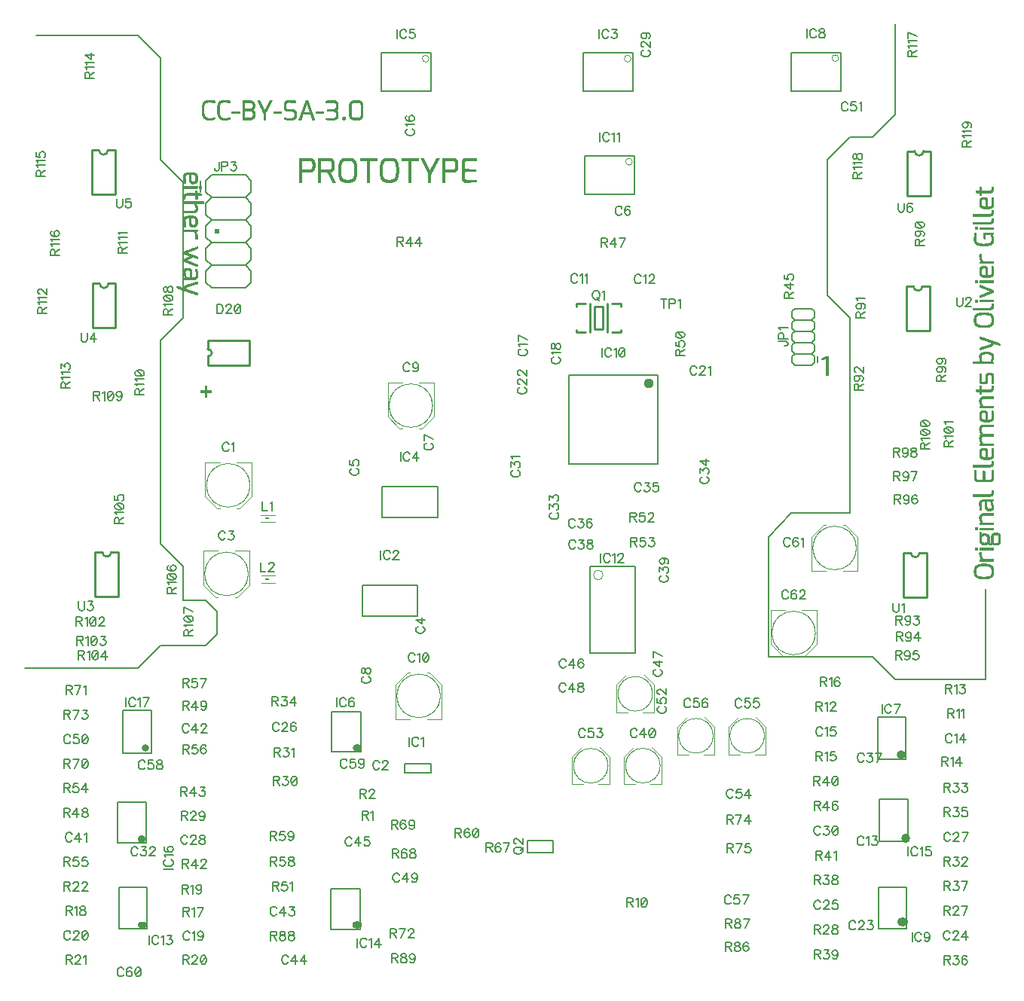
<source format=gto>
G04 DipTrace 3.3.0.0*
G04 uElements22_02.GTO*
%MOIN*%
G04 #@! TF.FileFunction,Legend,Top*
G04 #@! TF.Part,Single*
%ADD10C,0.009843*%
%ADD12C,0.001*%
%ADD18C,0.008*%
%ADD20C,0.006*%
%ADD21C,0.043749*%
%ADD22O,0.033115X0.031888*%
%ADD23O,0.034341X0.035568*%
%ADD24O,0.040474X0.028209*%
%ADD25O,0.044154X0.030663*%
%ADD26O,0.038021X0.034341*%
%ADD27O,0.04749X0.04007*%
%ADD28O,0.038585X0.041554*%
%ADD29O,0.04007X0.037101*%
%ADD30C,0.000013*%
%ADD31C,0.004*%
%ADD38C,0.005*%
%ADD41C,0.002756*%
%ADD90C,0.006176*%
%FSLAX26Y26*%
G04*
G70*
G90*
G75*
G01*
G04 TopSilk*
%LPD*%
X1221243Y2653127D2*
D30*
G02X1221243Y2653127I96466J0D01*
G01*
X1355112Y2755500D2*
D31*
X1420071D1*
Y2603906D1*
X1366924Y2550754D1*
X1355112D1*
X1280306D2*
X1268493D1*
X1215346Y2603906D1*
Y2755500D1*
X1280306D1*
X1351181Y2743683D2*
G02X1351181Y2562572I-33497J-90556D01*
G01*
X1284236Y2743683D2*
G03X1284236Y2562572I33497J-90556D01*
G01*
X1213665Y2261220D2*
D30*
G02X1213665Y2261220I96466J0D01*
G01*
X1347534Y2363593D2*
D31*
X1412493D1*
Y2211999D1*
X1359347Y2158848D1*
X1347534D1*
X1272728D2*
X1260915D1*
X1207769Y2211999D1*
Y2363593D1*
X1272728D1*
X1343604Y2351776D2*
G02X1343604Y2170665I-33497J-90556D01*
G01*
X1276659Y2351776D2*
G03X1276659Y2170665I33497J-90556D01*
G01*
X2029065Y3005936D2*
D30*
G02X2029065Y3005936I96466J0D01*
G01*
X2162935Y3108309D2*
D31*
X2227894D1*
Y2956714D1*
X2174747Y2903563D1*
X2162935D1*
X2088128D2*
X2076316D1*
X2023169Y2956714D1*
Y3108309D1*
X2088128D1*
X2159004Y3096491D2*
G02X2159004Y2915380I-33497J-90556D01*
G01*
X2092059Y3096491D2*
G03X2092059Y2915380I33497J-90556D01*
G01*
X2063602Y1721219D2*
D30*
G02X2063602Y1721219I96466J0D01*
G01*
X2122665Y1618846D2*
D31*
X2057706D1*
Y1770440D1*
X2110852Y1823592D1*
X2122665D1*
X2197471D2*
X2209284D1*
X2262430Y1770440D1*
Y1618846D1*
X2197471D1*
X2126596Y1630664D2*
G02X2126596Y1811775I33497J90556D01*
G01*
X2193541Y1630664D2*
G03X2193541Y1811775I-33497J90556D01*
G01*
X3075198Y1412581D2*
D30*
G02X3075198Y1412581I76774J0D01*
G01*
X3118505Y1343678D2*
D31*
G02X3118505Y1481485I33484J68903D01*
G01*
X3185440Y1343678D2*
G03X3185440Y1481485I-33483J68903D01*
G01*
X3118505Y1329902D2*
X3069295D1*
Y1451955D1*
X3112602Y1495261D1*
X3191343D2*
X3234650Y1451955D1*
Y1329902D1*
X3185440D1*
X3041464Y1730601D2*
D30*
G02X3041464Y1730601I76774J0D01*
G01*
X3084770Y1661698D2*
D31*
G02X3084770Y1799504I33484J68903D01*
G01*
X3151705Y1661698D2*
G03X3151705Y1799504I-33483J68903D01*
G01*
X3084770Y1647922D2*
X3035560D1*
Y1769974D1*
X3078867Y1813281D1*
X3157608D2*
X3200915Y1769974D1*
Y1647922D1*
X3151705D1*
X2844746Y1412210D2*
D30*
G02X2844746Y1412210I76774J0D01*
G01*
X2888052Y1343307D2*
D31*
G02X2888052Y1481113I33484J68903D01*
G01*
X2954987Y1343307D2*
G03X2954987Y1481113I-33483J68903D01*
G01*
X2888052Y1329530D2*
X2838843D1*
Y1451583D1*
X2882149Y1494890D1*
X2960891D2*
X3004197Y1451583D1*
Y1329530D1*
X2954987D1*
X3536813Y1544486D2*
D30*
G02X3536813Y1544486I76774J0D01*
G01*
X3580119Y1475582D2*
D31*
G02X3580119Y1613389I33484J68903D01*
G01*
X3647054Y1475582D2*
G03X3647054Y1613389I-33483J68903D01*
G01*
X3580119Y1461806D2*
X3530909D1*
Y1583859D1*
X3574216Y1627165D1*
X3652957D2*
X3696264Y1583859D1*
Y1461806D1*
X3647054D1*
X3309890Y1544790D2*
D30*
G02X3309890Y1544790I76774J0D01*
G01*
X3353196Y1475887D2*
D31*
G02X3353196Y1613693I33484J68903D01*
G01*
X3420132Y1475887D2*
G03X3420132Y1613693I-33483J68903D01*
G01*
X3353196Y1462110D2*
X3303987D1*
Y1584163D1*
X3347293Y1627470D1*
X3426035D2*
X3469341Y1584163D1*
Y1462110D1*
X3420132D1*
X3903783Y2375791D2*
D30*
G02X3903783Y2375791I96466J0D01*
G01*
X3962846Y2273419D2*
D31*
X3897887D1*
Y2425013D1*
X3951034Y2478164D1*
X3962846D1*
X4037652D2*
X4049465D1*
X4102612Y2425013D1*
Y2273419D1*
X4037652D1*
X3966777Y2285236D2*
G02X3966777Y2466347I33497J90556D01*
G01*
X4033722Y2285236D2*
G03X4033722Y2466347I-33497J90556D01*
G01*
X3722534Y1999709D2*
D30*
G02X3722534Y1999709I96466J0D01*
G01*
X3856403Y2102081D2*
D31*
X3921362D1*
Y1950487D1*
X3868216Y1897336D1*
X3856403D1*
X3781597D2*
X3769784D1*
X3716638Y1950487D1*
Y2102081D1*
X3781597D1*
X3852472Y2090264D2*
G02X3852472Y1909153I-33497J-90556D01*
G01*
X3785528Y2090264D2*
G03X3785528Y1909153I33497J-90556D01*
G01*
X1227454Y3184769D2*
D10*
X1412501D1*
Y3293049D1*
Y3295011D2*
X1227454D1*
Y3255647D1*
Y3184769D2*
Y3224132D1*
G03X1227454Y3255647I1844J15758D01*
G01*
X1910008Y2211147D2*
D20*
Y2074919D1*
X2155992D2*
Y2211147D1*
X1910008D2*
X2155992D1*
Y2074919D2*
X1910008D1*
X3069846Y4541533D2*
D30*
G02X3069846Y4541533I14754J0D01*
G01*
X2888537Y4566144D2*
D18*
X3109403D1*
Y4396856D1*
X2888537D2*
Y4566144D1*
X3109403Y4396856D2*
X2888537D1*
X2244102Y2510500D2*
D20*
Y2646728D1*
X1998118D2*
Y2510500D1*
X2244102D2*
X1998118D1*
Y2646728D2*
X2244102D1*
X2176096Y4541533D2*
D30*
G02X2176096Y4541533I14754J0D01*
G01*
X1994787Y4566144D2*
D18*
X2215654D1*
Y4396856D1*
X1994787D2*
Y4566144D1*
X2215654Y4396856D2*
X1994787D1*
X3988596Y4543865D2*
D30*
G02X3988596Y4543865I14754J0D01*
G01*
X3807287Y4568476D2*
D18*
X4028154D1*
Y4399189D1*
X3807287D2*
Y4568476D1*
X4028154Y4399189D2*
X3807287D1*
X3167233Y3105458D2*
D30*
G02X3167233Y3105458I14126J0D01*
G01*
X3218190Y2748609D2*
D38*
Y3142294D1*
X2824507D1*
Y2748609D1*
X3218190D1*
X3076096Y4085284D2*
D30*
G02X3076096Y4085284I14754J0D01*
G01*
X2894787Y4109894D2*
D18*
X3115654D1*
Y3940607D1*
X2894787D2*
Y4109894D1*
X3115654Y3940607D2*
X2894787D1*
X2933707Y2256322D2*
D30*
G02X2933707Y2256322I21004J0D01*
G01*
X2916481Y2293331D2*
D20*
Y1911008D1*
X3116968D1*
Y2293331D1*
X2916481D1*
X3898987Y3185264D2*
X3911486Y3197764D1*
Y3222764D2*
X3898987Y3235264D1*
X3911486Y3247764D1*
Y3272764D2*
X3898987Y3285264D1*
X3911486Y3297764D1*
Y3322764D2*
X3898987Y3335264D1*
X3911486Y3347764D1*
Y3372764D2*
X3898987Y3385264D1*
Y3185264D2*
X3823984D1*
X3811485Y3197764D1*
Y3222764D1*
X3823984Y3235264D1*
X3811485Y3247764D1*
Y3272764D1*
X3823984Y3285264D1*
X3811485Y3297764D1*
Y3322764D1*
X3823984Y3335264D1*
X3811485Y3347764D1*
Y3372764D1*
X3823984Y3385264D1*
Y3235264D2*
X3898987D1*
X3823984Y3285264D2*
X3898987D1*
X3823984Y3335264D2*
X3898987D1*
X3823984Y3385264D2*
X3898987D1*
X3911486Y3347764D2*
Y3372764D1*
Y3297764D2*
Y3322764D1*
Y3247764D2*
Y3272764D1*
Y3197764D2*
Y3222764D1*
X3898987Y3385264D2*
X3911486Y3397764D1*
Y3422764D2*
X3898987Y3435264D1*
X3823984Y3385264D2*
X3811485Y3397764D1*
Y3422764D1*
X3823984Y3435264D1*
X3898987D1*
X3911486Y3397764D2*
Y3422764D1*
X3923985Y3197764D2*
D18*
Y3222764D1*
G36*
X1278648Y3786979D2*
X1258668D1*
Y3766979D1*
X1278648D1*
Y3786979D1*
G37*
X1243638Y4026979D2*
D20*
X1218641Y4001979D1*
Y3951979D2*
X1243638Y3926979D1*
X1218641Y3901979D1*
Y3851979D2*
X1243638Y3826979D1*
X1218641Y3801979D1*
Y3751979D2*
X1243638Y3726979D1*
X1218641Y3701979D1*
Y3651979D2*
X1243638Y3626979D1*
Y4026979D2*
X1393646D1*
X1418643Y4001979D1*
Y3951979D1*
X1393646Y3926979D1*
X1418643Y3901979D1*
Y3851979D1*
X1393646Y3826979D1*
X1418643Y3801979D1*
Y3751979D1*
X1393646Y3726979D1*
X1418643Y3701979D1*
Y3651979D1*
X1393646Y3626979D1*
Y3926979D2*
X1243638D1*
X1393646Y3826979D2*
X1243638D1*
X1393646Y3726979D2*
X1243638D1*
X1393646Y3626979D2*
X1243638D1*
X1218641Y3701979D2*
Y3651979D1*
Y3801979D2*
Y3751979D1*
Y3901979D2*
Y3851979D1*
Y4001979D2*
Y3951979D1*
X1243638Y3626979D2*
X1218641Y3601979D1*
Y3551979D2*
X1243638Y3526979D1*
X1393646Y3626979D2*
X1418643Y3601979D1*
Y3551979D1*
X1393646Y3526979D1*
X1243638D1*
X1218641Y3601979D2*
Y3551979D1*
X1193643Y4001979D2*
D18*
Y3951979D1*
G36*
X1498299Y2510804D2*
X1482557D1*
Y2502918D1*
X1498299D1*
Y2510804D1*
G37*
X1462870Y2522615D2*
D41*
X1525856D1*
Y2491119D2*
X1462870D1*
G36*
X1498690Y2242178D2*
X1482948D1*
Y2234292D1*
X1498690D1*
Y2242178D1*
G37*
X1463261Y2253990D2*
D41*
X1526247D1*
Y2222493D2*
X1463261D1*
X2916647Y3330652D2*
D10*
Y3456636D1*
X2995379Y3330652D2*
Y3456636D1*
X2974776Y3343641D2*
Y3443648D1*
X2937274D1*
Y3343641D1*
X2974776D2*
X2937274D1*
X2857610Y3330652D2*
X2896976D1*
Y3456636D2*
X2857610D1*
X3015098D2*
X3054464D1*
Y3330652D2*
X3015098D1*
X3054464D2*
Y3342470D1*
X2857610Y3330652D2*
Y3342470D1*
X3054464Y3456636D2*
Y3444819D1*
X2857610Y3456636D2*
Y3444819D1*
X4305362Y2354927D2*
Y2158073D1*
X4407738Y2354927D2*
Y2158073D1*
X4305362D2*
X4407738D1*
X4336855Y2354927D2*
X4305362D1*
X4376244D2*
X4407738D1*
X4336855D2*
G03X4376244Y2354927I19694J9D01*
G01*
X4317586Y3534289D2*
Y3337435D1*
X4419962Y3534289D2*
Y3337435D1*
X4317586D2*
X4419962D1*
X4349080Y3534289D2*
X4317586D1*
X4388469D2*
X4419962D1*
X4349080D2*
G03X4388469Y3534289I19694J9D01*
G01*
X729359Y2357337D2*
Y2160482D1*
X831735Y2357337D2*
Y2160482D1*
X729359D2*
X831735D1*
X760853Y2357337D2*
X729359D1*
X800242D2*
X831735D1*
X760853D2*
G03X800242Y2357337I19694J9D01*
G01*
X717146Y3546482D2*
Y3349628D1*
X819523Y3546482D2*
Y3349628D1*
X717146D2*
X819523D1*
X748640Y3546482D2*
X717146D1*
X788029D2*
X819523D1*
X748640D2*
G03X788029Y3546482I19694J9D01*
G01*
X714679Y4136329D2*
Y3939474D1*
X817056Y4136329D2*
Y3939474D1*
X714679D2*
X817056D1*
X746173Y4136329D2*
X714679D1*
X785562D2*
X817056D1*
X746173D2*
G03X785562Y4136329I19694J9D01*
G01*
X4322849Y4132444D2*
Y3935590D1*
X4425225Y4132444D2*
Y3935590D1*
X4322849D2*
X4425225D1*
X4354342Y4132444D2*
X4322849D1*
X4393731D2*
X4425225D1*
X4354342D2*
G03X4393731Y4132444I19694J9D01*
G01*
X4269000Y4694000D2*
D20*
Y4294000D1*
X4169000Y4194000D1*
X4069000D1*
X3969000Y4094000D1*
Y3494000D1*
X4069000Y3394000D1*
Y2531500D1*
X3806500D1*
X3706500Y2425251D1*
Y1894000D1*
X4169000D1*
X4269000Y1794000D1*
X4669000D1*
Y2194000D1*
X1269000Y2094000D2*
Y1994000D1*
X1219000Y1944000D1*
X1019000D1*
X919000Y1844000D1*
X419000D1*
X1269000Y2094000D2*
X1219000Y2144000D1*
X1119000D1*
Y2294000D1*
X1019000Y2394000D1*
Y3294000D1*
X1119000Y3394000D1*
Y3994000D1*
X1019000Y4094000D1*
Y4344000D1*
Y4544000D1*
X919000Y4644000D1*
X469000D1*
D21*
X3178375Y3103375D3*
X852961Y1656667D2*
D20*
X978659D1*
Y1468119D1*
X852961D1*
Y1656667D1*
X828366Y1251601D2*
X955753D1*
Y1070214D1*
X828366D1*
Y1251601D1*
X833105Y872749D2*
X956979D1*
Y690004D1*
X833105D1*
Y872749D1*
X1770138Y867844D2*
X1900146D1*
Y687551D1*
X1770138D1*
Y867844D1*
X1776270Y1651567D2*
X1903825D1*
Y1473727D1*
X1776270D1*
Y1651567D1*
X2097609Y1419762D2*
X2214126D1*
Y1380514D1*
X2097609D1*
Y1419762D1*
D22*
X950234Y1490898D3*
D23*
X936129Y1087998D3*
D24*
X939195Y707788D3*
D25*
X1886654Y706561D3*
D26*
X1888493Y1492125D3*
D27*
X4300224Y720089D3*
D28*
X4313580Y1090358D3*
D29*
X4295030Y1462111D3*
X4191888Y1627583D2*
D20*
X4315064D1*
Y1440593D1*
X4191888D1*
Y1627583D1*
X4199308Y1263991D2*
X4323969D1*
Y1078486D1*
X4199308D1*
Y1263991D1*
X4196341Y873688D2*
X4316549D1*
Y691150D1*
X4196341D1*
Y873688D1*
X2642298Y1079921D2*
X2754912D1*
Y1027517D1*
X2642298D1*
Y1079921D1*
X4640354Y3974104D2*
D12*
X4648354D1*
X4640354Y3973104D2*
X4648354D1*
X4696354D2*
X4701354D1*
X4640354Y3972104D2*
X4648354D1*
X4696200D2*
X4701354D1*
X4640354Y3971104D2*
X4648354D1*
X4695952D2*
X4701354D1*
X4640354Y3970104D2*
X4648354D1*
X4695689D2*
X4701354D1*
X4640354Y3969104D2*
X4648354D1*
X4695479D2*
X4701354D1*
X4640354Y3968104D2*
X4648354D1*
X4695258D2*
X4701354D1*
X4640354Y3967104D2*
X4648354D1*
X4694976D2*
X4701354D1*
X4640354Y3966104D2*
X4648354D1*
X4694699D2*
X4701354D1*
X4640354Y3965104D2*
X4648354D1*
X4694482D2*
X4701354D1*
X4640354Y3964104D2*
X4648354D1*
X4694256D2*
X4701354D1*
X4640354Y3963104D2*
X4648354D1*
X4693938D2*
X4701354D1*
X4640354Y3962104D2*
X4648354D1*
X4693528D2*
X4701354D1*
X4640354Y3961104D2*
X4648354D1*
X4693029D2*
X4701350D1*
X4640354Y3960104D2*
X4648354D1*
X4692345D2*
X4701315D1*
X4640354Y3959104D2*
X4648354D1*
X4691315D2*
X4701184D1*
X4640354Y3958104D2*
X4648354D1*
X4689882D2*
X4700909D1*
X4640354Y3957104D2*
X4648354D1*
X4688172D2*
X4700522D1*
X4623354Y3956104D2*
X4700069D1*
X4623354Y3955104D2*
X4699549D1*
X4623354Y3954104D2*
X4698891D1*
X4623370Y3953104D2*
X4697983D1*
X4623452Y3952104D2*
X4696776D1*
X4623604Y3951104D2*
X4695199D1*
X4626289Y3950104D2*
X4693085D1*
X4630247Y3949104D2*
X4690374D1*
X4635147Y3948104D2*
X4687354D1*
X4640354Y3947104D2*
X4648354D1*
X4640509Y3946104D2*
X4648354D1*
X4640757Y3945104D2*
X4648354D1*
X4641016Y3944104D2*
X4648354D1*
X4641195Y3943104D2*
X4648354D1*
X4641323Y3942104D2*
X4648354D1*
X4641493Y3941104D2*
X4648354D1*
X4641750Y3940104D2*
X4648354D1*
X4642013Y3939104D2*
X4648354D1*
X4642191Y3938104D2*
X4648354D1*
X4642289Y3937104D2*
X4648354D1*
X4642354Y3936104D2*
X4648354D1*
X4656354Y3929104D2*
X4664354D1*
X4652550Y3928104D2*
X4667077D1*
X4693354D2*
X4699354D1*
X4649568Y3927104D2*
X4669201D1*
X4693358D2*
X4699509D1*
X4647397Y3926104D2*
X4670699D1*
X4693393D2*
X4699757D1*
X4645837Y3925104D2*
X4671747D1*
X4693521D2*
X4700016D1*
X4644701Y3924104D2*
X4672574D1*
X4693760D2*
X4700191D1*
X4643865Y3923104D2*
X4673285D1*
X4694017D2*
X4700288D1*
X4643211Y3922104D2*
X4673839D1*
X4694191D2*
X4700365D1*
X4642648Y3921104D2*
X4674268D1*
X4694284D2*
X4700510D1*
X4642155Y3920104D2*
X4654751D1*
X4663999D2*
X4674655D1*
X4694326D2*
X4700757D1*
X4641740Y3919104D2*
X4652617D1*
X4665297D2*
X4674976D1*
X4694344D2*
X4701015D1*
X4641385Y3918104D2*
X4651078D1*
X4666207D2*
X4675176D1*
X4694351D2*
X4701191D1*
X4641031Y3917104D2*
X4650032D1*
X4666888D2*
X4675279D1*
X4694353D2*
X4701284D1*
X4640724Y3916104D2*
X4649314D1*
X4667128D2*
X4675324D1*
X4694354D2*
X4701326D1*
X4640530Y3915104D2*
X4648839D1*
X4667258D2*
X4675343D1*
X4694354D2*
X4701348D1*
X4640429Y3914104D2*
X4648573D1*
X4667317D2*
X4675350D1*
X4694354D2*
X4701390D1*
X4640384Y3913104D2*
X4648445D1*
X4667340D2*
X4675353D1*
X4694354D2*
X4701520D1*
X4640365Y3912104D2*
X4648389D1*
X4667349D2*
X4675354D1*
X4694354D2*
X4701760D1*
X4640358Y3911104D2*
X4648363D1*
X4667353D2*
X4675354D1*
X4694354D2*
X4702017D1*
X4640356Y3910104D2*
X4648320D1*
X4667354D2*
X4675354D1*
X4694354D2*
X4702191D1*
X4640355Y3909104D2*
X4648189D1*
X4667354D2*
X4675354D1*
X4694354D2*
X4702284D1*
X4640354Y3908104D2*
X4647949D1*
X4667354D2*
X4675354D1*
X4694354D2*
X4702326D1*
X4640354Y3907104D2*
X4647692D1*
X4667354D2*
X4675354D1*
X4694354D2*
X4702344D1*
X4640354Y3906104D2*
X4647521D1*
X4667354D2*
X4675354D1*
X4694354D2*
X4702351D1*
X4640354Y3905104D2*
X4647464D1*
X4667354D2*
X4675354D1*
X4694354D2*
X4702353D1*
X4640354Y3904104D2*
X4647549D1*
X4667354D2*
X4675354D1*
X4694354D2*
X4702354D1*
X4640354Y3903104D2*
X4647771D1*
X4667354D2*
X4675354D1*
X4694354D2*
X4702354D1*
X4640354Y3902104D2*
X4648020D1*
X4667354D2*
X4675354D1*
X4694354D2*
X4702354D1*
X4640354Y3901104D2*
X4648192D1*
X4667354D2*
X4675354D1*
X4694354D2*
X4702354D1*
X4640354Y3900104D2*
X4648284D1*
X4667354D2*
X4675354D1*
X4694354D2*
X4702354D1*
X4640354Y3899104D2*
X4648326D1*
X4667354D2*
X4675354D1*
X4694354D2*
X4702354D1*
X4640354Y3898104D2*
X4648344D1*
X4667354D2*
X4675354D1*
X4694354D2*
X4702354D1*
X4640358Y3897104D2*
X4648354D1*
X4667354D2*
X4675354D1*
X4694350D2*
X4702354D1*
X4640393Y3896104D2*
X4648392D1*
X4667354D2*
X4675354D1*
X4694315D2*
X4702350D1*
X4640521Y3895104D2*
X4648524D1*
X4667354D2*
X4675354D1*
X4694184D2*
X4702315D1*
X4640764Y3894104D2*
X4648807D1*
X4667354D2*
X4675354D1*
X4693905D2*
X4702188D1*
X4641056Y3893104D2*
X4649265D1*
X4667354D2*
X4675354D1*
X4693482D2*
X4701944D1*
X4641362Y3892104D2*
X4649981D1*
X4667354D2*
X4675354D1*
X4692894D2*
X4701653D1*
X4641729Y3891104D2*
X4651093D1*
X4667354D2*
X4675354D1*
X4692018D2*
X4701347D1*
X4642159Y3890104D2*
X4652942D1*
X4667354D2*
X4675354D1*
X4690850D2*
X4700980D1*
X4642630Y3889104D2*
X4656414D1*
X4667354D2*
X4675354D1*
X4687051D2*
X4700550D1*
X4643152Y3888104D2*
X4662188D1*
X4667354D2*
X4675354D1*
X4680947D2*
X4700079D1*
X4643777Y3887104D2*
X4699557D1*
X4644551Y3886104D2*
X4698927D1*
X4645441Y3885104D2*
X4698115D1*
X4646434Y3884104D2*
X4697058D1*
X4647630Y3883104D2*
X4695652D1*
X4649309Y3882104D2*
X4693729D1*
X4651834Y3881104D2*
X4691034D1*
X4655327Y3880104D2*
X4687445D1*
X4659354Y3879104D2*
X4683354D1*
X4696354Y3870104D2*
X4701354D1*
X4696200Y3869104D2*
X4701354D1*
X4695952Y3868104D2*
X4701354D1*
X4695689Y3867104D2*
X4701354D1*
X4695479Y3866104D2*
X4701354D1*
X4695258Y3865104D2*
X4701354D1*
X4694976Y3864104D2*
X4701354D1*
X4694699Y3863104D2*
X4701354D1*
X4694482Y3862104D2*
X4701354D1*
X4694256Y3861104D2*
X4701354D1*
X4693938Y3860104D2*
X4701354D1*
X4693528Y3859104D2*
X4701354D1*
X4693029Y3858104D2*
X4701350D1*
X4692345Y3857104D2*
X4701315D1*
X4691315Y3856104D2*
X4701184D1*
X4689882Y3855104D2*
X4700909D1*
X4688172Y3854104D2*
X4700522D1*
X4611354Y3853104D2*
X4700069D1*
X4611354Y3852104D2*
X4699549D1*
X4611354Y3851104D2*
X4698887D1*
X4611354Y3850104D2*
X4697948D1*
X4611354Y3849104D2*
X4696648D1*
X4611354Y3848104D2*
X4694960D1*
X4611354Y3847104D2*
X4692835D1*
X4611354Y3846104D2*
X4690232D1*
X4611354Y3845104D2*
X4687354D1*
X4696354Y3835104D2*
X4701354D1*
X4696200Y3834104D2*
X4701354D1*
X4695952Y3833104D2*
X4701354D1*
X4695689Y3832104D2*
X4701354D1*
X4695479Y3831104D2*
X4701354D1*
X4695258Y3830104D2*
X4701354D1*
X4694976Y3829104D2*
X4701354D1*
X4694699Y3828104D2*
X4701354D1*
X4694482Y3827104D2*
X4701354D1*
X4694256Y3826104D2*
X4701354D1*
X4693938Y3825104D2*
X4701354D1*
X4693528Y3824104D2*
X4701354D1*
X4693029Y3823104D2*
X4701350D1*
X4692345Y3822104D2*
X4701315D1*
X4691315Y3821104D2*
X4701184D1*
X4689882Y3820104D2*
X4700909D1*
X4688172Y3819104D2*
X4700522D1*
X4611354Y3818104D2*
X4700069D1*
X4611354Y3817104D2*
X4699549D1*
X4611354Y3816104D2*
X4698887D1*
X4611354Y3815104D2*
X4697948D1*
X4611354Y3814104D2*
X4696648D1*
X4611354Y3813104D2*
X4694960D1*
X4611354Y3812104D2*
X4692835D1*
X4611354Y3811104D2*
X4690232D1*
X4611354Y3810104D2*
X4687354D1*
X4622354Y3796104D2*
X4631354D1*
X4621893Y3795104D2*
X4631816D1*
X4640354D2*
X4701354D1*
X4621606Y3794104D2*
X4632103D1*
X4640354D2*
X4701354D1*
X4621460Y3793104D2*
X4632248D1*
X4640354D2*
X4701354D1*
X4621396Y3792104D2*
X4632313D1*
X4640354D2*
X4701354D1*
X4621370Y3791104D2*
X4632339D1*
X4640354D2*
X4701354D1*
X4621364Y3790104D2*
X4632345D1*
X4640354D2*
X4701354D1*
X4621398Y3789104D2*
X4632310D1*
X4640354D2*
X4701354D1*
X4621551Y3788104D2*
X4632157D1*
X4640354D2*
X4701354D1*
X4621893Y3787104D2*
X4631816D1*
X4640354D2*
X4701354D1*
X4622354Y3786104D2*
X4631354D1*
X4657354Y3772104D2*
X4701354D1*
X4619354Y3771104D2*
X4625354D1*
X4657354D2*
X4701354D1*
X4619012Y3770104D2*
X4625354D1*
X4657354D2*
X4701350D1*
X4618715Y3769104D2*
X4625350D1*
X4657354D2*
X4701304D1*
X4618525Y3768104D2*
X4625315D1*
X4657354D2*
X4701186D1*
X4618427Y3767104D2*
X4625188D1*
X4657354D2*
X4700591D1*
X4618379Y3766104D2*
X4624948D1*
X4657354D2*
X4699357D1*
X4618326Y3765104D2*
X4624692D1*
X4657354D2*
X4698175D1*
X4618192Y3764104D2*
X4624518D1*
X4657354D2*
X4665354D1*
X4689513D2*
X4697235D1*
X4617950Y3763104D2*
X4624425D1*
X4657354D2*
X4665354D1*
X4689796D2*
X4697056D1*
X4617692Y3762104D2*
X4624382D1*
X4657354D2*
X4665354D1*
X4690182D2*
X4697316D1*
X4617518Y3761104D2*
X4624365D1*
X4657354D2*
X4665354D1*
X4690597D2*
X4697690D1*
X4617425Y3760104D2*
X4624358D1*
X4657354D2*
X4665354D1*
X4690950D2*
X4698134D1*
X4617382Y3759104D2*
X4624356D1*
X4657354D2*
X4665354D1*
X4691202D2*
X4698580D1*
X4617365Y3758104D2*
X4624355D1*
X4657358D2*
X4665354D1*
X4691440D2*
X4698977D1*
X4617354Y3757104D2*
X4624354D1*
X4657393D2*
X4665354D1*
X4691732D2*
X4699327D1*
X4617317Y3756104D2*
X4624354D1*
X4657521D2*
X4665354D1*
X4692044D2*
X4699682D1*
X4617188Y3755104D2*
X4624354D1*
X4657760D2*
X4665354D1*
X4692353D2*
X4700024D1*
X4616948Y3754104D2*
X4624354D1*
X4658017D2*
X4665354D1*
X4692688D2*
X4700346D1*
X4616692Y3753104D2*
X4624354D1*
X4658195D2*
X4665354D1*
X4692988D2*
X4700686D1*
X4616518Y3752104D2*
X4624354D1*
X4658323D2*
X4665354D1*
X4693184D2*
X4700991D1*
X4616425Y3751104D2*
X4624354D1*
X4658493D2*
X4665354D1*
X4693319D2*
X4701219D1*
X4616382Y3750104D2*
X4624354D1*
X4658750D2*
X4665354D1*
X4693491D2*
X4701446D1*
X4616365Y3749104D2*
X4624354D1*
X4659017D2*
X4665354D1*
X4693749D2*
X4701731D1*
X4616358Y3748104D2*
X4624354D1*
X4659232D2*
X4665354D1*
X4694013D2*
X4702006D1*
X4616356Y3747104D2*
X4624354D1*
X4659480D2*
X4665354D1*
X4694190D2*
X4702187D1*
X4616355Y3746104D2*
X4624350D1*
X4659866D2*
X4665354D1*
X4694283D2*
X4702283D1*
X4616354Y3745104D2*
X4624315D1*
X4660354D2*
X4665354D1*
X4694326D2*
X4702326D1*
X4616354Y3744104D2*
X4624192D1*
X4694344D2*
X4702344D1*
X4616354Y3743104D2*
X4623987D1*
X4694351D2*
X4702351D1*
X4616354Y3742104D2*
X4623858D1*
X4694353D2*
X4702353D1*
X4616354Y3741104D2*
X4623924D1*
X4694354D2*
X4702354D1*
X4616354Y3740104D2*
X4624087D1*
X4694354D2*
X4702354D1*
X4616354Y3739104D2*
X4624219D1*
X4694350D2*
X4702350D1*
X4616354Y3738104D2*
X4624298D1*
X4694315D2*
X4702315D1*
X4616358Y3737104D2*
X4624369D1*
X4694184D2*
X4702188D1*
X4616393Y3736104D2*
X4624516D1*
X4693909D2*
X4701948D1*
X4616521Y3735104D2*
X4624796D1*
X4693522D2*
X4701688D1*
X4616764Y3734104D2*
X4625186D1*
X4693069D2*
X4701478D1*
X4617056Y3733104D2*
X4625640D1*
X4692557D2*
X4701258D1*
X4617362Y3732104D2*
X4626156D1*
X4691965D2*
X4700972D1*
X4617729Y3731104D2*
X4626779D1*
X4691285D2*
X4700663D1*
X4618159Y3730104D2*
X4627555D1*
X4690507D2*
X4700351D1*
X4618630Y3729104D2*
X4628484D1*
X4689531D2*
X4699977D1*
X4619148Y3728104D2*
X4629647D1*
X4688260D2*
X4699511D1*
X4619738Y3727104D2*
X4631285D1*
X4686559D2*
X4698917D1*
X4620388Y3726104D2*
X4633757D1*
X4684121D2*
X4698186D1*
X4621070Y3725104D2*
X4637398D1*
X4680527D2*
X4697396D1*
X4621891Y3724104D2*
X4642290D1*
X4675479D2*
X4696561D1*
X4622939Y3723104D2*
X4648125D1*
X4669189D2*
X4695595D1*
X4624138Y3722104D2*
X4694481D1*
X4625469Y3721104D2*
X4693232D1*
X4627085Y3720104D2*
X4691738D1*
X4629104Y3719104D2*
X4689877D1*
X4631583Y3718104D2*
X4687547D1*
X4634653Y3717104D2*
X4684643D1*
X4638345Y3716104D2*
X4681157D1*
X4642354Y3715104D2*
X4677354D1*
X4654354Y3714104D2*
X4664354D1*
X4641354Y3676104D2*
X4648354D1*
X4640893Y3675104D2*
X4648350D1*
X4640602Y3674104D2*
X4648315D1*
X4640421Y3673104D2*
X4648188D1*
X4640229Y3672104D2*
X4647948D1*
X4639964Y3671104D2*
X4647692D1*
X4639697Y3670104D2*
X4647518D1*
X4639523Y3669104D2*
X4647425D1*
X4639464Y3668104D2*
X4647386D1*
X4639549Y3667104D2*
X4647404D1*
X4639771Y3666104D2*
X4647525D1*
X4640021Y3665104D2*
X4647762D1*
X4640192Y3664104D2*
X4648017D1*
X4640288Y3663104D2*
X4648191D1*
X4640365Y3662104D2*
X4648288D1*
X4640510Y3661104D2*
X4648365D1*
X4640761Y3660104D2*
X4648510D1*
X4641055Y3659104D2*
X4648757D1*
X4641361Y3658104D2*
X4649019D1*
X4641729Y3657104D2*
X4649230D1*
X4642159Y3656104D2*
X4649450D1*
X4642626Y3655104D2*
X4649736D1*
X4643113Y3654104D2*
X4650045D1*
X4643607Y3653104D2*
X4650358D1*
X4644106Y3652104D2*
X4650728D1*
X4644604Y3651104D2*
X4651159D1*
X4645105Y3650104D2*
X4651626D1*
X4645604Y3649104D2*
X4652113D1*
X4646101Y3648104D2*
X4652611D1*
X4646553Y3647104D2*
X4653145D1*
X4646873Y3646104D2*
X4653772D1*
X4647063Y3645104D2*
X4654530D1*
X4645685Y3644104D2*
X4701354D1*
X4644002Y3643104D2*
X4701354D1*
X4642454Y3642104D2*
X4701354D1*
X4641214Y3641104D2*
X4701354D1*
X4640768Y3640104D2*
X4701354D1*
X4640529Y3639104D2*
X4701354D1*
X4640422Y3638104D2*
X4701354D1*
X4640378Y3637104D2*
X4701354D1*
X4640354Y3636104D2*
X4701354D1*
X4656354Y3624104D2*
X4664354D1*
X4652550Y3623104D2*
X4667077D1*
X4693354D2*
X4699354D1*
X4649568Y3622104D2*
X4669201D1*
X4693358D2*
X4699509D1*
X4647397Y3621104D2*
X4670699D1*
X4693393D2*
X4699757D1*
X4645837Y3620104D2*
X4671747D1*
X4693521D2*
X4700016D1*
X4644701Y3619104D2*
X4672574D1*
X4693760D2*
X4700191D1*
X4643865Y3618104D2*
X4673285D1*
X4694017D2*
X4700288D1*
X4643211Y3617104D2*
X4673839D1*
X4694191D2*
X4700365D1*
X4642648Y3616104D2*
X4674268D1*
X4694284D2*
X4700510D1*
X4642155Y3615104D2*
X4654751D1*
X4663999D2*
X4674655D1*
X4694326D2*
X4700757D1*
X4641740Y3614104D2*
X4652617D1*
X4665297D2*
X4674976D1*
X4694344D2*
X4701015D1*
X4641385Y3613104D2*
X4651078D1*
X4666207D2*
X4675176D1*
X4694351D2*
X4701191D1*
X4641031Y3612104D2*
X4650032D1*
X4666888D2*
X4675279D1*
X4694353D2*
X4701284D1*
X4640724Y3611104D2*
X4649314D1*
X4667128D2*
X4675324D1*
X4694354D2*
X4701326D1*
X4640530Y3610104D2*
X4648839D1*
X4667258D2*
X4675343D1*
X4694354D2*
X4701348D1*
X4640429Y3609104D2*
X4648573D1*
X4667317D2*
X4675350D1*
X4694354D2*
X4701390D1*
X4640384Y3608104D2*
X4648445D1*
X4667340D2*
X4675353D1*
X4694354D2*
X4701520D1*
X4640365Y3607104D2*
X4648389D1*
X4667349D2*
X4675354D1*
X4694354D2*
X4701760D1*
X4640358Y3606104D2*
X4648363D1*
X4667353D2*
X4675354D1*
X4694354D2*
X4702017D1*
X4640356Y3605104D2*
X4648320D1*
X4667354D2*
X4675354D1*
X4694354D2*
X4702191D1*
X4640355Y3604104D2*
X4648189D1*
X4667354D2*
X4675354D1*
X4694354D2*
X4702284D1*
X4640354Y3603104D2*
X4647949D1*
X4667354D2*
X4675354D1*
X4694354D2*
X4702326D1*
X4640354Y3602104D2*
X4647692D1*
X4667354D2*
X4675354D1*
X4694354D2*
X4702344D1*
X4640354Y3601104D2*
X4647521D1*
X4667354D2*
X4675354D1*
X4694354D2*
X4702351D1*
X4640354Y3600104D2*
X4647464D1*
X4667354D2*
X4675354D1*
X4694354D2*
X4702353D1*
X4640354Y3599104D2*
X4647549D1*
X4667354D2*
X4675354D1*
X4694354D2*
X4702354D1*
X4640354Y3598104D2*
X4647771D1*
X4667354D2*
X4675354D1*
X4694354D2*
X4702354D1*
X4640354Y3597104D2*
X4648020D1*
X4667354D2*
X4675354D1*
X4694354D2*
X4702354D1*
X4640354Y3596104D2*
X4648192D1*
X4667354D2*
X4675354D1*
X4694354D2*
X4702354D1*
X4640354Y3595104D2*
X4648284D1*
X4667354D2*
X4675354D1*
X4694354D2*
X4702354D1*
X4640354Y3594104D2*
X4648326D1*
X4667354D2*
X4675354D1*
X4694354D2*
X4702354D1*
X4640354Y3593104D2*
X4648344D1*
X4667354D2*
X4675354D1*
X4694354D2*
X4702354D1*
X4640358Y3592104D2*
X4648354D1*
X4667354D2*
X4675354D1*
X4694350D2*
X4702354D1*
X4640393Y3591104D2*
X4648392D1*
X4667354D2*
X4675354D1*
X4694315D2*
X4702350D1*
X4640521Y3590104D2*
X4648524D1*
X4667354D2*
X4675354D1*
X4694184D2*
X4702315D1*
X4640764Y3589104D2*
X4648807D1*
X4667354D2*
X4675354D1*
X4693905D2*
X4702188D1*
X4641056Y3588104D2*
X4649265D1*
X4667354D2*
X4675354D1*
X4693482D2*
X4701944D1*
X4641362Y3587104D2*
X4649981D1*
X4667354D2*
X4675354D1*
X4692894D2*
X4701653D1*
X4641729Y3586104D2*
X4651093D1*
X4667354D2*
X4675354D1*
X4692018D2*
X4701347D1*
X4642159Y3585104D2*
X4652942D1*
X4667354D2*
X4675354D1*
X4690850D2*
X4700980D1*
X4642630Y3584104D2*
X4656414D1*
X4667354D2*
X4675354D1*
X4687051D2*
X4700550D1*
X4643152Y3583104D2*
X4662188D1*
X4667354D2*
X4675354D1*
X4680947D2*
X4700079D1*
X4643777Y3582104D2*
X4699557D1*
X4644551Y3581104D2*
X4698927D1*
X4645441Y3580104D2*
X4698115D1*
X4646434Y3579104D2*
X4697058D1*
X4647630Y3578104D2*
X4695652D1*
X4649309Y3577104D2*
X4693729D1*
X4651834Y3576104D2*
X4691034D1*
X4655327Y3575104D2*
X4687445D1*
X4659354Y3574104D2*
X4683354D1*
X4622354Y3561104D2*
X4631354D1*
X4621893Y3560104D2*
X4631816D1*
X4640354D2*
X4701354D1*
X4621606Y3559104D2*
X4632103D1*
X4640354D2*
X4701354D1*
X4621460Y3558104D2*
X4632248D1*
X4640354D2*
X4701354D1*
X4621396Y3557104D2*
X4632313D1*
X4640354D2*
X4701354D1*
X4621370Y3556104D2*
X4632339D1*
X4640354D2*
X4701354D1*
X4621364Y3555104D2*
X4632345D1*
X4640354D2*
X4701354D1*
X4621398Y3554104D2*
X4632310D1*
X4640354D2*
X4701354D1*
X4621551Y3553104D2*
X4632157D1*
X4640354D2*
X4701354D1*
X4621893Y3552104D2*
X4631816D1*
X4640354D2*
X4701354D1*
X4622354Y3551104D2*
X4631354D1*
X4640354Y3541104D2*
X4641354D1*
X4640354Y3540104D2*
X4643974D1*
X4640354Y3539104D2*
X4646545D1*
X4640354Y3538104D2*
X4649080D1*
X4640354Y3537104D2*
X4651595D1*
X4640358Y3536104D2*
X4654101D1*
X4640405Y3535104D2*
X4656603D1*
X4640522Y3534104D2*
X4659104D1*
X4641134Y3533104D2*
X4661604D1*
X4642639Y3532104D2*
X4664105D1*
X4644566Y3531104D2*
X4666604D1*
X4646792Y3530104D2*
X4669105D1*
X4649176Y3529104D2*
X4671604D1*
X4651630Y3528104D2*
X4674105D1*
X4654114Y3527104D2*
X4676604D1*
X4656607Y3526104D2*
X4679105D1*
X4659106Y3525104D2*
X4681604D1*
X4661604Y3524104D2*
X4684105D1*
X4664105Y3523104D2*
X4686604D1*
X4666604Y3522104D2*
X4689105D1*
X4669105Y3521104D2*
X4691604D1*
X4671604Y3520104D2*
X4694093D1*
X4674105Y3519104D2*
X4696479D1*
X4676604Y3518104D2*
X4698515D1*
X4679105Y3517104D2*
X4700159D1*
X4681607Y3516104D2*
X4700878D1*
X4684134Y3515104D2*
X4701133D1*
X4686717Y3514104D2*
X4701264D1*
X4689354Y3513104D2*
X4701320D1*
X4687432Y3512104D2*
X4701342D1*
X4685258Y3511104D2*
X4701338D1*
X4682843Y3510104D2*
X4701228D1*
X4680278Y3509104D2*
X4700960D1*
X4677698Y3508104D2*
X4699727D1*
X4675148Y3507104D2*
X4697978D1*
X4672622Y3506104D2*
X4695842D1*
X4670112Y3505104D2*
X4693469D1*
X4667606Y3504104D2*
X4690937D1*
X4665106Y3503104D2*
X4688317D1*
X4662604Y3502104D2*
X4685713D1*
X4660101Y3501104D2*
X4683153D1*
X4657569Y3500104D2*
X4680624D1*
X4654973Y3499104D2*
X4678112D1*
X4652329Y3498104D2*
X4675607D1*
X4649721Y3497104D2*
X4673106D1*
X4647202Y3496104D2*
X4670604D1*
X4644881Y3495104D2*
X4668101D1*
X4642976Y3494104D2*
X4665569D1*
X4641456Y3493104D2*
X4662973D1*
X4640890Y3492104D2*
X4660329D1*
X4640583Y3491104D2*
X4657717D1*
X4640444Y3490104D2*
X4655155D1*
X4640387Y3489104D2*
X4652624D1*
X4640366Y3488104D2*
X4650109D1*
X4640358Y3487104D2*
X4647578D1*
X4640356Y3486104D2*
X4644992D1*
X4640354Y3485104D2*
X4642354D1*
X4622354Y3475104D2*
X4631354D1*
X4621893Y3474104D2*
X4631816D1*
X4640354D2*
X4701354D1*
X4621606Y3473104D2*
X4632103D1*
X4640354D2*
X4701354D1*
X4621460Y3472104D2*
X4632248D1*
X4640354D2*
X4701354D1*
X4621396Y3471104D2*
X4632313D1*
X4640354D2*
X4701354D1*
X4621370Y3470104D2*
X4632339D1*
X4640354D2*
X4701354D1*
X4621364Y3469104D2*
X4632345D1*
X4640354D2*
X4701354D1*
X4621398Y3468104D2*
X4632310D1*
X4640354D2*
X4701354D1*
X4621551Y3467104D2*
X4632157D1*
X4640354D2*
X4701354D1*
X4621893Y3466104D2*
X4631816D1*
X4640354D2*
X4701354D1*
X4622354Y3465104D2*
X4631354D1*
X4696354Y3456104D2*
X4701354D1*
X4696200Y3455104D2*
X4701354D1*
X4695952Y3454104D2*
X4701354D1*
X4695689Y3453104D2*
X4701354D1*
X4695479Y3452104D2*
X4701354D1*
X4695258Y3451104D2*
X4701354D1*
X4694976Y3450104D2*
X4701354D1*
X4694699Y3449104D2*
X4701354D1*
X4694482Y3448104D2*
X4701354D1*
X4694256Y3447104D2*
X4701354D1*
X4693938Y3446104D2*
X4701354D1*
X4693528Y3445104D2*
X4701354D1*
X4693029Y3444104D2*
X4701350D1*
X4692345Y3443104D2*
X4701315D1*
X4691315Y3442104D2*
X4701184D1*
X4689882Y3441104D2*
X4700909D1*
X4688172Y3440104D2*
X4700522D1*
X4611354Y3439104D2*
X4700069D1*
X4611354Y3438104D2*
X4699549D1*
X4611354Y3437104D2*
X4698887D1*
X4611354Y3436104D2*
X4697948D1*
X4611354Y3435104D2*
X4696648D1*
X4611354Y3434104D2*
X4694960D1*
X4611354Y3433104D2*
X4692835D1*
X4611354Y3432104D2*
X4690232D1*
X4611354Y3431104D2*
X4687354D1*
X4650354Y3418104D2*
X4669354D1*
X4643905Y3417104D2*
X4675578D1*
X4638625Y3416104D2*
X4680680D1*
X4634545Y3415104D2*
X4684590D1*
X4631407Y3414104D2*
X4687553D1*
X4628991Y3413104D2*
X4689878D1*
X4627138Y3412104D2*
X4691786D1*
X4625695Y3411104D2*
X4693402D1*
X4624491Y3410104D2*
X4694721D1*
X4623406Y3409104D2*
X4646182D1*
X4672877D2*
X4695732D1*
X4622377Y3408104D2*
X4641010D1*
X4677709D2*
X4696565D1*
X4621404Y3407104D2*
X4637081D1*
X4681527D2*
X4697313D1*
X4620562Y3406104D2*
X4634133D1*
X4684360D2*
X4697967D1*
X4619931Y3405104D2*
X4631855D1*
X4686421D2*
X4698545D1*
X4619466Y3404104D2*
X4630083D1*
X4687956D2*
X4699078D1*
X4619059Y3403104D2*
X4628710D1*
X4689192D2*
X4699560D1*
X4618697Y3402104D2*
X4627653D1*
X4690252D2*
X4699970D1*
X4618367Y3401104D2*
X4626852D1*
X4691127D2*
X4700324D1*
X4618024Y3400104D2*
X4626240D1*
X4691771D2*
X4700678D1*
X4617722Y3399104D2*
X4625774D1*
X4692240D2*
X4700984D1*
X4617525Y3398104D2*
X4625397D1*
X4692645D2*
X4701179D1*
X4617390Y3397104D2*
X4625036D1*
X4692976D2*
X4701284D1*
X4617217Y3396104D2*
X4624726D1*
X4693214D2*
X4701364D1*
X4616959Y3395104D2*
X4624530D1*
X4693445D2*
X4701510D1*
X4616696Y3394104D2*
X4624429D1*
X4693730D2*
X4701756D1*
X4616519Y3393104D2*
X4624384D1*
X4694006D2*
X4702015D1*
X4616425Y3392104D2*
X4624365D1*
X4694187D2*
X4702191D1*
X4616383Y3391104D2*
X4624358D1*
X4694283D2*
X4702284D1*
X4616365Y3390104D2*
X4624356D1*
X4694326D2*
X4702326D1*
X4616358Y3389104D2*
X4624355D1*
X4694344D2*
X4702344D1*
X4616356Y3388104D2*
X4624354D1*
X4694351D2*
X4702351D1*
X4616355Y3387104D2*
X4624354D1*
X4694353D2*
X4702353D1*
X4616354Y3386104D2*
X4624354D1*
X4694354D2*
X4702354D1*
X4616354Y3385104D2*
X4624354D1*
X4694354D2*
X4702354D1*
X4616354Y3384104D2*
X4624354D1*
X4694354D2*
X4702354D1*
X4616354Y3383104D2*
X4624354D1*
X4694354D2*
X4702354D1*
X4616354Y3382104D2*
X4624354D1*
X4694354D2*
X4702354D1*
X4616354Y3381104D2*
X4624354D1*
X4694354D2*
X4702354D1*
X4616354Y3380104D2*
X4624354D1*
X4694350D2*
X4702350D1*
X4616358Y3379104D2*
X4624354D1*
X4694315D2*
X4702315D1*
X4616393Y3378104D2*
X4624358D1*
X4694188D2*
X4702188D1*
X4616521Y3377104D2*
X4624393D1*
X4693948D2*
X4701948D1*
X4616760Y3376104D2*
X4624521D1*
X4693688D2*
X4701692D1*
X4617017Y3375104D2*
X4624764D1*
X4693478D2*
X4701518D1*
X4617195Y3374104D2*
X4625056D1*
X4693258D2*
X4701421D1*
X4617323Y3373104D2*
X4625362D1*
X4692972D2*
X4701343D1*
X4617493Y3372104D2*
X4625733D1*
X4692659D2*
X4701198D1*
X4617754Y3371104D2*
X4626194D1*
X4692312D2*
X4700948D1*
X4618052Y3370104D2*
X4626761D1*
X4691811D2*
X4700654D1*
X4618360Y3369104D2*
X4627434D1*
X4691105D2*
X4700348D1*
X4618732Y3368104D2*
X4628243D1*
X4690246D2*
X4699980D1*
X4619194Y3367104D2*
X4629341D1*
X4689267D2*
X4699550D1*
X4619757Y3366104D2*
X4630819D1*
X4688087D2*
X4699079D1*
X4620391Y3365104D2*
X4632692D1*
X4686497D2*
X4698557D1*
X4621038Y3364104D2*
X4635271D1*
X4684158D2*
X4697931D1*
X4621764Y3363104D2*
X4639274D1*
X4680497D2*
X4697158D1*
X4622700Y3362104D2*
X4645253D1*
X4674914D2*
X4696268D1*
X4623878Y3361104D2*
X4652931D1*
X4667539D2*
X4695283D1*
X4625256Y3360104D2*
X4694168D1*
X4626818Y3359104D2*
X4692862D1*
X4628573Y3358104D2*
X4691307D1*
X4630536Y3357104D2*
X4689406D1*
X4632891Y3356104D2*
X4687024D1*
X4635983Y3355104D2*
X4684010D1*
X4639938Y3354104D2*
X4680346D1*
X4644354Y3353104D2*
X4676354D1*
X4640354Y3312104D2*
X4642354D1*
X4640354Y3311104D2*
X4645354D1*
X4640354Y3310104D2*
X4648354D1*
X4640354Y3309104D2*
X4651354D1*
X4640354Y3308104D2*
X4654354D1*
X4640354Y3307104D2*
X4657350D1*
X4640366Y3306104D2*
X4660315D1*
X4640483Y3305104D2*
X4663188D1*
X4640764Y3304104D2*
X4665948D1*
X4642146Y3303104D2*
X4668692D1*
X4644174Y3302104D2*
X4671518D1*
X4646695Y3301104D2*
X4674425D1*
X4649486Y3300104D2*
X4677382D1*
X4652403Y3299104D2*
X4680365D1*
X4655371Y3298104D2*
X4683358D1*
X4658360Y3297104D2*
X4686356D1*
X4661356Y3296104D2*
X4689355D1*
X4664355Y3295104D2*
X4692354D1*
X4667355Y3294104D2*
X4695354D1*
X4670354Y3293104D2*
X4698354D1*
X4673354Y3292104D2*
X4701354D1*
X4676354Y3291104D2*
X4704354D1*
X4679354Y3290104D2*
X4707354D1*
X4682350Y3289104D2*
X4710354D1*
X4685307Y3288104D2*
X4713347D1*
X4688098Y3287104D2*
X4716268D1*
X4690486Y3286104D2*
X4718939D1*
X4692248Y3285104D2*
X4721162D1*
X4693531Y3284104D2*
X4722965D1*
X4693920Y3283104D2*
X4724535D1*
X4693770Y3282104D2*
X4725967D1*
X4693380Y3281104D2*
X4701350D1*
X4706200D2*
X4727321D1*
X4692800Y3280104D2*
X4701315D1*
X4708952D2*
X4728636D1*
X4691353Y3279104D2*
X4701184D1*
X4711693D2*
X4729775D1*
X4689343Y3278104D2*
X4700905D1*
X4714518D2*
X4730694D1*
X4686763Y3277104D2*
X4700486D1*
X4717425D2*
X4731034D1*
X4683777Y3276104D2*
X4699937D1*
X4720382D2*
X4731218D1*
X4680627Y3275104D2*
X4699274D1*
X4723365D2*
X4731301D1*
X4677490Y3274104D2*
X4698503D1*
X4726358D2*
X4731336D1*
X4674378Y3273104D2*
X4697534D1*
X4729354D2*
X4731354D1*
X4671213Y3272104D2*
X4696303D1*
X4667958Y3271104D2*
X4694784D1*
X4664691Y3270104D2*
X4692908D1*
X4661480Y3269104D2*
X4690637D1*
X4658259Y3268104D2*
X4688000D1*
X4654977Y3267104D2*
X4685059D1*
X4651706Y3266104D2*
X4681899D1*
X4648572Y3265104D2*
X4678670D1*
X4645721Y3264104D2*
X4675472D1*
X4643417Y3263104D2*
X4672256D1*
X4641613Y3262104D2*
X4668976D1*
X4640852Y3261104D2*
X4665702D1*
X4640585Y3260104D2*
X4662517D1*
X4640448Y3259104D2*
X4659387D1*
X4640390Y3258104D2*
X4656216D1*
X4640367Y3257104D2*
X4652959D1*
X4640359Y3256104D2*
X4649693D1*
X4640356Y3255104D2*
X4646501D1*
X4640354Y3254104D2*
X4643354D1*
X4662354Y3244104D2*
X4679354D1*
X4657824Y3243104D2*
X4683697D1*
X4654084Y3242104D2*
X4687388D1*
X4651163Y3241104D2*
X4690378D1*
X4648875Y3240104D2*
X4692743D1*
X4647089Y3239104D2*
X4694578D1*
X4645679Y3238104D2*
X4696016D1*
X4644523Y3237104D2*
X4697214D1*
X4643574Y3236104D2*
X4698264D1*
X4642817Y3235104D2*
X4659635D1*
X4681957D2*
X4699165D1*
X4642193Y3234104D2*
X4656384D1*
X4685088D2*
X4699899D1*
X4641642Y3233104D2*
X4653862D1*
X4687591D2*
X4700484D1*
X4641153Y3232104D2*
X4652028D1*
X4689510D2*
X4700940D1*
X4640740Y3231104D2*
X4650667D1*
X4690984D2*
X4701313D1*
X4640385Y3230104D2*
X4649629D1*
X4692164D2*
X4701674D1*
X4640031Y3229104D2*
X4648841D1*
X4693089D2*
X4701983D1*
X4639724Y3228104D2*
X4648239D1*
X4693822D2*
X4702179D1*
X4639530Y3227104D2*
X4647811D1*
X4694095D2*
X4702279D1*
X4639429Y3226104D2*
X4647563D1*
X4694244D2*
X4702325D1*
X4639384Y3225104D2*
X4647441D1*
X4694311D2*
X4702343D1*
X4639365Y3224104D2*
X4647388D1*
X4694338D2*
X4702350D1*
X4639362Y3223104D2*
X4647367D1*
X4694349D2*
X4702353D1*
X4639395Y3222104D2*
X4647359D1*
X4694352D2*
X4702350D1*
X4639521Y3221104D2*
X4647356D1*
X4694354D2*
X4702315D1*
X4639760Y3220104D2*
X4647355D1*
X4694350D2*
X4702188D1*
X4640017Y3219104D2*
X4647354D1*
X4694315D2*
X4701948D1*
X4640191Y3218104D2*
X4647358D1*
X4694188D2*
X4701688D1*
X4640284Y3217104D2*
X4647393D1*
X4693948D2*
X4701478D1*
X4640330Y3216104D2*
X4647521D1*
X4693692D2*
X4701258D1*
X4640383Y3215104D2*
X4647760D1*
X4693514D2*
X4700972D1*
X4640517Y3214104D2*
X4648017D1*
X4693386D2*
X4700663D1*
X4640759Y3213104D2*
X4648191D1*
X4693216D2*
X4700351D1*
X4641020Y3212104D2*
X4648288D1*
X4692955D2*
X4699981D1*
X4641230Y3211104D2*
X4648365D1*
X4692657D2*
X4699554D1*
X4641450Y3210104D2*
X4648510D1*
X4692352D2*
X4699118D1*
X4641732Y3209104D2*
X4648757D1*
X4692015D2*
X4698727D1*
X4642010Y3208104D2*
X4649015D1*
X4691681D2*
X4698376D1*
X4642226Y3207104D2*
X4649195D1*
X4691362D2*
X4697991D1*
X4642449Y3206104D2*
X4649323D1*
X4691019D2*
X4697553D1*
X4642732Y3205104D2*
X4649493D1*
X4690678D2*
X4697084D1*
X4643006Y3204104D2*
X4649750D1*
X4690319D2*
X4696599D1*
X4643187Y3203104D2*
X4650016D1*
X4689817D2*
X4696131D1*
X4643283Y3202104D2*
X4650208D1*
X4689131D2*
X4695716D1*
X4643328Y3201104D2*
X4695354D1*
X4610354Y3200104D2*
X4697765D1*
X4610354Y3199104D2*
X4699793D1*
X4610354Y3198104D2*
X4700727D1*
X4610354Y3197104D2*
X4701062D1*
X4610354Y3196104D2*
X4701235D1*
X4610354Y3195104D2*
X4701309D1*
X4610354Y3194104D2*
X4701339D1*
X4610354Y3193104D2*
X4701354D1*
X4681354Y3152104D2*
X4688354D1*
X4678011Y3151104D2*
X4692155D1*
X4675317Y3150104D2*
X4695101D1*
X4673291Y3149104D2*
X4697145D1*
X4641354Y3148104D2*
X4647354D1*
X4671795D2*
X4698466D1*
X4641354Y3147104D2*
X4647354D1*
X4670685D2*
X4699346D1*
X4641354Y3146104D2*
X4647354D1*
X4669864D2*
X4700003D1*
X4641354Y3145104D2*
X4647354D1*
X4669244D2*
X4700533D1*
X4641354Y3144104D2*
X4647354D1*
X4668775D2*
X4700961D1*
X4641354Y3143104D2*
X4647354D1*
X4668398D2*
X4679555D1*
X4690154D2*
X4701321D1*
X4641350Y3142104D2*
X4647354D1*
X4668036D2*
X4678009D1*
X4691700D2*
X4701677D1*
X4641315Y3141104D2*
X4647354D1*
X4667726D2*
X4676841D1*
X4692868D2*
X4701984D1*
X4641188Y3140104D2*
X4647354D1*
X4667530D2*
X4675953D1*
X4693756D2*
X4702179D1*
X4640948Y3139104D2*
X4647354D1*
X4667429D2*
X4675644D1*
X4694065D2*
X4702280D1*
X4640692Y3138104D2*
X4647354D1*
X4667384D2*
X4675477D1*
X4694232D2*
X4702325D1*
X4640518Y3137104D2*
X4647354D1*
X4667365D2*
X4675402D1*
X4694306D2*
X4702343D1*
X4640425Y3136104D2*
X4647354D1*
X4667358D2*
X4675372D1*
X4694337D2*
X4702350D1*
X4640382Y3135104D2*
X4647354D1*
X4667356D2*
X4675361D1*
X4694348D2*
X4702353D1*
X4640365Y3134104D2*
X4647354D1*
X4667355D2*
X4675356D1*
X4694352D2*
X4702354D1*
X4640358Y3133104D2*
X4647354D1*
X4667354D2*
X4675355D1*
X4694354D2*
X4702354D1*
X4640356Y3132104D2*
X4647354D1*
X4667354D2*
X4675355D1*
X4694354D2*
X4702354D1*
X4640355Y3131104D2*
X4647354D1*
X4667354D2*
X4675354D1*
X4694354D2*
X4702354D1*
X4640354Y3130104D2*
X4647354D1*
X4667354D2*
X4675354D1*
X4694354D2*
X4702354D1*
X4640354Y3129104D2*
X4647354D1*
X4667354D2*
X4675354D1*
X4694354D2*
X4702354D1*
X4640354Y3128104D2*
X4647354D1*
X4667354D2*
X4675354D1*
X4694354D2*
X4702350D1*
X4640354Y3127104D2*
X4647354D1*
X4667354D2*
X4675354D1*
X4694354D2*
X4702315D1*
X4640354Y3126104D2*
X4647354D1*
X4667354D2*
X4675354D1*
X4694354D2*
X4702188D1*
X4640354Y3125104D2*
X4647354D1*
X4667354D2*
X4675354D1*
X4694354D2*
X4701948D1*
X4640354Y3124104D2*
X4647354D1*
X4667354D2*
X4675354D1*
X4694354D2*
X4701692D1*
X4640354Y3123104D2*
X4647354D1*
X4667354D2*
X4675354D1*
X4694354D2*
X4701518D1*
X4640354Y3122104D2*
X4647354D1*
X4667354D2*
X4675354D1*
X4694354D2*
X4701425D1*
X4640354Y3121104D2*
X4647354D1*
X4667354D2*
X4675354D1*
X4694354D2*
X4701382D1*
X4640354Y3120104D2*
X4647354D1*
X4667354D2*
X4675354D1*
X4694354D2*
X4701365D1*
X4640354Y3119104D2*
X4647354D1*
X4667354D2*
X4675354D1*
X4694354D2*
X4701358D1*
X4640354Y3118104D2*
X4647358D1*
X4667354D2*
X4675354D1*
X4694354D2*
X4701356D1*
X4640354Y3117104D2*
X4647393D1*
X4667350D2*
X4675350D1*
X4694354D2*
X4701355D1*
X4640354Y3116104D2*
X4647525D1*
X4667311D2*
X4675315D1*
X4694354D2*
X4701354D1*
X4640354Y3115104D2*
X4647807D1*
X4667137D2*
X4675188D1*
X4694354D2*
X4701350D1*
X4640358Y3114104D2*
X4648195D1*
X4666802D2*
X4674948D1*
X4694354D2*
X4701315D1*
X4640393Y3113104D2*
X4649036D1*
X4665715D2*
X4674688D1*
X4694354D2*
X4701188D1*
X4640525Y3112104D2*
X4652038D1*
X4662171D2*
X4674478D1*
X4694354D2*
X4700948D1*
X4640799Y3111104D2*
X4657044D1*
X4656456D2*
X4674254D1*
X4694354D2*
X4700692D1*
X4641187Y3110104D2*
X4673937D1*
X4694354D2*
X4700518D1*
X4641644Y3109104D2*
X4673532D1*
X4694354D2*
X4700425D1*
X4642195Y3108104D2*
X4673068D1*
X4694354D2*
X4700382D1*
X4642953Y3107104D2*
X4672511D1*
X4694354D2*
X4700365D1*
X4644041Y3106104D2*
X4671721D1*
X4694354D2*
X4700358D1*
X4645495Y3105104D2*
X4670547D1*
X4694354D2*
X4700354D1*
X4647316Y3104104D2*
X4669027D1*
X4649354Y3103104D2*
X4667354D1*
X4640354Y3094104D2*
X4648354D1*
X4640354Y3093104D2*
X4648354D1*
X4696354D2*
X4701354D1*
X4640354Y3092104D2*
X4648354D1*
X4696200D2*
X4701354D1*
X4640354Y3091104D2*
X4648354D1*
X4695952D2*
X4701354D1*
X4640354Y3090104D2*
X4648354D1*
X4695689D2*
X4701354D1*
X4640354Y3089104D2*
X4648354D1*
X4695479D2*
X4701354D1*
X4640354Y3088104D2*
X4648354D1*
X4695258D2*
X4701354D1*
X4640354Y3087104D2*
X4648354D1*
X4694976D2*
X4701354D1*
X4640354Y3086104D2*
X4648354D1*
X4694699D2*
X4701354D1*
X4640354Y3085104D2*
X4648354D1*
X4694482D2*
X4701354D1*
X4640354Y3084104D2*
X4648354D1*
X4694256D2*
X4701354D1*
X4640354Y3083104D2*
X4648354D1*
X4693938D2*
X4701354D1*
X4640354Y3082104D2*
X4648354D1*
X4693528D2*
X4701354D1*
X4640354Y3081104D2*
X4648354D1*
X4693029D2*
X4701350D1*
X4640354Y3080104D2*
X4648354D1*
X4692345D2*
X4701315D1*
X4640354Y3079104D2*
X4648354D1*
X4691315D2*
X4701184D1*
X4640354Y3078104D2*
X4648354D1*
X4689882D2*
X4700909D1*
X4640354Y3077104D2*
X4648354D1*
X4688172D2*
X4700522D1*
X4623354Y3076104D2*
X4700069D1*
X4623354Y3075104D2*
X4699549D1*
X4623354Y3074104D2*
X4698891D1*
X4623370Y3073104D2*
X4697983D1*
X4623452Y3072104D2*
X4696776D1*
X4623604Y3071104D2*
X4695199D1*
X4626289Y3070104D2*
X4693085D1*
X4630247Y3069104D2*
X4690374D1*
X4635147Y3068104D2*
X4687354D1*
X4640354Y3067104D2*
X4648354D1*
X4640509Y3066104D2*
X4648354D1*
X4640757Y3065104D2*
X4648354D1*
X4641016Y3064104D2*
X4648354D1*
X4641195Y3063104D2*
X4648354D1*
X4641323Y3062104D2*
X4648354D1*
X4641493Y3061104D2*
X4648354D1*
X4641750Y3060104D2*
X4648354D1*
X4642013Y3059104D2*
X4648354D1*
X4642191Y3058104D2*
X4648354D1*
X4642289Y3057104D2*
X4648354D1*
X4642354Y3056104D2*
X4648354D1*
X4655354Y3047104D2*
X4701354D1*
X4652473Y3046104D2*
X4701354D1*
X4650066Y3045104D2*
X4701354D1*
X4648181Y3044104D2*
X4701354D1*
X4646715Y3043104D2*
X4701354D1*
X4645500Y3042104D2*
X4701354D1*
X4644413Y3041104D2*
X4701354D1*
X4643413Y3040104D2*
X4701354D1*
X4642532Y3039104D2*
X4701354D1*
X4641806Y3038104D2*
X4654747D1*
X4641227Y3037104D2*
X4652582D1*
X4640803Y3036104D2*
X4650947D1*
X4640523Y3035104D2*
X4649754D1*
X4640274Y3034104D2*
X4648892D1*
X4639982Y3033104D2*
X4648259D1*
X4639704Y3032104D2*
X4647818D1*
X4639522Y3031104D2*
X4647566D1*
X4639426Y3030104D2*
X4647442D1*
X4639383Y3029104D2*
X4647388D1*
X4639365Y3028104D2*
X4647367D1*
X4639358Y3027104D2*
X4647359D1*
X4639360Y3026104D2*
X4647356D1*
X4639394Y3025104D2*
X4647359D1*
X4639521Y3024104D2*
X4647394D1*
X4639760Y3023104D2*
X4647521D1*
X4640021Y3022104D2*
X4647760D1*
X4640230Y3021104D2*
X4648021D1*
X4640454Y3020104D2*
X4648230D1*
X4640771Y3019104D2*
X4648450D1*
X4641173Y3018104D2*
X4648732D1*
X4641597Y3017104D2*
X4649010D1*
X4641988Y3016104D2*
X4649226D1*
X4642368Y3015104D2*
X4649453D1*
X4642850Y3014104D2*
X4649771D1*
X4643430Y3013104D2*
X4650176D1*
X4644012Y3012104D2*
X4650632D1*
X4644562Y3011104D2*
X4651115D1*
X4645087Y3010104D2*
X4651608D1*
X4645597Y3009104D2*
X4652102D1*
X4646099Y3008104D2*
X4652565D1*
X4646574Y3007104D2*
X4652937D1*
X4646991Y3006104D2*
X4653179D1*
X4647354Y3005104D2*
X4701354D1*
X4644789Y3004104D2*
X4701354D1*
X4642787Y3003104D2*
X4701354D1*
X4641294Y3002104D2*
X4701354D1*
X4640804Y3001104D2*
X4701354D1*
X4640543Y3000104D2*
X4701354D1*
X4640427Y2999104D2*
X4701354D1*
X4640380Y2998104D2*
X4701354D1*
X4640354Y2997104D2*
X4701354D1*
X4656354Y2985104D2*
X4664354D1*
X4652550Y2984104D2*
X4667077D1*
X4693354D2*
X4699354D1*
X4649568Y2983104D2*
X4669201D1*
X4693358D2*
X4699509D1*
X4647397Y2982104D2*
X4670699D1*
X4693393D2*
X4699757D1*
X4645837Y2981104D2*
X4671747D1*
X4693521D2*
X4700016D1*
X4644701Y2980104D2*
X4672574D1*
X4693760D2*
X4700191D1*
X4643865Y2979104D2*
X4673285D1*
X4694017D2*
X4700288D1*
X4643211Y2978104D2*
X4673839D1*
X4694191D2*
X4700365D1*
X4642648Y2977104D2*
X4674268D1*
X4694284D2*
X4700510D1*
X4642155Y2976104D2*
X4654751D1*
X4663999D2*
X4674655D1*
X4694326D2*
X4700757D1*
X4641740Y2975104D2*
X4652617D1*
X4665297D2*
X4674976D1*
X4694344D2*
X4701015D1*
X4641385Y2974104D2*
X4651078D1*
X4666207D2*
X4675176D1*
X4694351D2*
X4701191D1*
X4641031Y2973104D2*
X4650032D1*
X4666888D2*
X4675279D1*
X4694353D2*
X4701284D1*
X4640724Y2972104D2*
X4649314D1*
X4667128D2*
X4675324D1*
X4694354D2*
X4701326D1*
X4640530Y2971104D2*
X4648839D1*
X4667258D2*
X4675343D1*
X4694354D2*
X4701348D1*
X4640429Y2970104D2*
X4648573D1*
X4667317D2*
X4675350D1*
X4694354D2*
X4701390D1*
X4640384Y2969104D2*
X4648445D1*
X4667340D2*
X4675353D1*
X4694354D2*
X4701520D1*
X4640365Y2968104D2*
X4648389D1*
X4667349D2*
X4675354D1*
X4694354D2*
X4701760D1*
X4640358Y2967104D2*
X4648363D1*
X4667353D2*
X4675354D1*
X4694354D2*
X4702017D1*
X4640356Y2966104D2*
X4648320D1*
X4667354D2*
X4675354D1*
X4694354D2*
X4702191D1*
X4640355Y2965104D2*
X4648189D1*
X4667354D2*
X4675354D1*
X4694354D2*
X4702284D1*
X4640354Y2964104D2*
X4647949D1*
X4667354D2*
X4675354D1*
X4694354D2*
X4702326D1*
X4640354Y2963104D2*
X4647692D1*
X4667354D2*
X4675354D1*
X4694354D2*
X4702344D1*
X4640354Y2962104D2*
X4647521D1*
X4667354D2*
X4675354D1*
X4694354D2*
X4702351D1*
X4640354Y2961104D2*
X4647464D1*
X4667354D2*
X4675354D1*
X4694354D2*
X4702353D1*
X4640354Y2960104D2*
X4647549D1*
X4667354D2*
X4675354D1*
X4694354D2*
X4702354D1*
X4640354Y2959104D2*
X4647771D1*
X4667354D2*
X4675354D1*
X4694354D2*
X4702354D1*
X4640354Y2958104D2*
X4648020D1*
X4667354D2*
X4675354D1*
X4694354D2*
X4702354D1*
X4640354Y2957104D2*
X4648192D1*
X4667354D2*
X4675354D1*
X4694354D2*
X4702354D1*
X4640354Y2956104D2*
X4648284D1*
X4667354D2*
X4675354D1*
X4694354D2*
X4702354D1*
X4640354Y2955104D2*
X4648326D1*
X4667354D2*
X4675354D1*
X4694354D2*
X4702354D1*
X4640354Y2954104D2*
X4648344D1*
X4667354D2*
X4675354D1*
X4694354D2*
X4702354D1*
X4640358Y2953104D2*
X4648354D1*
X4667354D2*
X4675354D1*
X4694350D2*
X4702354D1*
X4640393Y2952104D2*
X4648392D1*
X4667354D2*
X4675354D1*
X4694315D2*
X4702350D1*
X4640521Y2951104D2*
X4648524D1*
X4667354D2*
X4675354D1*
X4694184D2*
X4702315D1*
X4640764Y2950104D2*
X4648807D1*
X4667354D2*
X4675354D1*
X4693905D2*
X4702188D1*
X4641056Y2949104D2*
X4649265D1*
X4667354D2*
X4675354D1*
X4693482D2*
X4701944D1*
X4641362Y2948104D2*
X4649981D1*
X4667354D2*
X4675354D1*
X4692894D2*
X4701653D1*
X4641729Y2947104D2*
X4651093D1*
X4667354D2*
X4675354D1*
X4692018D2*
X4701347D1*
X4642159Y2946104D2*
X4652942D1*
X4667354D2*
X4675354D1*
X4690850D2*
X4700980D1*
X4642630Y2945104D2*
X4656414D1*
X4667354D2*
X4675354D1*
X4687051D2*
X4700550D1*
X4643152Y2944104D2*
X4662188D1*
X4667354D2*
X4675354D1*
X4680947D2*
X4700079D1*
X4643777Y2943104D2*
X4699557D1*
X4644551Y2942104D2*
X4698927D1*
X4645441Y2941104D2*
X4698115D1*
X4646434Y2940104D2*
X4697058D1*
X4647630Y2939104D2*
X4695652D1*
X4649309Y2938104D2*
X4693729D1*
X4651834Y2937104D2*
X4691034D1*
X4655327Y2936104D2*
X4687445D1*
X4659354Y2935104D2*
X4683354D1*
X4653354Y2922104D2*
X4701354D1*
X4651396Y2921104D2*
X4701354D1*
X4649564Y2920104D2*
X4701354D1*
X4647970Y2919104D2*
X4701354D1*
X4646632Y2918104D2*
X4701354D1*
X4645473Y2917104D2*
X4701354D1*
X4644438Y2916104D2*
X4701354D1*
X4643541Y2915104D2*
X4701354D1*
X4642805Y2914104D2*
X4657789D1*
X4642189Y2913104D2*
X4654791D1*
X4641641Y2912104D2*
X4652562D1*
X4641156Y2911104D2*
X4651031D1*
X4640779Y2910104D2*
X4650002D1*
X4640547Y2909104D2*
X4649264D1*
X4640398Y2908104D2*
X4648668D1*
X4640220Y2907104D2*
X4648165D1*
X4639960Y2906104D2*
X4647782D1*
X4639696Y2905104D2*
X4647552D1*
X4639523Y2904104D2*
X4647438D1*
X4639464Y2903104D2*
X4647387D1*
X4639549Y2902104D2*
X4647366D1*
X4639771Y2901104D2*
X4647362D1*
X4640020Y2900104D2*
X4647395D1*
X4640192Y2899104D2*
X4647521D1*
X4640288Y2898104D2*
X4647760D1*
X4640365Y2897104D2*
X4648017D1*
X4640510Y2896104D2*
X4648191D1*
X4640757Y2895104D2*
X4648288D1*
X4641019Y2894104D2*
X4648365D1*
X4641230Y2893104D2*
X4648510D1*
X4641454Y2892104D2*
X4648760D1*
X4641771Y2891104D2*
X4649055D1*
X4642177Y2890104D2*
X4649361D1*
X4642632Y2889104D2*
X4649729D1*
X4643115Y2888104D2*
X4650159D1*
X4643608Y2887104D2*
X4650626D1*
X4644106Y2886104D2*
X4651113D1*
X4644608Y2885104D2*
X4651611D1*
X4645140Y2884104D2*
X4652145D1*
X4645735Y2883104D2*
X4652775D1*
X4646379Y2882104D2*
X4653549D1*
X4646980Y2881104D2*
X4654430D1*
X4647433Y2880104D2*
X4701354D1*
X4647714Y2879104D2*
X4701354D1*
X4647291Y2878104D2*
X4701354D1*
X4646373Y2877104D2*
X4701354D1*
X4645419Y2876104D2*
X4701354D1*
X4644537Y2875104D2*
X4701354D1*
X4643772Y2874104D2*
X4701354D1*
X4643063Y2873104D2*
X4701354D1*
X4642398Y2872104D2*
X4701354D1*
X4641861Y2871104D2*
X4653204D1*
X4641438Y2870104D2*
X4651991D1*
X4641053Y2869104D2*
X4650863D1*
X4640732Y2868104D2*
X4649967D1*
X4640529Y2867104D2*
X4649293D1*
X4640391Y2866104D2*
X4648796D1*
X4640218Y2865104D2*
X4648406D1*
X4639959Y2864104D2*
X4648039D1*
X4639700Y2863104D2*
X4647727D1*
X4639558Y2862104D2*
X4647530D1*
X4639592Y2861104D2*
X4647429D1*
X4639789Y2860104D2*
X4647388D1*
X4640027Y2859104D2*
X4647404D1*
X4640195Y2858104D2*
X4647525D1*
X4640289Y2857104D2*
X4647762D1*
X4640366Y2856104D2*
X4648017D1*
X4640510Y2855104D2*
X4648195D1*
X4640761Y2854104D2*
X4648323D1*
X4641055Y2853104D2*
X4648493D1*
X4641361Y2852104D2*
X4648754D1*
X4641729Y2851104D2*
X4649052D1*
X4642159Y2850104D2*
X4649360D1*
X4642626Y2849104D2*
X4649729D1*
X4643113Y2848104D2*
X4650155D1*
X4643607Y2847104D2*
X4650591D1*
X4644106Y2846104D2*
X4650982D1*
X4644608Y2845104D2*
X4651332D1*
X4645140Y2844104D2*
X4651718D1*
X4645731Y2843104D2*
X4652151D1*
X4646329Y2842104D2*
X4652586D1*
X4646764Y2841104D2*
X4652945D1*
X4647040Y2840104D2*
X4653182D1*
X4645673Y2839104D2*
X4701354D1*
X4643997Y2838104D2*
X4701354D1*
X4642452Y2837104D2*
X4701354D1*
X4641213Y2836104D2*
X4701354D1*
X4640768Y2835104D2*
X4701354D1*
X4640529Y2834104D2*
X4701354D1*
X4640422Y2833104D2*
X4701354D1*
X4640378Y2832104D2*
X4701354D1*
X4640354Y2831104D2*
X4701354D1*
X4656354Y2819104D2*
X4664354D1*
X4652550Y2818104D2*
X4667077D1*
X4693354D2*
X4699354D1*
X4649568Y2817104D2*
X4669201D1*
X4693358D2*
X4699509D1*
X4647397Y2816104D2*
X4670699D1*
X4693393D2*
X4699757D1*
X4645837Y2815104D2*
X4671747D1*
X4693521D2*
X4700016D1*
X4644701Y2814104D2*
X4672574D1*
X4693760D2*
X4700191D1*
X4643865Y2813104D2*
X4673285D1*
X4694017D2*
X4700288D1*
X4643211Y2812104D2*
X4673839D1*
X4694191D2*
X4700365D1*
X4642648Y2811104D2*
X4674268D1*
X4694284D2*
X4700510D1*
X4642155Y2810104D2*
X4654751D1*
X4663999D2*
X4674655D1*
X4694326D2*
X4700757D1*
X4641740Y2809104D2*
X4652617D1*
X4665297D2*
X4674976D1*
X4694344D2*
X4701015D1*
X4641385Y2808104D2*
X4651078D1*
X4666207D2*
X4675176D1*
X4694351D2*
X4701191D1*
X4641031Y2807104D2*
X4650032D1*
X4666888D2*
X4675279D1*
X4694353D2*
X4701284D1*
X4640724Y2806104D2*
X4649314D1*
X4667128D2*
X4675324D1*
X4694354D2*
X4701326D1*
X4640530Y2805104D2*
X4648839D1*
X4667258D2*
X4675343D1*
X4694354D2*
X4701348D1*
X4640429Y2804104D2*
X4648573D1*
X4667317D2*
X4675350D1*
X4694354D2*
X4701390D1*
X4640384Y2803104D2*
X4648445D1*
X4667340D2*
X4675353D1*
X4694354D2*
X4701520D1*
X4640365Y2802104D2*
X4648389D1*
X4667349D2*
X4675354D1*
X4694354D2*
X4701760D1*
X4640358Y2801104D2*
X4648363D1*
X4667353D2*
X4675354D1*
X4694354D2*
X4702017D1*
X4640356Y2800104D2*
X4648320D1*
X4667354D2*
X4675354D1*
X4694354D2*
X4702191D1*
X4640355Y2799104D2*
X4648189D1*
X4667354D2*
X4675354D1*
X4694354D2*
X4702284D1*
X4640354Y2798104D2*
X4647949D1*
X4667354D2*
X4675354D1*
X4694354D2*
X4702326D1*
X4640354Y2797104D2*
X4647692D1*
X4667354D2*
X4675354D1*
X4694354D2*
X4702344D1*
X4640354Y2796104D2*
X4647521D1*
X4667354D2*
X4675354D1*
X4694354D2*
X4702351D1*
X4640354Y2795104D2*
X4647464D1*
X4667354D2*
X4675354D1*
X4694354D2*
X4702353D1*
X4640354Y2794104D2*
X4647549D1*
X4667354D2*
X4675354D1*
X4694354D2*
X4702354D1*
X4640354Y2793104D2*
X4647771D1*
X4667354D2*
X4675354D1*
X4694354D2*
X4702354D1*
X4640354Y2792104D2*
X4648020D1*
X4667354D2*
X4675354D1*
X4694354D2*
X4702354D1*
X4640354Y2791104D2*
X4648192D1*
X4667354D2*
X4675354D1*
X4694354D2*
X4702354D1*
X4640354Y2790104D2*
X4648284D1*
X4667354D2*
X4675354D1*
X4694354D2*
X4702354D1*
X4640354Y2789104D2*
X4648326D1*
X4667354D2*
X4675354D1*
X4694354D2*
X4702354D1*
X4640354Y2788104D2*
X4648344D1*
X4667354D2*
X4675354D1*
X4694354D2*
X4702354D1*
X4640358Y2787104D2*
X4648354D1*
X4667354D2*
X4675354D1*
X4694350D2*
X4702354D1*
X4640393Y2786104D2*
X4648392D1*
X4667354D2*
X4675354D1*
X4694315D2*
X4702350D1*
X4640521Y2785104D2*
X4648524D1*
X4667354D2*
X4675354D1*
X4694184D2*
X4702315D1*
X4640764Y2784104D2*
X4648807D1*
X4667354D2*
X4675354D1*
X4693905D2*
X4702188D1*
X4641056Y2783104D2*
X4649265D1*
X4667354D2*
X4675354D1*
X4693482D2*
X4701944D1*
X4641362Y2782104D2*
X4649981D1*
X4667354D2*
X4675354D1*
X4692894D2*
X4701653D1*
X4641729Y2781104D2*
X4651093D1*
X4667354D2*
X4675354D1*
X4692018D2*
X4701347D1*
X4642159Y2780104D2*
X4652942D1*
X4667354D2*
X4675354D1*
X4690850D2*
X4700980D1*
X4642630Y2779104D2*
X4656414D1*
X4667354D2*
X4675354D1*
X4687051D2*
X4700550D1*
X4643152Y2778104D2*
X4662188D1*
X4667354D2*
X4675354D1*
X4680947D2*
X4700079D1*
X4643777Y2777104D2*
X4699557D1*
X4644551Y2776104D2*
X4698927D1*
X4645441Y2775104D2*
X4698115D1*
X4646434Y2774104D2*
X4697058D1*
X4647630Y2773104D2*
X4695652D1*
X4649309Y2772104D2*
X4693729D1*
X4651834Y2771104D2*
X4691034D1*
X4655327Y2770104D2*
X4687445D1*
X4659354Y2769104D2*
X4683354D1*
X4696354Y2760104D2*
X4701354D1*
X4696200Y2759104D2*
X4701354D1*
X4695952Y2758104D2*
X4701354D1*
X4695689Y2757104D2*
X4701354D1*
X4695479Y2756104D2*
X4701354D1*
X4695258Y2755104D2*
X4701354D1*
X4694976Y2754104D2*
X4701354D1*
X4694699Y2753104D2*
X4701354D1*
X4694482Y2752104D2*
X4701354D1*
X4694256Y2751104D2*
X4701354D1*
X4693938Y2750104D2*
X4701354D1*
X4693528Y2749104D2*
X4701354D1*
X4693029Y2748104D2*
X4701350D1*
X4692345Y2747104D2*
X4701315D1*
X4691315Y2746104D2*
X4701184D1*
X4689882Y2745104D2*
X4700909D1*
X4688172Y2744104D2*
X4700522D1*
X4611354Y2743104D2*
X4700069D1*
X4611354Y2742104D2*
X4699549D1*
X4611354Y2741104D2*
X4698887D1*
X4611354Y2740104D2*
X4697948D1*
X4611354Y2739104D2*
X4696648D1*
X4611354Y2738104D2*
X4694960D1*
X4611354Y2737104D2*
X4692835D1*
X4611354Y2736104D2*
X4690232D1*
X4611354Y2735104D2*
X4687354D1*
X4618354Y2722104D2*
X4624354D1*
X4694354D2*
X4700354D1*
X4618354Y2721104D2*
X4624354D1*
X4694354D2*
X4700354D1*
X4618354Y2720104D2*
X4624354D1*
X4694354D2*
X4700354D1*
X4618354Y2719104D2*
X4624354D1*
X4694354D2*
X4700354D1*
X4618354Y2718104D2*
X4624354D1*
X4694354D2*
X4700354D1*
X4618354Y2717104D2*
X4624354D1*
X4656354D2*
X4662354D1*
X4694354D2*
X4700354D1*
X4618354Y2716104D2*
X4624354D1*
X4656354D2*
X4662816D1*
X4694354D2*
X4700354D1*
X4618354Y2715104D2*
X4624354D1*
X4656354D2*
X4663103D1*
X4694354D2*
X4700354D1*
X4618354Y2714104D2*
X4624354D1*
X4656354D2*
X4663248D1*
X4694354D2*
X4700354D1*
X4618354Y2713104D2*
X4624354D1*
X4656354D2*
X4663313D1*
X4694354D2*
X4700358D1*
X4618354Y2712104D2*
X4624354D1*
X4656354D2*
X4663339D1*
X4694354D2*
X4700393D1*
X4618354Y2711104D2*
X4624354D1*
X4656354D2*
X4663349D1*
X4694354D2*
X4700521D1*
X4618354Y2710104D2*
X4624354D1*
X4656354D2*
X4663352D1*
X4694354D2*
X4700760D1*
X4618354Y2709104D2*
X4624354D1*
X4656354D2*
X4663354D1*
X4694354D2*
X4701017D1*
X4618354Y2708104D2*
X4624354D1*
X4656354D2*
X4663354D1*
X4694354D2*
X4701191D1*
X4618350Y2707104D2*
X4624354D1*
X4656354D2*
X4663354D1*
X4694354D2*
X4701284D1*
X4618315Y2706104D2*
X4624354D1*
X4656354D2*
X4663354D1*
X4694354D2*
X4701326D1*
X4618188Y2705104D2*
X4624354D1*
X4656354D2*
X4663354D1*
X4694354D2*
X4701344D1*
X4617948Y2704104D2*
X4624354D1*
X4656354D2*
X4663354D1*
X4694354D2*
X4701351D1*
X4617692Y2703104D2*
X4624354D1*
X4656354D2*
X4663354D1*
X4694354D2*
X4701353D1*
X4617518Y2702104D2*
X4624354D1*
X4656354D2*
X4663354D1*
X4694354D2*
X4701354D1*
X4617425Y2701104D2*
X4624354D1*
X4656354D2*
X4663354D1*
X4694354D2*
X4701354D1*
X4617382Y2700104D2*
X4624354D1*
X4656354D2*
X4663354D1*
X4694354D2*
X4701354D1*
X4617365Y2699104D2*
X4624354D1*
X4656354D2*
X4663354D1*
X4694354D2*
X4701354D1*
X4617358Y2698104D2*
X4624354D1*
X4656354D2*
X4663354D1*
X4694354D2*
X4701354D1*
X4617356Y2697104D2*
X4624354D1*
X4656354D2*
X4663354D1*
X4694354D2*
X4701354D1*
X4617355Y2696104D2*
X4624354D1*
X4656354D2*
X4663354D1*
X4694354D2*
X4701354D1*
X4617354Y2695104D2*
X4624354D1*
X4656354D2*
X4663354D1*
X4694354D2*
X4701358D1*
X4617354Y2694104D2*
X4624354D1*
X4656354D2*
X4663354D1*
X4694354D2*
X4701393D1*
X4617354Y2693104D2*
X4624354D1*
X4656354D2*
X4663354D1*
X4694354D2*
X4701521D1*
X4617354Y2692104D2*
X4624354D1*
X4656350D2*
X4663354D1*
X4694354D2*
X4701760D1*
X4617354Y2691104D2*
X4624354D1*
X4656315D2*
X4663354D1*
X4694354D2*
X4702017D1*
X4617354Y2690104D2*
X4624354D1*
X4656188D2*
X4663354D1*
X4694354D2*
X4702191D1*
X4617354Y2689104D2*
X4624354D1*
X4655948D2*
X4663354D1*
X4694354D2*
X4702284D1*
X4617354Y2688104D2*
X4624358D1*
X4655692D2*
X4663354D1*
X4694354D2*
X4702326D1*
X4617354Y2687104D2*
X4624393D1*
X4655518D2*
X4663358D1*
X4694354D2*
X4702344D1*
X4617354Y2686104D2*
X4624521D1*
X4655425D2*
X4663393D1*
X4694350D2*
X4702351D1*
X4617354Y2685104D2*
X4624764D1*
X4655382D2*
X4663521D1*
X4694311D2*
X4702349D1*
X4617354Y2684104D2*
X4625060D1*
X4655365D2*
X4663760D1*
X4694145D2*
X4702315D1*
X4617358Y2683104D2*
X4625401D1*
X4655358D2*
X4664017D1*
X4693739D2*
X4702188D1*
X4617393Y2682104D2*
X4625899D1*
X4655356D2*
X4664191D1*
X4693076D2*
X4701948D1*
X4617525Y2681104D2*
X4626603D1*
X4655355D2*
X4664284D1*
X4692240D2*
X4701688D1*
X4617799Y2680104D2*
X4627450D1*
X4655354D2*
X4664328D1*
X4691313D2*
X4701475D1*
X4618187Y2679104D2*
X4701219D1*
X4618640Y2678104D2*
X4700806D1*
X4619156Y2677104D2*
X4700250D1*
X4619786Y2676104D2*
X4699606D1*
X4620641Y2675104D2*
X4698757D1*
X4621898Y2674104D2*
X4697476D1*
X4623807Y2673104D2*
X4695609D1*
X4626406Y2672104D2*
X4693144D1*
X4629354Y2671104D2*
X4690354D1*
X4696354Y2630104D2*
X4701354D1*
X4696200Y2629104D2*
X4701354D1*
X4695952Y2628104D2*
X4701354D1*
X4695689Y2627104D2*
X4701354D1*
X4695479Y2626104D2*
X4701354D1*
X4695258Y2625104D2*
X4701354D1*
X4694976Y2624104D2*
X4701354D1*
X4694699Y2623104D2*
X4701354D1*
X4694482Y2622104D2*
X4701354D1*
X4694256Y2621104D2*
X4701354D1*
X4693938Y2620104D2*
X4701354D1*
X4693528Y2619104D2*
X4701354D1*
X4693029Y2618104D2*
X4701350D1*
X4692345Y2617104D2*
X4701315D1*
X4691315Y2616104D2*
X4701184D1*
X4689882Y2615104D2*
X4700909D1*
X4688172Y2614104D2*
X4700522D1*
X4611354Y2613104D2*
X4700069D1*
X4611354Y2612104D2*
X4699549D1*
X4611354Y2611104D2*
X4698887D1*
X4611354Y2610104D2*
X4697948D1*
X4611354Y2609104D2*
X4696648D1*
X4611354Y2608104D2*
X4694960D1*
X4611354Y2607104D2*
X4692835D1*
X4611354Y2606104D2*
X4690232D1*
X4611354Y2605104D2*
X4687354D1*
X4652354Y2591104D2*
X4701354D1*
X4649935Y2590104D2*
X4701354D1*
X4647815Y2589104D2*
X4701354D1*
X4646080Y2588104D2*
X4701343D1*
X4644713Y2587104D2*
X4701225D1*
X4643655Y2586104D2*
X4700944D1*
X4642849Y2585104D2*
X4699645D1*
X4642205Y2584104D2*
X4697930D1*
X4641646Y2583104D2*
X4696117D1*
X4641154Y2582104D2*
X4652551D1*
X4665354D2*
X4671354D1*
X4689392D2*
X4694354D1*
X4640740Y2581104D2*
X4650970D1*
X4665354D2*
X4671354D1*
X4689521D2*
X4694974D1*
X4640385Y2580104D2*
X4649674D1*
X4665354D2*
X4671354D1*
X4689764D2*
X4695545D1*
X4640031Y2579104D2*
X4648678D1*
X4665354D2*
X4671354D1*
X4690056D2*
X4696076D1*
X4639724Y2578104D2*
X4647902D1*
X4665354D2*
X4671354D1*
X4690358D2*
X4696559D1*
X4639530Y2577104D2*
X4647621D1*
X4665354D2*
X4671354D1*
X4690690D2*
X4696970D1*
X4639429Y2576104D2*
X4647468D1*
X4665354D2*
X4671358D1*
X4690993D2*
X4697328D1*
X4639384Y2575104D2*
X4647399D1*
X4665354D2*
X4671393D1*
X4691220D2*
X4697717D1*
X4639365Y2574104D2*
X4647371D1*
X4665354D2*
X4671521D1*
X4691447D2*
X4698151D1*
X4639358Y2573104D2*
X4647360D1*
X4665354D2*
X4671760D1*
X4691731D2*
X4698589D1*
X4639356Y2572104D2*
X4647356D1*
X4665354D2*
X4672017D1*
X4692010D2*
X4698981D1*
X4639355Y2571104D2*
X4647355D1*
X4665354D2*
X4672191D1*
X4692226D2*
X4699328D1*
X4639354Y2570104D2*
X4647355D1*
X4665354D2*
X4672284D1*
X4692449D2*
X4699683D1*
X4639354Y2569104D2*
X4647354D1*
X4665354D2*
X4672326D1*
X4692732D2*
X4700024D1*
X4639354Y2568104D2*
X4647354D1*
X4665354D2*
X4672344D1*
X4693010D2*
X4700346D1*
X4639354Y2567104D2*
X4647354D1*
X4665354D2*
X4672351D1*
X4693226D2*
X4700686D1*
X4639354Y2566104D2*
X4647354D1*
X4665354D2*
X4672353D1*
X4693449D2*
X4700991D1*
X4639358Y2565104D2*
X4647354D1*
X4665354D2*
X4672354D1*
X4693732D2*
X4701219D1*
X4639393Y2564104D2*
X4647354D1*
X4665354D2*
X4672354D1*
X4694006D2*
X4701446D1*
X4639521Y2563104D2*
X4647354D1*
X4665354D2*
X4672354D1*
X4694187D2*
X4701731D1*
X4639760Y2562104D2*
X4647354D1*
X4665354D2*
X4672358D1*
X4694283D2*
X4702006D1*
X4640017Y2561104D2*
X4647354D1*
X4665354D2*
X4672393D1*
X4694326D2*
X4702187D1*
X4640191Y2560104D2*
X4647354D1*
X4665354D2*
X4672521D1*
X4694344D2*
X4702283D1*
X4640284Y2559104D2*
X4647354D1*
X4665354D2*
X4672760D1*
X4694351D2*
X4702326D1*
X4640326Y2558104D2*
X4647354D1*
X4665354D2*
X4673017D1*
X4694353D2*
X4702344D1*
X4640344Y2557104D2*
X4647354D1*
X4665354D2*
X4673195D1*
X4694354D2*
X4702351D1*
X4640354Y2556104D2*
X4647354D1*
X4665354D2*
X4673327D1*
X4694350D2*
X4702353D1*
X4640392Y2555104D2*
X4647354D1*
X4665358D2*
X4673536D1*
X4694311D2*
X4702350D1*
X4640520Y2554104D2*
X4647354D1*
X4665393D2*
X4673967D1*
X4694137D2*
X4702315D1*
X4640760Y2553104D2*
X4647358D1*
X4665521D2*
X4674593D1*
X4693802D2*
X4702184D1*
X4641017Y2552104D2*
X4647393D1*
X4665764D2*
X4675845D1*
X4692731D2*
X4701909D1*
X4641195Y2551104D2*
X4647521D1*
X4666060D2*
X4679285D1*
X4689360D2*
X4701522D1*
X4641323Y2550104D2*
X4647760D1*
X4666397D2*
X4684691D1*
X4683993D2*
X4701069D1*
X4641493Y2549104D2*
X4648017D1*
X4666860D2*
X4700553D1*
X4641750Y2548104D2*
X4648191D1*
X4667442D2*
X4699930D1*
X4642013Y2547104D2*
X4648284D1*
X4668092D2*
X4699157D1*
X4642191Y2546104D2*
X4648326D1*
X4668907D2*
X4698264D1*
X4642289Y2545104D2*
X4648344D1*
X4670023D2*
X4697238D1*
X4642354Y2544104D2*
X4648354D1*
X4671488D2*
X4695949D1*
X4673314Y2543104D2*
X4694274D1*
X4675354Y2542104D2*
X4692354D1*
X4655354Y2530104D2*
X4701354D1*
X4652473Y2529104D2*
X4701354D1*
X4650066Y2528104D2*
X4701354D1*
X4648181Y2527104D2*
X4701354D1*
X4646715Y2526104D2*
X4701354D1*
X4645500Y2525104D2*
X4701354D1*
X4644413Y2524104D2*
X4701354D1*
X4643413Y2523104D2*
X4701354D1*
X4642532Y2522104D2*
X4701354D1*
X4641806Y2521104D2*
X4654747D1*
X4641227Y2520104D2*
X4652582D1*
X4640803Y2519104D2*
X4650947D1*
X4640523Y2518104D2*
X4649754D1*
X4640274Y2517104D2*
X4648892D1*
X4639982Y2516104D2*
X4648259D1*
X4639704Y2515104D2*
X4647818D1*
X4639522Y2514104D2*
X4647566D1*
X4639426Y2513104D2*
X4647442D1*
X4639383Y2512104D2*
X4647388D1*
X4639365Y2511104D2*
X4647367D1*
X4639358Y2510104D2*
X4647359D1*
X4639360Y2509104D2*
X4647356D1*
X4639394Y2508104D2*
X4647359D1*
X4639521Y2507104D2*
X4647394D1*
X4639760Y2506104D2*
X4647521D1*
X4640021Y2505104D2*
X4647760D1*
X4640230Y2504104D2*
X4648021D1*
X4640454Y2503104D2*
X4648230D1*
X4640771Y2502104D2*
X4648450D1*
X4641173Y2501104D2*
X4648732D1*
X4641597Y2500104D2*
X4649010D1*
X4641988Y2499104D2*
X4649226D1*
X4642368Y2498104D2*
X4649453D1*
X4642850Y2497104D2*
X4649771D1*
X4643430Y2496104D2*
X4650176D1*
X4644012Y2495104D2*
X4650632D1*
X4644562Y2494104D2*
X4651115D1*
X4645087Y2493104D2*
X4651608D1*
X4645597Y2492104D2*
X4652102D1*
X4646099Y2491104D2*
X4652565D1*
X4646574Y2490104D2*
X4652937D1*
X4646991Y2489104D2*
X4653179D1*
X4647354Y2488104D2*
X4701354D1*
X4644789Y2487104D2*
X4701354D1*
X4642787Y2486104D2*
X4701354D1*
X4641294Y2485104D2*
X4701354D1*
X4640804Y2484104D2*
X4701354D1*
X4640543Y2483104D2*
X4701354D1*
X4640427Y2482104D2*
X4701354D1*
X4640380Y2481104D2*
X4701354D1*
X4640354Y2480104D2*
X4701354D1*
X4622354Y2466104D2*
X4631354D1*
X4621893Y2465104D2*
X4631816D1*
X4640354D2*
X4701354D1*
X4621606Y2464104D2*
X4632103D1*
X4640354D2*
X4701354D1*
X4621460Y2463104D2*
X4632248D1*
X4640354D2*
X4701354D1*
X4621396Y2462104D2*
X4632313D1*
X4640354D2*
X4701354D1*
X4621370Y2461104D2*
X4632339D1*
X4640354D2*
X4701354D1*
X4621364Y2460104D2*
X4632345D1*
X4640354D2*
X4701354D1*
X4621398Y2459104D2*
X4632310D1*
X4640354D2*
X4701354D1*
X4621551Y2458104D2*
X4632157D1*
X4640354D2*
X4701354D1*
X4621893Y2457104D2*
X4631816D1*
X4640354D2*
X4701354D1*
X4622354Y2456104D2*
X4631354D1*
X4640354Y2446104D2*
X4646354D1*
X4640354Y2445104D2*
X4646392D1*
X4640354Y2444104D2*
X4646521D1*
X4640354Y2443104D2*
X4646760D1*
X4703354D2*
X4721354D1*
X4640354Y2442104D2*
X4647021D1*
X4701277D2*
X4723657D1*
X4640354Y2441104D2*
X4647238D1*
X4659354D2*
X4664354D1*
X4699458D2*
X4725654D1*
X4640354Y2440104D2*
X4647535D1*
X4655663D2*
X4668197D1*
X4697944D2*
X4727339D1*
X4640354Y2439104D2*
X4647990D1*
X4652766D2*
X4671473D1*
X4696767D2*
X4728691D1*
X4640354Y2438104D2*
X4649098D1*
X4650455D2*
X4674078D1*
X4695865D2*
X4729683D1*
X4640354Y2437104D2*
X4676122D1*
X4695099D2*
X4730390D1*
X4640354Y2436104D2*
X4677753D1*
X4694415D2*
X4730866D1*
X4640354Y2435104D2*
X4679053D1*
X4693900D2*
X4731134D1*
X4640354Y2434104D2*
X4680077D1*
X4693567D2*
X4703392D1*
X4721003D2*
X4731263D1*
X4640354Y2433104D2*
X4680869D1*
X4693293D2*
X4702524D1*
X4722336D2*
X4731319D1*
X4640354Y2432104D2*
X4657789D1*
X4667116D2*
X4681507D1*
X4692989D2*
X4701803D1*
X4723373D2*
X4731341D1*
X4640354Y2431104D2*
X4654791D1*
X4669533D2*
X4682063D1*
X4692707D2*
X4701226D1*
X4724194D2*
X4731350D1*
X4640354Y2430104D2*
X4652562D1*
X4671458D2*
X4682555D1*
X4692523D2*
X4700807D1*
X4724765D2*
X4731353D1*
X4640354Y2429104D2*
X4651031D1*
X4672923D2*
X4682969D1*
X4692427D2*
X4700562D1*
X4725088D2*
X4731354D1*
X4640354Y2428104D2*
X4650006D1*
X4674025D2*
X4683324D1*
X4692383D2*
X4700441D1*
X4725244D2*
X4731354D1*
X4640354Y2427104D2*
X4649303D1*
X4674845D2*
X4683677D1*
X4692365D2*
X4700388D1*
X4725312D2*
X4731354D1*
X4640354Y2426104D2*
X4648834D1*
X4675461D2*
X4683984D1*
X4692358D2*
X4700367D1*
X4725339D2*
X4731354D1*
X4640354Y2425104D2*
X4648571D1*
X4675894D2*
X4684179D1*
X4692356D2*
X4700359D1*
X4725349D2*
X4731354D1*
X4640354Y2424104D2*
X4648444D1*
X4676144D2*
X4684280D1*
X4692355D2*
X4700356D1*
X4725352D2*
X4731354D1*
X4640354Y2423104D2*
X4648389D1*
X4676267D2*
X4684325D1*
X4692354D2*
X4700355D1*
X4725354D2*
X4731354D1*
X4640354Y2422104D2*
X4648367D1*
X4676320D2*
X4684343D1*
X4692354D2*
X4700354D1*
X4725354D2*
X4731354D1*
X4640354Y2421104D2*
X4648359D1*
X4676342D2*
X4684350D1*
X4692354D2*
X4700354D1*
X4725354D2*
X4731354D1*
X4640354Y2420104D2*
X4648356D1*
X4676350D2*
X4684353D1*
X4692354D2*
X4700354D1*
X4725354D2*
X4731354D1*
X4640354Y2419104D2*
X4648355D1*
X4676353D2*
X4684354D1*
X4692354D2*
X4700354D1*
X4725354D2*
X4731354D1*
X4640354Y2418104D2*
X4648354D1*
X4676354D2*
X4684354D1*
X4692354D2*
X4700354D1*
X4725354D2*
X4731354D1*
X4640354Y2417104D2*
X4648354D1*
X4676354D2*
X4684354D1*
X4692354D2*
X4700354D1*
X4725354D2*
X4731354D1*
X4640354Y2416104D2*
X4648354D1*
X4676354D2*
X4684354D1*
X4692354D2*
X4700354D1*
X4725354D2*
X4731354D1*
X4640354Y2415104D2*
X4648354D1*
X4676354D2*
X4684354D1*
X4692354D2*
X4700354D1*
X4725354D2*
X4731354D1*
X4640354Y2414104D2*
X4648354D1*
X4676354D2*
X4684354D1*
X4692354D2*
X4700354D1*
X4725354D2*
X4731354D1*
X4640354Y2413104D2*
X4648354D1*
X4676354D2*
X4684354D1*
X4692354D2*
X4700354D1*
X4725354D2*
X4731354D1*
X4640354Y2412104D2*
X4648354D1*
X4676354D2*
X4684354D1*
X4692354D2*
X4700354D1*
X4725354D2*
X4731354D1*
X4640354Y2411104D2*
X4648354D1*
X4676354D2*
X4684354D1*
X4692354D2*
X4700354D1*
X4725354D2*
X4731354D1*
X4640354Y2410104D2*
X4648354D1*
X4676354D2*
X4684354D1*
X4692354D2*
X4700354D1*
X4725354D2*
X4731354D1*
X4640354Y2409104D2*
X4648358D1*
X4676350D2*
X4684354D1*
X4692354D2*
X4700354D1*
X4725354D2*
X4731354D1*
X4640358Y2408104D2*
X4648393D1*
X4676315D2*
X4684354D1*
X4692354D2*
X4700354D1*
X4725354D2*
X4731354D1*
X4640393Y2407104D2*
X4648525D1*
X4676184D2*
X4684354D1*
X4692354D2*
X4700354D1*
X4725350D2*
X4731354D1*
X4640521Y2406104D2*
X4648803D1*
X4675905D2*
X4684354D1*
X4692354D2*
X4700354D1*
X4725315D2*
X4731354D1*
X4640764Y2405104D2*
X4649226D1*
X4675479D2*
X4684354D1*
X4692354D2*
X4700354D1*
X4725184D2*
X4731354D1*
X4641056Y2404104D2*
X4649811D1*
X4674859D2*
X4684358D1*
X4692350D2*
X4700354D1*
X4724905D2*
X4731354D1*
X4641362Y2403104D2*
X4650616D1*
X4673926D2*
X4684397D1*
X4692311D2*
X4700350D1*
X4724479D2*
X4731354D1*
X4641729Y2402104D2*
X4651795D1*
X4672508D2*
X4684576D1*
X4692133D2*
X4700311D1*
X4723859D2*
X4731354D1*
X4642159Y2401104D2*
X4653799D1*
X4670247D2*
X4684923D1*
X4691786D2*
X4700145D1*
X4722938D2*
X4731350D1*
X4642630Y2400104D2*
X4657265D1*
X4666606D2*
X4686177D1*
X4690531D2*
X4699743D1*
X4721656D2*
X4731311D1*
X4643152Y2399104D2*
X4662371D1*
X4661402D2*
X4688065D1*
X4688644D2*
X4699103D1*
X4720072D2*
X4731149D1*
X4643777Y2398104D2*
X4730778D1*
X4644555Y2397104D2*
X4730239D1*
X4645480Y2396104D2*
X4729607D1*
X4646600Y2395104D2*
X4677505D1*
X4680555D2*
X4728802D1*
X4648024Y2394104D2*
X4675715D1*
X4680890D2*
X4697313D1*
X4699196D2*
X4727718D1*
X4649832Y2393104D2*
X4673822D1*
X4681797D2*
X4696158D1*
X4700910D2*
X4726323D1*
X4652000Y2392104D2*
X4671670D1*
X4682991D2*
X4694816D1*
X4702494D2*
X4724482D1*
X4654354Y2391104D2*
X4669354D1*
X4684354D2*
X4693354D1*
X4703962D2*
X4722080D1*
X4705354Y2390104D2*
X4719354D1*
X4622354Y2378104D2*
X4631354D1*
X4621893Y2377104D2*
X4631816D1*
X4640354D2*
X4701354D1*
X4621606Y2376104D2*
X4632103D1*
X4640354D2*
X4701354D1*
X4621460Y2375104D2*
X4632248D1*
X4640354D2*
X4701354D1*
X4621396Y2374104D2*
X4632313D1*
X4640354D2*
X4701354D1*
X4621370Y2373104D2*
X4632339D1*
X4640354D2*
X4701354D1*
X4621364Y2372104D2*
X4632345D1*
X4640354D2*
X4701354D1*
X4621398Y2371104D2*
X4632310D1*
X4640354D2*
X4701354D1*
X4621551Y2370104D2*
X4632157D1*
X4640354D2*
X4701354D1*
X4621893Y2369104D2*
X4631816D1*
X4640354D2*
X4701354D1*
X4622354Y2368104D2*
X4631354D1*
X4641354Y2359104D2*
X4648354D1*
X4640893Y2358104D2*
X4648350D1*
X4640602Y2357104D2*
X4648315D1*
X4640421Y2356104D2*
X4648188D1*
X4640229Y2355104D2*
X4647948D1*
X4639964Y2354104D2*
X4647692D1*
X4639697Y2353104D2*
X4647518D1*
X4639523Y2352104D2*
X4647425D1*
X4639464Y2351104D2*
X4647386D1*
X4639549Y2350104D2*
X4647404D1*
X4639771Y2349104D2*
X4647525D1*
X4640021Y2348104D2*
X4647762D1*
X4640192Y2347104D2*
X4648017D1*
X4640288Y2346104D2*
X4648191D1*
X4640365Y2345104D2*
X4648288D1*
X4640510Y2344104D2*
X4648365D1*
X4640761Y2343104D2*
X4648510D1*
X4641055Y2342104D2*
X4648757D1*
X4641361Y2341104D2*
X4649019D1*
X4641729Y2340104D2*
X4649230D1*
X4642159Y2339104D2*
X4649450D1*
X4642626Y2338104D2*
X4649736D1*
X4643113Y2337104D2*
X4650045D1*
X4643607Y2336104D2*
X4650358D1*
X4644106Y2335104D2*
X4650728D1*
X4644604Y2334104D2*
X4651159D1*
X4645105Y2333104D2*
X4651626D1*
X4645604Y2332104D2*
X4652113D1*
X4646101Y2331104D2*
X4652611D1*
X4646553Y2330104D2*
X4653145D1*
X4646873Y2329104D2*
X4653772D1*
X4647063Y2328104D2*
X4654530D1*
X4645685Y2327104D2*
X4701354D1*
X4644002Y2326104D2*
X4701354D1*
X4642454Y2325104D2*
X4701354D1*
X4641214Y2324104D2*
X4701354D1*
X4640768Y2323104D2*
X4701354D1*
X4640529Y2322104D2*
X4701354D1*
X4640422Y2321104D2*
X4701354D1*
X4640378Y2320104D2*
X4701354D1*
X4640354Y2319104D2*
X4701354D1*
X4650354Y2306104D2*
X4669354D1*
X4643905Y2305104D2*
X4675578D1*
X4638625Y2304104D2*
X4680680D1*
X4634545Y2303104D2*
X4684590D1*
X4631407Y2302104D2*
X4687553D1*
X4628991Y2301104D2*
X4689878D1*
X4627138Y2300104D2*
X4691786D1*
X4625695Y2299104D2*
X4693402D1*
X4624491Y2298104D2*
X4694721D1*
X4623406Y2297104D2*
X4646182D1*
X4672877D2*
X4695732D1*
X4622377Y2296104D2*
X4641010D1*
X4677709D2*
X4696565D1*
X4621404Y2295104D2*
X4637081D1*
X4681527D2*
X4697313D1*
X4620562Y2294104D2*
X4634133D1*
X4684360D2*
X4697967D1*
X4619931Y2293104D2*
X4631855D1*
X4686421D2*
X4698545D1*
X4619466Y2292104D2*
X4630083D1*
X4687956D2*
X4699078D1*
X4619059Y2291104D2*
X4628710D1*
X4689192D2*
X4699560D1*
X4618697Y2290104D2*
X4627653D1*
X4690252D2*
X4699970D1*
X4618367Y2289104D2*
X4626852D1*
X4691127D2*
X4700324D1*
X4618024Y2288104D2*
X4626240D1*
X4691771D2*
X4700678D1*
X4617722Y2287104D2*
X4625774D1*
X4692240D2*
X4700984D1*
X4617525Y2286104D2*
X4625397D1*
X4692645D2*
X4701179D1*
X4617390Y2285104D2*
X4625036D1*
X4692976D2*
X4701284D1*
X4617217Y2284104D2*
X4624726D1*
X4693214D2*
X4701364D1*
X4616959Y2283104D2*
X4624530D1*
X4693445D2*
X4701510D1*
X4616696Y2282104D2*
X4624429D1*
X4693730D2*
X4701756D1*
X4616519Y2281104D2*
X4624384D1*
X4694006D2*
X4702015D1*
X4616425Y2280104D2*
X4624365D1*
X4694187D2*
X4702191D1*
X4616383Y2279104D2*
X4624358D1*
X4694283D2*
X4702284D1*
X4616365Y2278104D2*
X4624356D1*
X4694326D2*
X4702326D1*
X4616358Y2277104D2*
X4624355D1*
X4694344D2*
X4702344D1*
X4616356Y2276104D2*
X4624354D1*
X4694351D2*
X4702351D1*
X4616355Y2275104D2*
X4624354D1*
X4694353D2*
X4702353D1*
X4616354Y2274104D2*
X4624354D1*
X4694354D2*
X4702354D1*
X4616354Y2273104D2*
X4624354D1*
X4694354D2*
X4702354D1*
X4616354Y2272104D2*
X4624354D1*
X4694354D2*
X4702354D1*
X4616354Y2271104D2*
X4624354D1*
X4694354D2*
X4702354D1*
X4616354Y2270104D2*
X4624354D1*
X4694354D2*
X4702354D1*
X4616354Y2269104D2*
X4624354D1*
X4694354D2*
X4702354D1*
X4616354Y2268104D2*
X4624354D1*
X4694350D2*
X4702350D1*
X4616358Y2267104D2*
X4624354D1*
X4694315D2*
X4702315D1*
X4616393Y2266104D2*
X4624358D1*
X4694188D2*
X4702188D1*
X4616521Y2265104D2*
X4624393D1*
X4693948D2*
X4701948D1*
X4616760Y2264104D2*
X4624521D1*
X4693688D2*
X4701692D1*
X4617017Y2263104D2*
X4624764D1*
X4693478D2*
X4701518D1*
X4617195Y2262104D2*
X4625056D1*
X4693258D2*
X4701421D1*
X4617323Y2261104D2*
X4625362D1*
X4692972D2*
X4701343D1*
X4617493Y2260104D2*
X4625733D1*
X4692659D2*
X4701198D1*
X4617754Y2259104D2*
X4626194D1*
X4692312D2*
X4700948D1*
X4618052Y2258104D2*
X4626761D1*
X4691811D2*
X4700654D1*
X4618360Y2257104D2*
X4627434D1*
X4691105D2*
X4700348D1*
X4618732Y2256104D2*
X4628243D1*
X4690246D2*
X4699980D1*
X4619194Y2255104D2*
X4629341D1*
X4689267D2*
X4699550D1*
X4619757Y2254104D2*
X4630819D1*
X4688087D2*
X4699079D1*
X4620391Y2253104D2*
X4632692D1*
X4686497D2*
X4698557D1*
X4621038Y2252104D2*
X4635271D1*
X4684158D2*
X4697931D1*
X4621764Y2251104D2*
X4639274D1*
X4680497D2*
X4697158D1*
X4622700Y2250104D2*
X4645253D1*
X4674914D2*
X4696268D1*
X4623878Y2249104D2*
X4652931D1*
X4667539D2*
X4695283D1*
X4625256Y2248104D2*
X4694168D1*
X4626818Y2247104D2*
X4692862D1*
X4628573Y2246104D2*
X4691307D1*
X4630536Y2245104D2*
X4689406D1*
X4632891Y2244104D2*
X4687024D1*
X4635983Y2243104D2*
X4684010D1*
X4639938Y2242104D2*
X4680346D1*
X4644354Y2241104D2*
X4676354D1*
X1225451Y4358172D2*
X1232451D1*
X1293451D2*
X1300451D1*
X1221263Y4357172D2*
X1244451D1*
X1289263D2*
X1312451D1*
X1380451D2*
X1415451D1*
X1446451D2*
X1454451D1*
X1502451D2*
X1510451D1*
X1577451D2*
X1598451D1*
X1660451D2*
X1668451D1*
X1760451D2*
X1787451D1*
X1870451D2*
X1894451D1*
X1217821Y4356172D2*
X1250514D1*
X1285821D2*
X1318514D1*
X1380451D2*
X1419136D1*
X1446831D2*
X1455071D1*
X1501610D2*
X1510068D1*
X1574994D2*
X1606514D1*
X1660071D2*
X1668797D1*
X1755202D2*
X1790096D1*
X1866883D2*
X1898020D1*
X1215089Y4355172D2*
X1256451D1*
X1283089D2*
X1324451D1*
X1380451D2*
X1422128D1*
X1447261D2*
X1455642D1*
X1500893D2*
X1509607D1*
X1572750D2*
X1614451D1*
X1659646D2*
X1669130D1*
X1751207D2*
X1792394D1*
X1864011D2*
X1900888D1*
X1212899Y4354172D2*
X1256451D1*
X1280899D2*
X1324451D1*
X1380451D2*
X1424348D1*
X1447726D2*
X1456177D1*
X1500283D2*
X1509046D1*
X1570806D2*
X1614451D1*
X1659213D2*
X1669447D1*
X1748269D2*
X1794300D1*
X1861811D2*
X1903053D1*
X1211161Y4353172D2*
X1256451D1*
X1279161D2*
X1324451D1*
X1380451D2*
X1425976D1*
X1448211D2*
X1456692D1*
X1499733D2*
X1508417D1*
X1569275D2*
X1614451D1*
X1658823D2*
X1669788D1*
X1747153D2*
X1795846D1*
X1860101D2*
X1904636D1*
X1209801Y4352172D2*
X1256451D1*
X1277801D2*
X1324451D1*
X1380451D2*
X1427258D1*
X1448704D2*
X1457198D1*
X1499214D2*
X1507811D1*
X1568155D2*
X1614451D1*
X1658477D2*
X1670124D1*
X1746774D2*
X1797033D1*
X1858737D2*
X1905759D1*
X1208744Y4351172D2*
X1256451D1*
X1276744D2*
X1324451D1*
X1380451D2*
X1428341D1*
X1449203D2*
X1457700D1*
X1498705D2*
X1507251D1*
X1567273D2*
X1614451D1*
X1658123D2*
X1670444D1*
X1746581D2*
X1797939D1*
X1857604D2*
X1906636D1*
X1207909Y4350172D2*
X1256451D1*
X1275909D2*
X1324451D1*
X1380451D2*
X1429255D1*
X1449701D2*
X1458201D1*
X1498199D2*
X1506721D1*
X1566505D2*
X1614451D1*
X1657782D2*
X1670787D1*
X1746497D2*
X1798711D1*
X1856665D2*
X1907401D1*
X1207170Y4349172D2*
X1222887D1*
X1243451D2*
X1256451D1*
X1275170D2*
X1290887D1*
X1311451D2*
X1324451D1*
X1380451D2*
X1429998D1*
X1450202D2*
X1458701D1*
X1497666D2*
X1506209D1*
X1565847D2*
X1580887D1*
X1591451D2*
X1614451D1*
X1657460D2*
X1671124D1*
X1746451D2*
X1799430D1*
X1855912D2*
X1908061D1*
X1206465Y4348172D2*
X1219884D1*
X1274465D2*
X1287884D1*
X1380451D2*
X1388451D1*
X1417213D2*
X1430616D1*
X1450701D2*
X1459202D1*
X1497071D2*
X1505704D1*
X1565301D2*
X1577888D1*
X1657116D2*
X1671444D1*
X1787409D2*
X1800068D1*
X1855290D2*
X1868728D1*
X1896406D2*
X1908641D1*
X1205832Y4347172D2*
X1217620D1*
X1273832D2*
X1285620D1*
X1380451D2*
X1388451D1*
X1419627D2*
X1431169D1*
X1451198D2*
X1459701D1*
X1496426D2*
X1505203D1*
X1564891D2*
X1575660D1*
X1656779D2*
X1671787D1*
X1789238D2*
X1800610D1*
X1854739D2*
X1866439D1*
X1898203D2*
X1909174D1*
X1205292Y4346172D2*
X1215962D1*
X1273292D2*
X1283962D1*
X1380451D2*
X1388451D1*
X1421520D2*
X1431689D1*
X1451666D2*
X1460202D1*
X1495814D2*
X1504701D1*
X1564617D2*
X1574128D1*
X1656455D2*
X1672124D1*
X1790797D2*
X1801048D1*
X1854253D2*
X1864754D1*
X1899666D2*
X1909653D1*
X1204854Y4345172D2*
X1214693D1*
X1272854D2*
X1282693D1*
X1380451D2*
X1388451D1*
X1422889D2*
X1432194D1*
X1452070D2*
X1460701D1*
X1495252D2*
X1504202D1*
X1564371D2*
X1573103D1*
X1656081D2*
X1672444D1*
X1792003D2*
X1801414D1*
X1853876D2*
X1863549D1*
X1900725D2*
X1910028D1*
X1204489Y4344172D2*
X1213698D1*
X1272489D2*
X1281698D1*
X1380451D2*
X1388451D1*
X1423848D2*
X1432664D1*
X1452426D2*
X1461202D1*
X1494721D2*
X1503701D1*
X1564079D2*
X1572400D1*
X1655652D2*
X1672787D1*
X1792888D2*
X1801772D1*
X1853645D2*
X1862653D1*
X1901469D2*
X1910255D1*
X1204127Y4343172D2*
X1212924D1*
X1272127D2*
X1280924D1*
X1380451D2*
X1388451D1*
X1424558D2*
X1433070D1*
X1452814D2*
X1461701D1*
X1494210D2*
X1503198D1*
X1563801D2*
X1571931D1*
X1655216D2*
X1663297D1*
X1665490D2*
X1673124D1*
X1793535D2*
X1802081D1*
X1853495D2*
X1862018D1*
X1901994D2*
X1910369D1*
X1203783Y4342172D2*
X1212294D1*
X1271783D2*
X1280294D1*
X1380451D2*
X1388451D1*
X1425144D2*
X1433422D1*
X1453252D2*
X1462202D1*
X1493704D2*
X1502666D1*
X1563619D2*
X1571668D1*
X1654824D2*
X1663045D1*
X1665618D2*
X1673448D1*
X1793983D2*
X1802276D1*
X1853317D2*
X1861557D1*
X1902394D2*
X1910419D1*
X1203460Y4341172D2*
X1211740D1*
X1271460D2*
X1279740D1*
X1380451D2*
X1388451D1*
X1425642D2*
X1433775D1*
X1453721D2*
X1462701D1*
X1493203D2*
X1502070D1*
X1563523D2*
X1571541D1*
X1654478D2*
X1662751D1*
X1665861D2*
X1673822D1*
X1794238D2*
X1802377D1*
X1853057D2*
X1861157D1*
X1902765D2*
X1910439D1*
X1203120Y4340172D2*
X1211250D1*
X1271120D2*
X1279250D1*
X1380451D2*
X1388451D1*
X1426025D2*
X1434082D1*
X1454210D2*
X1463202D1*
X1492701D2*
X1501426D1*
X1563480D2*
X1571486D1*
X1654123D2*
X1662448D1*
X1666153D2*
X1674251D1*
X1794363D2*
X1802422D1*
X1852793D2*
X1860832D1*
X1903078D2*
X1910447D1*
X1202815Y4339172D2*
X1210837D1*
X1270815D2*
X1278837D1*
X1380451D2*
X1388451D1*
X1426254D2*
X1434276D1*
X1454704D2*
X1463701D1*
X1492202D2*
X1500814D1*
X1563462D2*
X1571464D1*
X1653782D2*
X1662112D1*
X1666455D2*
X1674687D1*
X1794417D2*
X1802440D1*
X1852616D2*
X1860630D1*
X1903275D2*
X1910450D1*
X1202587Y4338172D2*
X1210482D1*
X1270587D2*
X1278482D1*
X1380451D2*
X1388451D1*
X1426368D2*
X1434377D1*
X1455203D2*
X1464202D1*
X1491701D2*
X1500252D1*
X1563455D2*
X1571456D1*
X1653456D2*
X1661778D1*
X1666791D2*
X1675079D1*
X1794439D2*
X1802448D1*
X1852522D2*
X1860527D1*
X1903376D2*
X1910451D1*
X1202359Y4337172D2*
X1210128D1*
X1270359D2*
X1278128D1*
X1380451D2*
X1388451D1*
X1426419D2*
X1434422D1*
X1455701D2*
X1464701D1*
X1491198D2*
X1499721D1*
X1563453D2*
X1571453D1*
X1653081D2*
X1661455D1*
X1667125D2*
X1675425D1*
X1794447D2*
X1802450D1*
X1852480D2*
X1860481D1*
X1903422D2*
X1910451D1*
X1202075Y4336172D2*
X1209821D1*
X1270075D2*
X1277821D1*
X1380451D2*
X1388451D1*
X1426439D2*
X1434440D1*
X1456202D2*
X1465202D1*
X1490666D2*
X1499210D1*
X1563452D2*
X1571452D1*
X1652652D2*
X1661081D1*
X1667444D2*
X1675780D1*
X1794450D2*
X1802451D1*
X1852462D2*
X1860463D1*
X1903440D2*
X1910451D1*
X1201800Y4335172D2*
X1209623D1*
X1269800D2*
X1277623D1*
X1380451D2*
X1388451D1*
X1426447D2*
X1434448D1*
X1456701D2*
X1465701D1*
X1490070D2*
X1498704D1*
X1563452D2*
X1571452D1*
X1652216D2*
X1660652D1*
X1667787D2*
X1676121D1*
X1794451D2*
X1802451D1*
X1852455D2*
X1860455D1*
X1903448D2*
X1910451D1*
X1201619Y4334172D2*
X1209487D1*
X1269619D2*
X1277487D1*
X1380451D2*
X1388451D1*
X1426450D2*
X1434450D1*
X1457202D2*
X1466202D1*
X1489426D2*
X1498203D1*
X1563451D2*
X1571451D1*
X1651824D2*
X1660216D1*
X1668124D2*
X1676443D1*
X1794451D2*
X1802451D1*
X1852453D2*
X1860453D1*
X1903450D2*
X1910451D1*
X1201519Y4333172D2*
X1209314D1*
X1269519D2*
X1277314D1*
X1380451D2*
X1388451D1*
X1426447D2*
X1434451D1*
X1457701D2*
X1466701D1*
X1488814D2*
X1497701D1*
X1563451D2*
X1571451D1*
X1651478D2*
X1659824D1*
X1668444D2*
X1676787D1*
X1794451D2*
X1802451D1*
X1852452D2*
X1860452D1*
X1903451D2*
X1910451D1*
X1201441Y4332172D2*
X1209056D1*
X1269441D2*
X1277056D1*
X1380451D2*
X1388451D1*
X1426412D2*
X1434447D1*
X1458202D2*
X1467202D1*
X1488252D2*
X1497202D1*
X1563451D2*
X1571451D1*
X1651123D2*
X1659478D1*
X1668787D2*
X1677123D1*
X1794451D2*
X1802451D1*
X1852452D2*
X1860452D1*
X1903451D2*
X1910451D1*
X1201296Y4331172D2*
X1208793D1*
X1269296D2*
X1276793D1*
X1380451D2*
X1388451D1*
X1426285D2*
X1434412D1*
X1458701D2*
X1467701D1*
X1487721D2*
X1496701D1*
X1563451D2*
X1571451D1*
X1650782D2*
X1659123D1*
X1669124D2*
X1677444D1*
X1794451D2*
X1802451D1*
X1852451D2*
X1860451D1*
X1903451D2*
X1910451D1*
X1201049Y4330172D2*
X1208616D1*
X1269049D2*
X1276616D1*
X1380451D2*
X1388451D1*
X1426042D2*
X1434285D1*
X1459202D2*
X1468198D1*
X1487210D2*
X1496202D1*
X1563451D2*
X1571451D1*
X1650460D2*
X1658782D1*
X1669444D2*
X1677787D1*
X1794451D2*
X1802451D1*
X1852451D2*
X1860451D1*
X1903451D2*
X1910451D1*
X1200790Y4329172D2*
X1208522D1*
X1268790D2*
X1276522D1*
X1380451D2*
X1388451D1*
X1425746D2*
X1434042D1*
X1459701D2*
X1468666D1*
X1486704D2*
X1495701D1*
X1563451D2*
X1571451D1*
X1650116D2*
X1658460D1*
X1669787D2*
X1678124D1*
X1794448D2*
X1802451D1*
X1852451D2*
X1860451D1*
X1903451D2*
X1910451D1*
X1200615Y4328172D2*
X1208480D1*
X1268615D2*
X1276480D1*
X1380451D2*
X1388451D1*
X1425409D2*
X1433750D1*
X1460202D2*
X1469070D1*
X1486203D2*
X1495198D1*
X1563451D2*
X1571451D1*
X1649779D2*
X1658116D1*
X1670124D2*
X1678444D1*
X1794412D2*
X1802451D1*
X1852451D2*
X1860451D1*
X1903451D2*
X1910451D1*
X1200522Y4327172D2*
X1208462D1*
X1268522D2*
X1276462D1*
X1380451D2*
X1388451D1*
X1424942D2*
X1433448D1*
X1460701D2*
X1469426D1*
X1485701D2*
X1494666D1*
X1563451D2*
X1571455D1*
X1649455D2*
X1657779D1*
X1670444D2*
X1678787D1*
X1794281D2*
X1802448D1*
X1852451D2*
X1860451D1*
X1903451D2*
X1910451D1*
X1200480Y4326172D2*
X1208455D1*
X1268480D2*
X1276455D1*
X1380451D2*
X1388451D1*
X1424329D2*
X1433112D1*
X1461202D2*
X1469814D1*
X1485198D2*
X1494070D1*
X1563455D2*
X1571491D1*
X1649081D2*
X1657459D1*
X1670787D2*
X1679124D1*
X1794006D2*
X1802412D1*
X1852451D2*
X1860451D1*
X1903451D2*
X1910451D1*
X1200462Y4325172D2*
X1208453D1*
X1268462D2*
X1276453D1*
X1380451D2*
X1388451D1*
X1423575D2*
X1432774D1*
X1461701D2*
X1470252D1*
X1484666D2*
X1493426D1*
X1563491D2*
X1571622D1*
X1648652D2*
X1657116D1*
X1671124D2*
X1679448D1*
X1793619D2*
X1802285D1*
X1852451D2*
X1860451D1*
X1903451D2*
X1910451D1*
X1200455Y4324172D2*
X1208452D1*
X1268455D2*
X1276452D1*
X1380451D2*
X1388451D1*
X1422538D2*
X1432420D1*
X1462202D2*
X1470721D1*
X1484071D2*
X1492814D1*
X1563618D2*
X1571897D1*
X1648216D2*
X1656779D1*
X1671444D2*
X1679822D1*
X1793162D2*
X1802042D1*
X1852451D2*
X1860451D1*
X1903451D2*
X1910451D1*
X1200453Y4323172D2*
X1208452D1*
X1268453D2*
X1276452D1*
X1380451D2*
X1388451D1*
X1420983D2*
X1431949D1*
X1462701D2*
X1471210D1*
X1483426D2*
X1492252D1*
X1563857D2*
X1572288D1*
X1647824D2*
X1656459D1*
X1671787D2*
X1680251D1*
X1792603D2*
X1801750D1*
X1852451D2*
X1860451D1*
X1903451D2*
X1910451D1*
X1200452Y4322172D2*
X1208451D1*
X1268452D2*
X1276451D1*
X1380451D2*
X1388451D1*
X1418703D2*
X1431365D1*
X1463202D2*
X1471704D1*
X1482814D2*
X1491721D1*
X1564118D2*
X1572792D1*
X1647478D2*
X1656116D1*
X1672124D2*
X1680687D1*
X1791775D2*
X1801444D1*
X1852451D2*
X1860451D1*
X1903451D2*
X1910451D1*
X1200452Y4321172D2*
X1208451D1*
X1268452D2*
X1276451D1*
X1380451D2*
X1388451D1*
X1415735D2*
X1430715D1*
X1463701D2*
X1472203D1*
X1482252D2*
X1491210D1*
X1564327D2*
X1573409D1*
X1647123D2*
X1655779D1*
X1672448D2*
X1681079D1*
X1790430D2*
X1801077D1*
X1852451D2*
X1860451D1*
X1903451D2*
X1910451D1*
X1200451Y4320172D2*
X1208451D1*
X1268451D2*
X1276451D1*
X1380451D2*
X1429903D1*
X1464202D2*
X1472701D1*
X1481721D2*
X1490704D1*
X1564551D2*
X1575073D1*
X1646782D2*
X1655455D1*
X1672822D2*
X1681425D1*
X1788480D2*
X1800647D1*
X1852451D2*
X1860451D1*
X1903451D2*
X1910451D1*
X1200451Y4319172D2*
X1208451D1*
X1268451D2*
X1276451D1*
X1380451D2*
X1428825D1*
X1464701D2*
X1473202D1*
X1481210D2*
X1490203D1*
X1564872D2*
X1577748D1*
X1646456D2*
X1655081D1*
X1673251D2*
X1681780D1*
X1786064D2*
X1800172D1*
X1852451D2*
X1860451D1*
X1903451D2*
X1910451D1*
X1200451Y4318172D2*
X1208451D1*
X1268451D2*
X1276451D1*
X1380451D2*
X1427514D1*
X1465202D2*
X1473701D1*
X1480704D2*
X1489701D1*
X1565313D2*
X1581384D1*
X1646081D2*
X1654652D1*
X1673687D2*
X1682121D1*
X1772451D2*
X1799615D1*
X1852451D2*
X1860451D1*
X1903451D2*
X1910451D1*
X1200451Y4317172D2*
X1208451D1*
X1268451D2*
X1276451D1*
X1380451D2*
X1426031D1*
X1465701D2*
X1474202D1*
X1480203D2*
X1489202D1*
X1565900D2*
X1606451D1*
X1645652D2*
X1654216D1*
X1674079D2*
X1682443D1*
X1754451D2*
X1798861D1*
X1852451D2*
X1860451D1*
X1903451D2*
X1910451D1*
X1200451Y4316172D2*
X1208451D1*
X1268451D2*
X1276451D1*
X1380451D2*
X1424451D1*
X1466202D2*
X1474709D1*
X1479701D2*
X1488701D1*
X1566658D2*
X1608529D1*
X1645216D2*
X1653824D1*
X1674425D2*
X1682787D1*
X1754451D2*
X1797841D1*
X1852451D2*
X1860451D1*
X1903451D2*
X1910451D1*
X1200451Y4315172D2*
X1208451D1*
X1268451D2*
X1276451D1*
X1380451D2*
X1425913D1*
X1466701D2*
X1475283D1*
X1479199D2*
X1488198D1*
X1567542D2*
X1610348D1*
X1644824D2*
X1653478D1*
X1674780D2*
X1683123D1*
X1754451D2*
X1796663D1*
X1852451D2*
X1860451D1*
X1903451D2*
X1910451D1*
X1200451Y4314172D2*
X1208451D1*
X1268451D2*
X1276451D1*
X1380451D2*
X1427200D1*
X1467202D2*
X1476065D1*
X1478672D2*
X1487666D1*
X1568532D2*
X1611862D1*
X1644478D2*
X1653123D1*
X1675121D2*
X1683444D1*
X1754451D2*
X1795451D1*
X1852451D2*
X1860451D1*
X1903451D2*
X1910451D1*
X1200451Y4313172D2*
X1208451D1*
X1268451D2*
X1276451D1*
X1380451D2*
X1428346D1*
X1467701D2*
X1477165D1*
X1478089D2*
X1487070D1*
X1569715D2*
X1613035D1*
X1644123D2*
X1652782D1*
X1675443D2*
X1683787D1*
X1754451D2*
X1796448D1*
X1852451D2*
X1860451D1*
X1903451D2*
X1910451D1*
X1200451Y4312172D2*
X1208451D1*
X1268451D2*
X1276451D1*
X1380451D2*
X1429406D1*
X1468202D2*
X1486426D1*
X1571264D2*
X1613905D1*
X1643782D2*
X1652460D1*
X1675787D2*
X1684124D1*
X1754451D2*
X1797412D1*
X1852451D2*
X1860451D1*
X1903451D2*
X1910451D1*
X1200451Y4311172D2*
X1208451D1*
X1268451D2*
X1276451D1*
X1380451D2*
X1388451D1*
X1418406D2*
X1430393D1*
X1468701D2*
X1485814D1*
X1573242D2*
X1614580D1*
X1643460D2*
X1652116D1*
X1676123D2*
X1684444D1*
X1754451D2*
X1798281D1*
X1852451D2*
X1860451D1*
X1903451D2*
X1910451D1*
X1200451Y4310172D2*
X1208451D1*
X1268451D2*
X1276451D1*
X1380451D2*
X1388451D1*
X1420203D2*
X1431240D1*
X1469202D2*
X1485252D1*
X1575451D2*
X1615151D1*
X1643116D2*
X1651779D1*
X1676444D2*
X1684787D1*
X1770451D2*
X1799006D1*
X1852451D2*
X1860451D1*
X1903451D2*
X1910451D1*
X1200451Y4309172D2*
X1208451D1*
X1268451D2*
X1276451D1*
X1332451D2*
X1367451D1*
X1380451D2*
X1388451D1*
X1421670D2*
X1431873D1*
X1469701D2*
X1484721D1*
X1517451D2*
X1552451D1*
X1601858D2*
X1615649D1*
X1642779D2*
X1651459D1*
X1676787D2*
X1685124D1*
X1704451D2*
X1739451D1*
X1786058D2*
X1799619D1*
X1852451D2*
X1860451D1*
X1903451D2*
X1910451D1*
X1200451Y4308172D2*
X1208451D1*
X1268451D2*
X1276451D1*
X1332451D2*
X1367451D1*
X1380451D2*
X1388451D1*
X1422764D2*
X1432339D1*
X1470202D2*
X1484210D1*
X1517451D2*
X1552451D1*
X1604577D2*
X1616065D1*
X1642455D2*
X1651120D1*
X1677127D2*
X1685444D1*
X1704451D2*
X1739451D1*
X1788228D2*
X1800166D1*
X1852451D2*
X1860451D1*
X1903451D2*
X1910451D1*
X1200451Y4307172D2*
X1208451D1*
X1268451D2*
X1276451D1*
X1332451D2*
X1367451D1*
X1380451D2*
X1388451D1*
X1423631D2*
X1432746D1*
X1470701D2*
X1483704D1*
X1517451D2*
X1552451D1*
X1606451D2*
X1616420D1*
X1642081D2*
X1650818D1*
X1677487D2*
X1685787D1*
X1704451D2*
X1739451D1*
X1789894D2*
X1800654D1*
X1852451D2*
X1860451D1*
X1903451D2*
X1910451D1*
X1200451Y4306172D2*
X1208451D1*
X1268451D2*
X1276451D1*
X1332451D2*
X1367451D1*
X1380451D2*
X1388451D1*
X1424365D2*
X1433109D1*
X1471202D2*
X1483203D1*
X1517451D2*
X1552451D1*
X1607659D2*
X1616774D1*
X1641652D2*
X1650625D1*
X1677989D2*
X1686124D1*
X1704451D2*
X1739451D1*
X1791180D2*
X1801066D1*
X1852451D2*
X1860451D1*
X1903451D2*
X1910451D1*
X1200455Y4305172D2*
X1208451D1*
X1268455D2*
X1276451D1*
X1332451D2*
X1367451D1*
X1380451D2*
X1388451D1*
X1424929D2*
X1433439D1*
X1471701D2*
X1482705D1*
X1517451D2*
X1552451D1*
X1608447D2*
X1617081D1*
X1641216D2*
X1650520D1*
X1678675D2*
X1686448D1*
X1704451D2*
X1739451D1*
X1792158D2*
X1801421D1*
X1852451D2*
X1860451D1*
X1903451D2*
X1910451D1*
X1200491Y4304172D2*
X1208455D1*
X1268491D2*
X1276455D1*
X1332451D2*
X1367451D1*
X1380451D2*
X1388451D1*
X1425362D2*
X1433781D1*
X1472198D2*
X1482241D1*
X1517451D2*
X1552451D1*
X1608955D2*
X1617276D1*
X1640824D2*
X1686822D1*
X1704451D2*
X1739451D1*
X1792843D2*
X1801775D1*
X1852451D2*
X1860451D1*
X1903451D2*
X1910451D1*
X1200618Y4303172D2*
X1208491D1*
X1268618D2*
X1276491D1*
X1332451D2*
X1367451D1*
X1380451D2*
X1388451D1*
X1425751D2*
X1434084D1*
X1472662D2*
X1481871D1*
X1517451D2*
X1552451D1*
X1609266D2*
X1617377D1*
X1640478D2*
X1687251D1*
X1704451D2*
X1739451D1*
X1793329D2*
X1802081D1*
X1852451D2*
X1860451D1*
X1903451D2*
X1910451D1*
X1200857Y4302172D2*
X1208618D1*
X1268857D2*
X1276618D1*
X1332451D2*
X1367451D1*
X1380451D2*
X1388451D1*
X1426077D2*
X1434277D1*
X1473031D2*
X1481647D1*
X1517451D2*
X1552451D1*
X1609526D2*
X1617422D1*
X1640123D2*
X1687687D1*
X1704451D2*
X1739451D1*
X1793739D2*
X1802276D1*
X1852451D2*
X1860451D1*
X1903451D2*
X1910451D1*
X1201114Y4301172D2*
X1208857D1*
X1269114D2*
X1276857D1*
X1380451D2*
X1388451D1*
X1426312D2*
X1434377D1*
X1473256D2*
X1481534D1*
X1609822D2*
X1617440D1*
X1639782D2*
X1688079D1*
X1794068D2*
X1802377D1*
X1852451D2*
X1860451D1*
X1903451D2*
X1910451D1*
X1201288Y4300172D2*
X1209114D1*
X1269288D2*
X1277114D1*
X1380451D2*
X1388451D1*
X1426542D2*
X1434422D1*
X1473369D2*
X1481484D1*
X1610101D2*
X1617448D1*
X1639460D2*
X1688425D1*
X1794272D2*
X1802422D1*
X1852451D2*
X1860451D1*
X1903451D2*
X1910451D1*
X1201385Y4299172D2*
X1209292D1*
X1269385D2*
X1277292D1*
X1380451D2*
X1388451D1*
X1426828D2*
X1434440D1*
X1473419D2*
X1481463D1*
X1610284D2*
X1617450D1*
X1639116D2*
X1688780D1*
X1794375D2*
X1802440D1*
X1852451D2*
X1860451D1*
X1903451D2*
X1910451D1*
X1201462Y4298172D2*
X1209420D1*
X1269462D2*
X1277420D1*
X1380451D2*
X1388451D1*
X1427103D2*
X1434448D1*
X1473439D2*
X1481456D1*
X1610379D2*
X1617451D1*
X1638779D2*
X1689121D1*
X1794421D2*
X1802448D1*
X1852451D2*
X1860451D1*
X1903451D2*
X1910451D1*
X1201607Y4297172D2*
X1209590D1*
X1269607D2*
X1277590D1*
X1380451D2*
X1388451D1*
X1427284D2*
X1434450D1*
X1473447D2*
X1481453D1*
X1610423D2*
X1617451D1*
X1638455D2*
X1689443D1*
X1794440D2*
X1802450D1*
X1852451D2*
X1860451D1*
X1903451D2*
X1910451D1*
X1201854Y4296172D2*
X1209851D1*
X1269854D2*
X1277851D1*
X1380451D2*
X1388451D1*
X1427376D2*
X1434451D1*
X1473450D2*
X1481452D1*
X1610441D2*
X1617451D1*
X1638081D2*
X1689787D1*
X1794447D2*
X1802451D1*
X1852451D2*
X1860451D1*
X1903451D2*
X1910451D1*
X1202116Y4295172D2*
X1210149D1*
X1270116D2*
X1278149D1*
X1380451D2*
X1388451D1*
X1427384D2*
X1434451D1*
X1473451D2*
X1481452D1*
X1610448D2*
X1617451D1*
X1637652D2*
X1646297D1*
X1681606D2*
X1690123D1*
X1794450D2*
X1802451D1*
X1852451D2*
X1860451D1*
X1903451D2*
X1910451D1*
X1202327Y4294172D2*
X1210457D1*
X1270327D2*
X1278457D1*
X1380451D2*
X1388451D1*
X1427274D2*
X1434451D1*
X1473451D2*
X1481451D1*
X1610450D2*
X1617451D1*
X1637216D2*
X1646045D1*
X1681858D2*
X1690444D1*
X1794451D2*
X1802451D1*
X1852451D2*
X1860451D1*
X1903451D2*
X1910451D1*
X1202547Y4293172D2*
X1210826D1*
X1270547D2*
X1278826D1*
X1380451D2*
X1388451D1*
X1427042D2*
X1434451D1*
X1473451D2*
X1481451D1*
X1610451D2*
X1617451D1*
X1636824D2*
X1645751D1*
X1682152D2*
X1690787D1*
X1794451D2*
X1802451D1*
X1852451D2*
X1860451D1*
X1903451D2*
X1910451D1*
X1202833Y4292172D2*
X1211256D1*
X1270833D2*
X1279256D1*
X1380451D2*
X1388451D1*
X1426784D2*
X1434451D1*
X1473451D2*
X1481451D1*
X1610451D2*
X1617451D1*
X1636478D2*
X1645448D1*
X1682454D2*
X1691124D1*
X1794451D2*
X1802451D1*
X1852455D2*
X1860451D1*
X1903448D2*
X1910451D1*
X1203142Y4291172D2*
X1211723D1*
X1271142D2*
X1279723D1*
X1380451D2*
X1388451D1*
X1426575D2*
X1434451D1*
X1473451D2*
X1481451D1*
X1610447D2*
X1617451D1*
X1636123D2*
X1645112D1*
X1682791D2*
X1691444D1*
X1794451D2*
X1802451D1*
X1852491D2*
X1860455D1*
X1903412D2*
X1910451D1*
X1203451Y4290172D2*
X1212210D1*
X1271451D2*
X1280210D1*
X1380451D2*
X1388451D1*
X1426355D2*
X1434448D1*
X1473451D2*
X1481451D1*
X1610412D2*
X1617451D1*
X1635782D2*
X1644778D1*
X1683125D2*
X1691787D1*
X1794451D2*
X1802451D1*
X1852618D2*
X1860491D1*
X1903285D2*
X1910451D1*
X1203790Y4289172D2*
X1212708D1*
X1271790D2*
X1280708D1*
X1380451D2*
X1388451D1*
X1426070D2*
X1434412D1*
X1473451D2*
X1481451D1*
X1610285D2*
X1617451D1*
X1635456D2*
X1644459D1*
X1683444D2*
X1692124D1*
X1794448D2*
X1802451D1*
X1852857D2*
X1860618D1*
X1903045D2*
X1910451D1*
X1204124Y4288172D2*
X1213242D1*
X1272124D2*
X1281242D1*
X1380451D2*
X1388451D1*
X1425757D2*
X1434285D1*
X1473451D2*
X1481451D1*
X1610042D2*
X1617451D1*
X1635081D2*
X1644116D1*
X1683787D2*
X1692444D1*
X1794412D2*
X1802448D1*
X1853114D2*
X1860861D1*
X1902785D2*
X1910451D1*
X1204448Y4287172D2*
X1213872D1*
X1272448D2*
X1281872D1*
X1380451D2*
X1388451D1*
X1425409D2*
X1434042D1*
X1473451D2*
X1481451D1*
X1609746D2*
X1617451D1*
X1634652D2*
X1643779D1*
X1684124D2*
X1692787D1*
X1794281D2*
X1802412D1*
X1853288D2*
X1861157D1*
X1902572D2*
X1910451D1*
X1204826Y4286172D2*
X1214647D1*
X1272826D2*
X1282647D1*
X1380451D2*
X1388451D1*
X1424908D2*
X1433750D1*
X1473451D2*
X1481451D1*
X1609405D2*
X1617448D1*
X1634216D2*
X1643459D1*
X1684444D2*
X1693124D1*
X1794002D2*
X1802285D1*
X1853385D2*
X1861502D1*
X1902312D2*
X1910448D1*
X1205290Y4285172D2*
X1215538D1*
X1273290D2*
X1283538D1*
X1380451D2*
X1388451D1*
X1424194D2*
X1433444D1*
X1473451D2*
X1481451D1*
X1608903D2*
X1617412D1*
X1633824D2*
X1643116D1*
X1684783D2*
X1693448D1*
X1793580D2*
X1802045D1*
X1853462D2*
X1862039D1*
X1901860D2*
X1910412D1*
X1205854Y4284172D2*
X1216531D1*
X1273854D2*
X1284531D1*
X1380451D2*
X1388451D1*
X1423261D2*
X1433077D1*
X1473451D2*
X1481451D1*
X1608159D2*
X1617285D1*
X1633478D2*
X1642779D1*
X1685088D2*
X1693822D1*
X1792991D2*
X1801785D1*
X1853611D2*
X1862911D1*
X1901141D2*
X1910281D1*
X1206488Y4283172D2*
X1217716D1*
X1274488D2*
X1285716D1*
X1380451D2*
X1388451D1*
X1421993D2*
X1432647D1*
X1473451D2*
X1481451D1*
X1607138D2*
X1617042D1*
X1633123D2*
X1642459D1*
X1685316D2*
X1694251D1*
X1792158D2*
X1801576D1*
X1823451D2*
X1833451D1*
X1853893D2*
X1864171D1*
X1900131D2*
X1910006D1*
X1207131Y4282172D2*
X1219280D1*
X1275131D2*
X1287280D1*
X1380451D2*
X1388451D1*
X1420213D2*
X1432176D1*
X1473451D2*
X1481451D1*
X1605796D2*
X1616746D1*
X1632782D2*
X1642116D1*
X1685544D2*
X1694687D1*
X1790946D2*
X1801351D1*
X1822990D2*
X1833451D1*
X1854283D2*
X1865769D1*
X1898797D2*
X1909619D1*
X1207822Y4281172D2*
X1221341D1*
X1275822D2*
X1289341D1*
X1380451D2*
X1388451D1*
X1417944D2*
X1431654D1*
X1473451D2*
X1481451D1*
X1604160D2*
X1616409D1*
X1632460D2*
X1641779D1*
X1685832D2*
X1695079D1*
X1789194D2*
X1801031D1*
X1822703D2*
X1833451D1*
X1854737D2*
X1867571D1*
X1897185D2*
X1909166D1*
X1208627Y4280172D2*
X1223809D1*
X1247451D2*
X1256451D1*
X1276627D2*
X1291809D1*
X1315451D2*
X1324451D1*
X1380451D2*
X1431028D1*
X1473451D2*
X1481451D1*
X1565451D2*
X1571451D1*
X1602341D2*
X1615945D1*
X1632116D2*
X1641459D1*
X1686142D2*
X1695425D1*
X1786937D2*
X1800590D1*
X1822557D2*
X1833451D1*
X1855253D2*
X1908650D1*
X1209526Y4279172D2*
X1256451D1*
X1277526D2*
X1324451D1*
X1380451D2*
X1430255D1*
X1473451D2*
X1481451D1*
X1565451D2*
X1615368D1*
X1631779D2*
X1641116D1*
X1686451D2*
X1695780D1*
X1747451D2*
X1800003D1*
X1822493D2*
X1833451D1*
X1855880D2*
X1908027D1*
X1210485Y4278172D2*
X1256451D1*
X1278485D2*
X1324451D1*
X1380451D2*
X1429365D1*
X1473451D2*
X1481451D1*
X1565451D2*
X1614749D1*
X1631455D2*
X1640779D1*
X1686790D2*
X1696121D1*
X1747410D2*
X1799245D1*
X1822467D2*
X1833451D1*
X1856687D2*
X1907255D1*
X1211505Y4277172D2*
X1256444D1*
X1279505D2*
X1324444D1*
X1380451D2*
X1428376D1*
X1473451D2*
X1481451D1*
X1565463D2*
X1614030D1*
X1631081D2*
X1640459D1*
X1687124D2*
X1696443D1*
X1747255D2*
X1798361D1*
X1822457D2*
X1833451D1*
X1857705D2*
X1906361D1*
X1212665Y4276172D2*
X1256346D1*
X1280665D2*
X1324346D1*
X1380451D2*
X1427222D1*
X1473451D2*
X1481451D1*
X1565498D2*
X1613064D1*
X1630652D2*
X1640116D1*
X1687444D2*
X1696787D1*
X1746913D2*
X1797375D1*
X1822457D2*
X1833448D1*
X1858941D2*
X1905333D1*
X1214080Y4275172D2*
X1256100D1*
X1282080D2*
X1324100D1*
X1380451D2*
X1425748D1*
X1473451D2*
X1481451D1*
X1565940D2*
X1611749D1*
X1630219D2*
X1639776D1*
X1687783D2*
X1697126D1*
X1746451D2*
X1796218D1*
X1822494D2*
X1833409D1*
X1860419D2*
X1904021D1*
X1215856Y4274172D2*
X1254662D1*
X1283856D2*
X1322662D1*
X1380451D2*
X1423780D1*
X1473451D2*
X1481451D1*
X1568378D2*
X1610018D1*
X1629860D2*
X1639428D1*
X1688087D2*
X1697475D1*
X1748702D2*
X1794706D1*
X1822648D2*
X1833255D1*
X1862298D2*
X1902224D1*
X1218156Y4273172D2*
X1250217D1*
X1286156D2*
X1318217D1*
X1380451D2*
X1421268D1*
X1473451D2*
X1481451D1*
X1572907D2*
X1607736D1*
X1629624D2*
X1638981D1*
X1688296D2*
X1697922D1*
X1752114D2*
X1792584D1*
X1822990D2*
X1832913D1*
X1864716D2*
X1899948D1*
X1221108Y4272172D2*
X1243871D1*
X1289108D2*
X1311871D1*
X1380451D2*
X1418451D1*
X1473451D2*
X1481451D1*
X1579634D2*
X1604791D1*
X1629451D2*
X1638451D1*
X1688451D2*
X1698451D1*
X1756914D2*
X1789730D1*
X1823451D2*
X1832451D1*
X1867451D2*
X1897451D1*
X1224451Y4271172D2*
X1236451D1*
X1292451D2*
X1304451D1*
X1587451D2*
X1601451D1*
X1762451D2*
X1786451D1*
X3961749Y3225500D2*
X3969749D1*
X3959749Y3224500D2*
X3969749D1*
X3957749Y3223500D2*
X3969749D1*
X3955749Y3222500D2*
X3969749D1*
X3953749Y3221500D2*
X3969749D1*
X3951753Y3220500D2*
X3969749D1*
X3949788Y3219500D2*
X3969749D1*
X3947924Y3218500D2*
X3969749D1*
X3946241Y3217500D2*
X3969749D1*
X3944831Y3216500D2*
X3969749D1*
X3943660Y3215500D2*
X3969749D1*
X3943195Y3214500D2*
X3957711D1*
X3962749D2*
X3969749D1*
X3942941Y3213500D2*
X3954582D1*
X3962749D2*
X3969749D1*
X3942825Y3212500D2*
X3951334D1*
X3962749D2*
X3969749D1*
X3942776Y3211500D2*
X3948037D1*
X3962749D2*
X3969749D1*
X3942749Y3210500D2*
X3944749D1*
X3962749D2*
X3969749D1*
X3962749Y3209500D2*
X3969749D1*
X3962749Y3208500D2*
X3969749D1*
X3962749Y3207500D2*
X3969749D1*
X3962749Y3206500D2*
X3969749D1*
X3962749Y3205500D2*
X3969749D1*
X3962749Y3204500D2*
X3969749D1*
X3962749Y3203500D2*
X3969749D1*
X3962749Y3202500D2*
X3969749D1*
X3962749Y3201500D2*
X3969749D1*
X3962749Y3200500D2*
X3969749D1*
X3962749Y3199500D2*
X3969749D1*
X3962749Y3198500D2*
X3969749D1*
X3962749Y3197500D2*
X3969749D1*
X3962749Y3196500D2*
X3969749D1*
X3962749Y3195500D2*
X3969749D1*
X3962749Y3194500D2*
X3969749D1*
X3962749Y3193500D2*
X3969749D1*
X3962749Y3192500D2*
X3969749D1*
X3962749Y3191500D2*
X3969749D1*
X3962749Y3190500D2*
X3969749D1*
X3962749Y3189500D2*
X3969749D1*
X3962749Y3188500D2*
X3969749D1*
X3962749Y3187500D2*
X3969749D1*
X3962749Y3186500D2*
X3969749D1*
X3962749Y3185500D2*
X3969749D1*
X3962749Y3184500D2*
X3969749D1*
X3962749Y3183500D2*
X3969749D1*
X3962749Y3182500D2*
X3969749D1*
X3962749Y3181500D2*
X3969749D1*
X3962749Y3180500D2*
X3969749D1*
X3962749Y3179500D2*
X3969749D1*
X3962749Y3178500D2*
X3969749D1*
X3962749Y3177500D2*
X3969749D1*
X3962749Y3176500D2*
X3969749D1*
X3962749Y3175500D2*
X3969749D1*
X3962749Y3174500D2*
X3969749D1*
X3962749Y3173500D2*
X3969749D1*
X3962749Y3172500D2*
X3969749D1*
X3962749Y3171500D2*
X3969749D1*
X3962749Y3170500D2*
X3969749D1*
X3962749Y3169500D2*
X3969749D1*
X3962749Y3168500D2*
X3969749D1*
X3962749Y3167500D2*
X3969749D1*
X3962749Y3166500D2*
X3969749D1*
X3962749Y3165500D2*
X3969749D1*
X3962749Y3164500D2*
X3969749D1*
X3962749Y3163500D2*
X3969749D1*
X3962749Y3162500D2*
X3969749D1*
X3962749Y3161500D2*
X3969749D1*
X3962749Y3160500D2*
X3969749D1*
X3962749Y3159500D2*
X3969749D1*
X3962749Y3158500D2*
X3969749D1*
X3962749Y3157500D2*
X3969749D1*
X3962749Y3156500D2*
X3969749D1*
X3962749Y3155500D2*
X3969749D1*
X3962749Y3154500D2*
X3969749D1*
X3962749Y3153500D2*
X3969749D1*
X3962749Y3152500D2*
X3969749D1*
X3962749Y3151500D2*
X3969749D1*
X3962749Y3150500D2*
X3969749D1*
X3962749Y3149500D2*
X3969749D1*
X3962749Y3148500D2*
X3969749D1*
X3962749Y3147500D2*
X3969749D1*
X3962749Y3146500D2*
X3969749D1*
X3962749Y3145500D2*
X3969749D1*
X3962749Y3144500D2*
X3969749D1*
X3962749Y3143500D2*
X3969749D1*
X3962749Y3142500D2*
X3969749D1*
X3962749Y3141500D2*
X3969749D1*
X3962749Y3140500D2*
X3969749D1*
X1631067Y4102596D2*
X1678067D1*
X1716067D2*
X1764067D1*
X1832067D2*
X1858067D1*
X1900067D2*
X1974067D1*
X2016067D2*
X2042067D1*
X2084067D2*
X2158067D1*
X2169067D2*
X2180067D1*
X2239067D2*
X2250067D1*
X2264067D2*
X2311067D1*
X2367067D2*
X2372067D1*
X1631067Y4101596D2*
X1681790D1*
X1716067D2*
X1767909D1*
X1828344D2*
X1861794D1*
X1900067D2*
X1974067D1*
X2012344D2*
X2045794D1*
X2084067D2*
X2158067D1*
X2169447D2*
X2180447D1*
X2238687D2*
X2249687D1*
X2264067D2*
X2314790D1*
X2363994D2*
X2392067D1*
X1631067Y4100596D2*
X1684910D1*
X1716067D2*
X1771019D1*
X1825220D2*
X1864949D1*
X1900067D2*
X1974067D1*
X2009220D2*
X2048949D1*
X2084067D2*
X2158067D1*
X2169877D2*
X2180877D1*
X2238257D2*
X2249257D1*
X2264067D2*
X2317910D1*
X2361506D2*
X2411067D1*
X1631067Y4099596D2*
X1687369D1*
X1716067D2*
X1773434D1*
X1822726D2*
X1867535D1*
X1900067D2*
X1974067D1*
X2006726D2*
X2051535D1*
X2084067D2*
X2158067D1*
X2170341D2*
X2181341D1*
X2237789D2*
X2248793D1*
X2264067D2*
X2320369D1*
X2359599D2*
X2416067D1*
X1631067Y4098596D2*
X1689254D1*
X1716067D2*
X1775286D1*
X1820713D2*
X1869660D1*
X1900067D2*
X1974067D1*
X2004713D2*
X2053660D1*
X2084067D2*
X2158067D1*
X2170827D2*
X2181827D1*
X2237272D2*
X2248307D1*
X2264067D2*
X2322254D1*
X2358098D2*
X2416067D1*
X1631067Y4097596D2*
X1690714D1*
X1716067D2*
X1776724D1*
X1819014D2*
X1871377D1*
X1900067D2*
X1974067D1*
X2003014D2*
X2055377D1*
X2084067D2*
X2158067D1*
X2171320D2*
X2182320D1*
X2236683D2*
X2247810D1*
X2264067D2*
X2323714D1*
X2356918D2*
X2416067D1*
X1631067Y4096596D2*
X1691921D1*
X1716067D2*
X1777892D1*
X1817550D2*
X1872762D1*
X1900067D2*
X1974067D1*
X2001550D2*
X2056762D1*
X2084067D2*
X2158067D1*
X2171819D2*
X2182819D1*
X2236041D2*
X2247280D1*
X2264067D2*
X2324921D1*
X2355969D2*
X2416067D1*
X1631067Y4095596D2*
X1692974D1*
X1716067D2*
X1778849D1*
X1816323D2*
X1873939D1*
X1900067D2*
X1974067D1*
X2000323D2*
X2057939D1*
X2084067D2*
X2158067D1*
X2172317D2*
X2183317D1*
X2235429D2*
X2246686D1*
X2264067D2*
X2325974D1*
X2355158D2*
X2416067D1*
X1631067Y4094596D2*
X1693881D1*
X1716067D2*
X1779638D1*
X1815323D2*
X1874980D1*
X1900067D2*
X1974067D1*
X1999323D2*
X2058980D1*
X2084067D2*
X2158067D1*
X2172817D2*
X2183817D1*
X2234867D2*
X2246042D1*
X2264067D2*
X2326881D1*
X2354478D2*
X2416067D1*
X1631067Y4093596D2*
X1694650D1*
X1716067D2*
X1780359D1*
X1814512D2*
X1875883D1*
X1900067D2*
X1974067D1*
X1998512D2*
X2059883D1*
X2084067D2*
X2158067D1*
X2173317D2*
X2184317D1*
X2234337D2*
X2245430D1*
X2264067D2*
X2327650D1*
X2353923D2*
X2416067D1*
X1631067Y4092596D2*
X1695359D1*
X1716067D2*
X1781058D1*
X1813781D2*
X1876651D1*
X1900067D2*
X1974067D1*
X1997781D2*
X2060651D1*
X2084067D2*
X2158067D1*
X2173817D2*
X2184817D1*
X2233825D2*
X2244867D1*
X2264067D2*
X2328359D1*
X2353509D2*
X2416067D1*
X1631067Y4091596D2*
X1641067D1*
X1676670D2*
X1696024D1*
X1716067D2*
X1726067D1*
X1762319D2*
X1781688D1*
X1813079D2*
X1830422D1*
X1859832D2*
X1877363D1*
X1931067D2*
X1941067D1*
X1997079D2*
X2014422D1*
X2043832D2*
X2061363D1*
X2115067D2*
X2125067D1*
X2174317D2*
X2185317D1*
X2233319D2*
X2244337D1*
X2264067D2*
X2274067D1*
X2309670D2*
X2329024D1*
X2353233D2*
X2367147D1*
X1631067Y4090596D2*
X1641067D1*
X1679801D2*
X1696561D1*
X1716067D2*
X1726067D1*
X1765786D2*
X1782227D1*
X1812443D2*
X1828124D1*
X1862285D2*
X1878059D1*
X1931067D2*
X1941067D1*
X1996443D2*
X2012124D1*
X2046285D2*
X2062059D1*
X2115067D2*
X2125067D1*
X2174817D2*
X2185817D1*
X2232818D2*
X2243825D1*
X2264067D2*
X2274067D1*
X2312801D2*
X2329561D1*
X2352986D2*
X2365446D1*
X1631067Y4089596D2*
X1641067D1*
X1682300D2*
X1696984D1*
X1716067D2*
X1726067D1*
X1768362D2*
X1782664D1*
X1811872D2*
X1826215D1*
X1864337D2*
X1878692D1*
X1931067D2*
X1941067D1*
X1995872D2*
X2010215D1*
X2048337D2*
X2062692D1*
X2115067D2*
X2125067D1*
X2175317D2*
X2186317D1*
X2232317D2*
X2243319D1*
X2264067D2*
X2274067D1*
X2315300D2*
X2329984D1*
X2352694D2*
X2364131D1*
X1631067Y4088596D2*
X1641067D1*
X1684184D2*
X1697373D1*
X1716067D2*
X1726067D1*
X1770233D2*
X1783030D1*
X1811338D2*
X1824633D1*
X1866042D2*
X1879262D1*
X1931067D2*
X1941067D1*
X1995338D2*
X2008633D1*
X2050042D2*
X2063262D1*
X2115067D2*
X2125067D1*
X2175817D2*
X2186817D1*
X2231814D2*
X2242818D1*
X2264067D2*
X2274067D1*
X2317184D2*
X2330373D1*
X2352417D2*
X2363217D1*
X1631067Y4087596D2*
X1641067D1*
X1685530D2*
X1697728D1*
X1716067D2*
X1726067D1*
X1771557D2*
X1783391D1*
X1810826D2*
X1823322D1*
X1867404D2*
X1879796D1*
X1931067D2*
X1941067D1*
X1994826D2*
X2007322D1*
X2051404D2*
X2063796D1*
X2115067D2*
X2125067D1*
X2176317D2*
X2187317D1*
X2231281D2*
X2242317D1*
X2264067D2*
X2274067D1*
X2318530D2*
X2330728D1*
X2352234D2*
X2362533D1*
X1631067Y4086596D2*
X1641067D1*
X1686471D2*
X1698055D1*
X1716067D2*
X1726067D1*
X1772483D2*
X1783735D1*
X1810319D2*
X1822209D1*
X1868433D2*
X1880308D1*
X1931067D2*
X1941067D1*
X1994319D2*
X2006209D1*
X2052433D2*
X2064308D1*
X2115067D2*
X2125067D1*
X2176817D2*
X2187817D1*
X2230686D2*
X2241817D1*
X2264067D2*
X2274067D1*
X2319471D2*
X2331055D1*
X2352139D2*
X2362293D1*
X1631067Y4085596D2*
X1641067D1*
X1687143D2*
X1698397D1*
X1716067D2*
X1726067D1*
X1773148D2*
X1784058D1*
X1809818D2*
X1821277D1*
X1869273D2*
X1880810D1*
X1931067D2*
X1941067D1*
X1993818D2*
X2005277D1*
X2053273D2*
X2064810D1*
X2115067D2*
X2125067D1*
X2177317D2*
X2188317D1*
X2230042D2*
X2241317D1*
X2264067D2*
X2274067D1*
X2320143D2*
X2331397D1*
X2352095D2*
X2362163D1*
X1631067Y4084596D2*
X1641067D1*
X1687634D2*
X1698703D1*
X1716067D2*
X1726067D1*
X1773636D2*
X1784398D1*
X1809321D2*
X1820526D1*
X1870024D2*
X1881280D1*
X1931067D2*
X1941067D1*
X1993321D2*
X2004526D1*
X2054024D2*
X2065280D1*
X2115067D2*
X2125067D1*
X2177817D2*
X2188817D1*
X2229430D2*
X2240817D1*
X2264067D2*
X2274067D1*
X2320634D2*
X2331703D1*
X2352078D2*
X2362105D1*
X1631067Y4083596D2*
X1641067D1*
X1688019D2*
X1698932D1*
X1716067D2*
X1726067D1*
X1774020D2*
X1784700D1*
X1808853D2*
X1819905D1*
X1870675D2*
X1881686D1*
X1931067D2*
X1941067D1*
X1992853D2*
X2003905D1*
X2054675D2*
X2065686D1*
X2115067D2*
X2125067D1*
X2178317D2*
X2189317D1*
X2228867D2*
X2240317D1*
X2264067D2*
X2274067D1*
X2321019D2*
X2331932D1*
X2352071D2*
X2362081D1*
X1631067Y4082596D2*
X1641067D1*
X1688384D2*
X1699159D1*
X1716067D2*
X1726067D1*
X1774384D2*
X1784893D1*
X1808448D2*
X1819351D1*
X1871222D2*
X1882038D1*
X1931067D2*
X1941067D1*
X1992448D2*
X2003351D1*
X2055222D2*
X2066038D1*
X2115067D2*
X2125067D1*
X2178817D2*
X2189817D1*
X2228337D2*
X2239813D1*
X2264067D2*
X2274067D1*
X2321384D2*
X2332159D1*
X2352068D2*
X2362072D1*
X1631067Y4081596D2*
X1641067D1*
X1688699D2*
X1699444D1*
X1716067D2*
X1726067D1*
X1774695D2*
X1784996D1*
X1808096D2*
X1818830D1*
X1871663D2*
X1882390D1*
X1931067D2*
X1941067D1*
X1992096D2*
X2002830D1*
X2055663D2*
X2066390D1*
X2115067D2*
X2125067D1*
X2179317D2*
X2190317D1*
X2227825D2*
X2239281D1*
X2264067D2*
X2274067D1*
X2321699D2*
X2332444D1*
X2352067D2*
X2362069D1*
X1631067Y4080596D2*
X1641067D1*
X1688930D2*
X1699718D1*
X1716067D2*
X1726067D1*
X1774891D2*
X1785077D1*
X1807739D2*
X1818325D1*
X1872033D2*
X1882701D1*
X1931067D2*
X1941067D1*
X1991739D2*
X2002325D1*
X2056033D2*
X2066701D1*
X2115067D2*
X2125067D1*
X2179817D2*
X2190817D1*
X2227319D2*
X2238686D1*
X2264067D2*
X2274067D1*
X2321930D2*
X2332718D1*
X2352067D2*
X2362067D1*
X1631067Y4079596D2*
X1641067D1*
X1689159D2*
X1699900D1*
X1716067D2*
X1726067D1*
X1774996D2*
X1785222D1*
X1807398D2*
X1817854D1*
X1872426D2*
X1882931D1*
X1931067D2*
X1941067D1*
X1991398D2*
X2001854D1*
X2056426D2*
X2066931D1*
X2115067D2*
X2125067D1*
X2180317D2*
X2191317D1*
X2226818D2*
X2238042D1*
X2264067D2*
X2274067D1*
X2322159D2*
X2332900D1*
X2352067D2*
X2362067D1*
X1631067Y4078596D2*
X1641067D1*
X1689443D2*
X1699995D1*
X1716067D2*
X1726067D1*
X1775076D2*
X1785469D1*
X1807076D2*
X1817448D1*
X1872862D2*
X1883159D1*
X1931067D2*
X1941067D1*
X1991076D2*
X2001448D1*
X2056862D2*
X2067159D1*
X2115067D2*
X2125067D1*
X2180817D2*
X2191817D1*
X2226317D2*
X2237430D1*
X2264067D2*
X2274067D1*
X2322443D2*
X2332995D1*
X2352067D2*
X2362067D1*
X1631067Y4077596D2*
X1641067D1*
X1689718D2*
X1700038D1*
X1716067D2*
X1726067D1*
X1775222D2*
X1785728D1*
X1806736D2*
X1817096D1*
X1873297D2*
X1883443D1*
X1931067D2*
X1941067D1*
X1990736D2*
X2001096D1*
X2057297D2*
X2067443D1*
X2115067D2*
X2125067D1*
X2181317D2*
X2192317D1*
X2225814D2*
X2236867D1*
X2264067D2*
X2274067D1*
X2322718D2*
X2333038D1*
X2352067D2*
X2362067D1*
X1631067Y4076596D2*
X1641067D1*
X1689900D2*
X1700056D1*
X1716067D2*
X1726067D1*
X1775469D2*
X1785903D1*
X1806434D2*
X1816743D1*
X1873658D2*
X1883718D1*
X1931067D2*
X1941067D1*
X1990434D2*
X2000743D1*
X2057658D2*
X2067718D1*
X2115067D2*
X2125067D1*
X2181817D2*
X2192817D1*
X2225281D2*
X2236337D1*
X2264067D2*
X2274067D1*
X2322900D2*
X2333056D1*
X2352067D2*
X2362067D1*
X1631067Y4075596D2*
X1641067D1*
X1689995D2*
X1700063D1*
X1716067D2*
X1726067D1*
X1775728D2*
X1785996D1*
X1806237D2*
X1816433D1*
X1873913D2*
X1883904D1*
X1931067D2*
X1941067D1*
X1990237D2*
X2000433D1*
X2057913D2*
X2067904D1*
X2115067D2*
X2125067D1*
X2182317D2*
X2193317D1*
X2224686D2*
X2235825D1*
X2264067D2*
X2274067D1*
X2322995D2*
X2333063D1*
X2352067D2*
X2362067D1*
X1631067Y4074596D2*
X1641067D1*
X1690038D2*
X1700066D1*
X1716067D2*
X1726067D1*
X1775903D2*
X1786039D1*
X1806102D2*
X1816203D1*
X1874152D2*
X1884034D1*
X1931067D2*
X1941067D1*
X1990102D2*
X2000203D1*
X2058152D2*
X2068034D1*
X2115067D2*
X2125067D1*
X2182817D2*
X2193817D1*
X2224042D2*
X2235319D1*
X2264067D2*
X2274067D1*
X2323038D2*
X2333066D1*
X2352067D2*
X2362067D1*
X1631067Y4073596D2*
X1641067D1*
X1690056D2*
X1700066D1*
X1716067D2*
X1726067D1*
X1775996D2*
X1786056D1*
X1805930D2*
X1815975D1*
X1874441D2*
X1884205D1*
X1931067D2*
X1941067D1*
X1989930D2*
X1999975D1*
X2058441D2*
X2068205D1*
X2115067D2*
X2125067D1*
X2183317D2*
X2194317D1*
X2223430D2*
X2234818D1*
X2264067D2*
X2274067D1*
X2323056D2*
X2333066D1*
X2352067D2*
X2362067D1*
X1631067Y4072596D2*
X1641067D1*
X1690063D2*
X1700067D1*
X1716067D2*
X1726067D1*
X1776039D2*
X1786063D1*
X1805672D2*
X1815690D1*
X1874717D2*
X1884462D1*
X1931067D2*
X1941067D1*
X1989672D2*
X1999690D1*
X2058717D2*
X2068462D1*
X2115067D2*
X2125067D1*
X2183817D2*
X2194817D1*
X2222867D2*
X2234317D1*
X2264067D2*
X2274067D1*
X2323063D2*
X2333067D1*
X2352067D2*
X2362067D1*
X1631067Y4071596D2*
X1641067D1*
X1690066D2*
X1700067D1*
X1716067D2*
X1726067D1*
X1776056D2*
X1786066D1*
X1805408D2*
X1815416D1*
X1874900D2*
X1884726D1*
X1931067D2*
X1941067D1*
X1989408D2*
X1999416D1*
X2058900D2*
X2068726D1*
X2115067D2*
X2125067D1*
X2184317D2*
X2195317D1*
X2222337D2*
X2233817D1*
X2264067D2*
X2274067D1*
X2323066D2*
X2333067D1*
X2352067D2*
X2362067D1*
X1631067Y4070596D2*
X1641067D1*
X1690066D2*
X1700067D1*
X1716067D2*
X1726067D1*
X1776063D2*
X1786066D1*
X1805231D2*
X1815234D1*
X1874995D2*
X1884902D1*
X1931067D2*
X1941067D1*
X1989231D2*
X1999234D1*
X2058995D2*
X2068902D1*
X2115067D2*
X2125067D1*
X2184817D2*
X2195817D1*
X2221825D2*
X2233317D1*
X2264067D2*
X2274067D1*
X2323066D2*
X2333067D1*
X2352067D2*
X2362067D1*
X1631067Y4069596D2*
X1641067D1*
X1690067D2*
X1700067D1*
X1716067D2*
X1726067D1*
X1776066D2*
X1786067D1*
X1805138D2*
X1815139D1*
X1875038D2*
X1884996D1*
X1931067D2*
X1941067D1*
X1989138D2*
X1999139D1*
X2059038D2*
X2068996D1*
X2115067D2*
X2125067D1*
X2185317D2*
X2196317D1*
X2221319D2*
X2232813D1*
X2264067D2*
X2274067D1*
X2323067D2*
X2333067D1*
X2352067D2*
X2362067D1*
X1631067Y4068596D2*
X1641067D1*
X1690067D2*
X1700067D1*
X1716067D2*
X1726067D1*
X1776063D2*
X1786067D1*
X1805095D2*
X1815095D1*
X1875056D2*
X1885039D1*
X1931067D2*
X1941067D1*
X1989095D2*
X1999095D1*
X2059056D2*
X2069039D1*
X2115067D2*
X2125067D1*
X2185817D2*
X2196817D1*
X2220818D2*
X2232281D1*
X2264067D2*
X2274067D1*
X2323067D2*
X2333067D1*
X2352067D2*
X2362067D1*
X1631067Y4067596D2*
X1641067D1*
X1690067D2*
X1700067D1*
X1716067D2*
X1726067D1*
X1776028D2*
X1786067D1*
X1805074D2*
X1815074D1*
X1875067D2*
X1885060D1*
X1931067D2*
X1941067D1*
X1989074D2*
X1999074D1*
X2059067D2*
X2069060D1*
X2115067D2*
X2125067D1*
X2186317D2*
X2197317D1*
X2220317D2*
X2231686D1*
X2264067D2*
X2274067D1*
X2323067D2*
X2333067D1*
X2352067D2*
X2362067D1*
X1631067Y4066596D2*
X1641067D1*
X1690063D2*
X1700067D1*
X1716067D2*
X1726067D1*
X1775900D2*
X1786067D1*
X1805032D2*
X1815032D1*
X1875105D2*
X1885102D1*
X1931067D2*
X1941067D1*
X1989032D2*
X1999032D1*
X2059105D2*
X2069102D1*
X2115067D2*
X2125067D1*
X2186817D2*
X2197817D1*
X2219814D2*
X2231042D1*
X2264067D2*
X2274067D1*
X2323063D2*
X2333067D1*
X2352067D2*
X2362067D1*
X1631067Y4065596D2*
X1641067D1*
X1690028D2*
X1700067D1*
X1716067D2*
X1726067D1*
X1775661D2*
X1786063D1*
X1804902D2*
X1814902D1*
X1875233D2*
X1885232D1*
X1931067D2*
X1941067D1*
X1988902D2*
X1998902D1*
X2059233D2*
X2069232D1*
X2115067D2*
X2125067D1*
X2187317D2*
X2198317D1*
X2219281D2*
X2230430D1*
X2264067D2*
X2274067D1*
X2323028D2*
X2333067D1*
X2352067D2*
X2362067D1*
X1631067Y4064596D2*
X1641067D1*
X1689900D2*
X1700063D1*
X1716067D2*
X1726067D1*
X1775405D2*
X1786028D1*
X1804661D2*
X1814661D1*
X1875473D2*
X1885473D1*
X1931067D2*
X1941067D1*
X1988661D2*
X1998661D1*
X2059473D2*
X2069473D1*
X2115067D2*
X2125067D1*
X2187817D2*
X2198817D1*
X2218686D2*
X2229867D1*
X2264067D2*
X2274067D1*
X2322900D2*
X2333063D1*
X2352067D2*
X2362067D1*
X1631067Y4063596D2*
X1641067D1*
X1689661D2*
X1700028D1*
X1716067D2*
X1726067D1*
X1775230D2*
X1785900D1*
X1804405D2*
X1814405D1*
X1875729D2*
X1885729D1*
X1931067D2*
X1941067D1*
X1988405D2*
X1998405D1*
X2059729D2*
X2069729D1*
X2115067D2*
X2125067D1*
X2188317D2*
X2199317D1*
X2218042D2*
X2229337D1*
X2264067D2*
X2274067D1*
X2322661D2*
X2333028D1*
X2352067D2*
X2362067D1*
X1631067Y4062596D2*
X1641067D1*
X1689405D2*
X1699900D1*
X1716067D2*
X1726067D1*
X1775133D2*
X1785661D1*
X1804230D2*
X1814230D1*
X1875904D2*
X1885904D1*
X1931067D2*
X1941067D1*
X1988230D2*
X1998230D1*
X2059904D2*
X2069904D1*
X2115067D2*
X2125067D1*
X2188817D2*
X2199817D1*
X2217430D2*
X2228825D1*
X2264067D2*
X2274067D1*
X2322405D2*
X2332900D1*
X2352067D2*
X2362067D1*
X1631067Y4061596D2*
X1641067D1*
X1689226D2*
X1699661D1*
X1716067D2*
X1726067D1*
X1775056D2*
X1785405D1*
X1804137D2*
X1814137D1*
X1875996D2*
X1885996D1*
X1931067D2*
X1941067D1*
X1988137D2*
X1998137D1*
X2059996D2*
X2069996D1*
X2115067D2*
X2125067D1*
X2189317D2*
X2200317D1*
X2216867D2*
X2228319D1*
X2264067D2*
X2274067D1*
X2322226D2*
X2332661D1*
X2352067D2*
X2362067D1*
X1631067Y4060596D2*
X1641067D1*
X1689098D2*
X1699405D1*
X1716067D2*
X1726067D1*
X1774911D2*
X1785226D1*
X1804095D2*
X1814095D1*
X1876039D2*
X1886039D1*
X1931067D2*
X1941067D1*
X1988095D2*
X1998095D1*
X2060039D2*
X2070039D1*
X2115067D2*
X2125067D1*
X2189817D2*
X2200817D1*
X2216337D2*
X2227818D1*
X2264067D2*
X2274067D1*
X2322098D2*
X2332405D1*
X2352067D2*
X2362067D1*
X1631067Y4059596D2*
X1641067D1*
X1688925D2*
X1699226D1*
X1716067D2*
X1726067D1*
X1774661D2*
X1785098D1*
X1804077D2*
X1814077D1*
X1876056D2*
X1886056D1*
X1931067D2*
X1941067D1*
X1988077D2*
X1998077D1*
X2060056D2*
X2070056D1*
X2115067D2*
X2125067D1*
X2190317D2*
X2201317D1*
X2215825D2*
X2227317D1*
X2264067D2*
X2274067D1*
X2321925D2*
X2332226D1*
X2352067D2*
X2362067D1*
X1631067Y4058596D2*
X1641067D1*
X1688632D2*
X1699098D1*
X1716067D2*
X1726067D1*
X1774367D2*
X1784928D1*
X1804071D2*
X1814071D1*
X1876063D2*
X1886063D1*
X1931067D2*
X1941067D1*
X1988071D2*
X1998071D1*
X2060063D2*
X2070063D1*
X2115067D2*
X2125067D1*
X2190817D2*
X2201817D1*
X2215319D2*
X2226817D1*
X2264067D2*
X2274067D1*
X2321632D2*
X2332098D1*
X2352067D2*
X2362067D1*
X1631067Y4057596D2*
X1641067D1*
X1688238D2*
X1698928D1*
X1716067D2*
X1726067D1*
X1774060D2*
X1784671D1*
X1804068D2*
X1814068D1*
X1876066D2*
X1886066D1*
X1931067D2*
X1941067D1*
X1988068D2*
X1998068D1*
X2060066D2*
X2070066D1*
X2115067D2*
X2125067D1*
X2191317D2*
X2202317D1*
X2214818D2*
X2226317D1*
X2264067D2*
X2274067D1*
X2321238D2*
X2331928D1*
X2352067D2*
X2362067D1*
X1631067Y4056596D2*
X1641067D1*
X1687782D2*
X1698668D1*
X1716067D2*
X1726067D1*
X1773689D2*
X1784404D1*
X1804067D2*
X1814067D1*
X1876066D2*
X1886066D1*
X1931067D2*
X1941067D1*
X1988067D2*
X1998067D1*
X2060066D2*
X2070066D1*
X2115067D2*
X2125067D1*
X2191817D2*
X2202817D1*
X2214317D2*
X2225813D1*
X2264067D2*
X2274067D1*
X2320782D2*
X2331668D1*
X2352067D2*
X2362067D1*
X1631067Y4055596D2*
X1641067D1*
X1687262D2*
X1698369D1*
X1716067D2*
X1726067D1*
X1773215D2*
X1784192D1*
X1804067D2*
X1814067D1*
X1876067D2*
X1886067D1*
X1931067D2*
X1941067D1*
X1988067D2*
X1998067D1*
X2060067D2*
X2070067D1*
X2115067D2*
X2125067D1*
X2192317D2*
X2203317D1*
X2213814D2*
X2225281D1*
X2264067D2*
X2274067D1*
X2320262D2*
X2331369D1*
X2352067D2*
X2362067D1*
X1631067Y4054596D2*
X1641067D1*
X1686600D2*
X1698065D1*
X1716067D2*
X1726067D1*
X1772539D2*
X1783967D1*
X1804067D2*
X1814067D1*
X1876067D2*
X1886067D1*
X1931067D2*
X1941067D1*
X1988067D2*
X1998067D1*
X2060067D2*
X2070067D1*
X2115067D2*
X2125067D1*
X2192817D2*
X2203817D1*
X2213281D2*
X2224686D1*
X2264067D2*
X2274067D1*
X2319600D2*
X2331065D1*
X2352067D2*
X2362067D1*
X1631067Y4053596D2*
X1641067D1*
X1685661D2*
X1697728D1*
X1716067D2*
X1726067D1*
X1771445D2*
X1783650D1*
X1804067D2*
X1814067D1*
X1876067D2*
X1886067D1*
X1931067D2*
X1941067D1*
X1988067D2*
X1998067D1*
X2060067D2*
X2070067D1*
X2115067D2*
X2125067D1*
X2193317D2*
X2204317D1*
X2212686D2*
X2224042D1*
X2264067D2*
X2274067D1*
X2318661D2*
X2330728D1*
X2352067D2*
X2382067D1*
X1631067Y4052596D2*
X1641067D1*
X1684369D2*
X1697394D1*
X1716067D2*
X1726067D1*
X1769758D2*
X1783245D1*
X1804067D2*
X1814067D1*
X1876067D2*
X1886067D1*
X1931067D2*
X1941067D1*
X1988067D2*
X1998067D1*
X2060067D2*
X2070067D1*
X2115067D2*
X2125067D1*
X2193817D2*
X2204817D1*
X2212042D2*
X2223430D1*
X2264067D2*
X2274067D1*
X2317369D2*
X2330394D1*
X2352067D2*
X2410067D1*
X1631067Y4051596D2*
X1641067D1*
X1682758D2*
X1697070D1*
X1716067D2*
X1726067D1*
X1767533D2*
X1782789D1*
X1804067D2*
X1814067D1*
X1876067D2*
X1886067D1*
X1931067D2*
X1941067D1*
X1988067D2*
X1998067D1*
X2060067D2*
X2070067D1*
X2115067D2*
X2125067D1*
X2194317D2*
X2205317D1*
X2211430D2*
X2222867D1*
X2264067D2*
X2274067D1*
X2315758D2*
X2330070D1*
X2352067D2*
X2410067D1*
X1631067Y4050596D2*
X1641067D1*
X1680950D2*
X1696692D1*
X1716067D2*
X1782306D1*
X1804067D2*
X1814067D1*
X1876067D2*
X1886067D1*
X1931067D2*
X1941067D1*
X1988067D2*
X1998067D1*
X2060067D2*
X2070067D1*
X2115067D2*
X2125067D1*
X2194817D2*
X2205817D1*
X2210860D2*
X2222337D1*
X2264067D2*
X2274067D1*
X2313950D2*
X2329692D1*
X2352067D2*
X2410067D1*
X1631067Y4049596D2*
X1696224D1*
X1716067D2*
X1781810D1*
X1804067D2*
X1814067D1*
X1876067D2*
X1886067D1*
X1931067D2*
X1941067D1*
X1988067D2*
X1998067D1*
X2060067D2*
X2070067D1*
X2115067D2*
X2125067D1*
X2195317D2*
X2206320D1*
X2210256D2*
X2221825D1*
X2264067D2*
X2329224D1*
X2352067D2*
X2410067D1*
X1631067Y4048596D2*
X1695626D1*
X1716067D2*
X1781276D1*
X1804067D2*
X1814067D1*
X1876067D2*
X1886067D1*
X1931067D2*
X1941067D1*
X1988067D2*
X1998067D1*
X2060067D2*
X2070067D1*
X2115067D2*
X2125067D1*
X2195817D2*
X2206846D1*
X2209461D2*
X2221319D1*
X2264067D2*
X2328626D1*
X2352067D2*
X2410067D1*
X1631067Y4047596D2*
X1694863D1*
X1716067D2*
X1780646D1*
X1804067D2*
X1814067D1*
X1876067D2*
X1886067D1*
X1931067D2*
X1941067D1*
X1988067D2*
X1998067D1*
X2060067D2*
X2070067D1*
X2115067D2*
X2125067D1*
X2196317D2*
X2207430D1*
X2208356D2*
X2220818D1*
X2264067D2*
X2327863D1*
X2352067D2*
X2410067D1*
X1631067Y4046596D2*
X1693982D1*
X1716067D2*
X1779871D1*
X1804067D2*
X1814067D1*
X1876067D2*
X1886067D1*
X1931067D2*
X1941067D1*
X1988067D2*
X1998067D1*
X2060067D2*
X2070067D1*
X2115067D2*
X2125067D1*
X2196817D2*
X2220317D1*
X2264067D2*
X2326982D1*
X2352067D2*
X2410067D1*
X1631067Y4045596D2*
X1693030D1*
X1716067D2*
X1778981D1*
X1804067D2*
X1814067D1*
X1876067D2*
X1886067D1*
X1931067D2*
X1941067D1*
X1988067D2*
X1998067D1*
X2060067D2*
X2070067D1*
X2115067D2*
X2125067D1*
X2197317D2*
X2219817D1*
X2264067D2*
X2326030D1*
X2352067D2*
X2410067D1*
X1631067Y4044596D2*
X1692012D1*
X1716067D2*
X1777992D1*
X1804067D2*
X1814067D1*
X1876067D2*
X1886067D1*
X1931067D2*
X1941067D1*
X1988067D2*
X1998067D1*
X2060067D2*
X2070067D1*
X2115067D2*
X2125067D1*
X2197817D2*
X2219317D1*
X2264067D2*
X2325012D1*
X2352067D2*
X2410067D1*
X1631067Y4043596D2*
X1690849D1*
X1716067D2*
X1776838D1*
X1804067D2*
X1814067D1*
X1876067D2*
X1886067D1*
X1931067D2*
X1941067D1*
X1988067D2*
X1998067D1*
X2060067D2*
X2070067D1*
X2115067D2*
X2125067D1*
X2198317D2*
X2218817D1*
X2264067D2*
X2323849D1*
X2352067D2*
X2396067D1*
X1631067Y4042596D2*
X1689408D1*
X1716067D2*
X1775377D1*
X1804067D2*
X1814067D1*
X1876067D2*
X1886067D1*
X1931067D2*
X1941067D1*
X1988067D2*
X1998067D1*
X2060067D2*
X2070067D1*
X2115067D2*
X2125067D1*
X2198817D2*
X2218317D1*
X2264067D2*
X2322408D1*
X2352067D2*
X2363263D1*
X1631067Y4041596D2*
X1641067D1*
X1643251D2*
X1687593D1*
X1716067D2*
X1773541D1*
X1804067D2*
X1814067D1*
X1876067D2*
X1886067D1*
X1931067D2*
X1941067D1*
X1988067D2*
X1998067D1*
X2060067D2*
X2070067D1*
X2115067D2*
X2125067D1*
X2199317D2*
X2217813D1*
X2264067D2*
X2274067D1*
X2276251D2*
X2320593D1*
X2352067D2*
X2362679D1*
X1631067Y4040596D2*
X1641067D1*
X1653602D2*
X1685423D1*
X1716067D2*
X1726067D1*
X1734067D2*
X1771563D1*
X1804067D2*
X1814067D1*
X1876067D2*
X1886067D1*
X1931067D2*
X1941067D1*
X1988067D2*
X1998067D1*
X2060067D2*
X2070067D1*
X2115067D2*
X2125067D1*
X2199813D2*
X2217281D1*
X2264067D2*
X2274067D1*
X2286602D2*
X2318423D1*
X2352067D2*
X2362344D1*
X1631067Y4039596D2*
X1641067D1*
X1664067D2*
X1683067D1*
X1716067D2*
X1726067D1*
X1748067D2*
X1769899D1*
X1804067D2*
X1814067D1*
X1876067D2*
X1886067D1*
X1931067D2*
X1941067D1*
X1988067D2*
X1998067D1*
X2060067D2*
X2070067D1*
X2115067D2*
X2125067D1*
X2200281D2*
X2216686D1*
X2264067D2*
X2274067D1*
X2297067D2*
X2316067D1*
X2352067D2*
X2362181D1*
X1631067Y4038596D2*
X1641067D1*
X1716067D2*
X1726067D1*
X1757067D2*
X1768587D1*
X1804067D2*
X1814067D1*
X1876067D2*
X1886067D1*
X1931067D2*
X1941067D1*
X1988067D2*
X1998067D1*
X2060067D2*
X2070067D1*
X2115067D2*
X2125067D1*
X2200686D2*
X2216042D1*
X2264067D2*
X2274067D1*
X2352067D2*
X2362111D1*
X1631067Y4037596D2*
X1641067D1*
X1716067D2*
X1726067D1*
X1757447D2*
X1768709D1*
X1804067D2*
X1814067D1*
X1876067D2*
X1886067D1*
X1931067D2*
X1941067D1*
X1988067D2*
X1998067D1*
X2060067D2*
X2070067D1*
X2115067D2*
X2125067D1*
X2201042D2*
X2215430D1*
X2264067D2*
X2274067D1*
X2352067D2*
X2362083D1*
X1631067Y4036596D2*
X1641067D1*
X1716067D2*
X1726067D1*
X1757877D2*
X1768991D1*
X1804067D2*
X1814067D1*
X1876063D2*
X1886063D1*
X1931067D2*
X1941067D1*
X1988067D2*
X1998067D1*
X2060063D2*
X2070063D1*
X2115067D2*
X2125067D1*
X2201430D2*
X2214867D1*
X2264067D2*
X2274067D1*
X2352067D2*
X2362073D1*
X1631067Y4035596D2*
X1641067D1*
X1716067D2*
X1726067D1*
X1758341D2*
X1769386D1*
X1804067D2*
X1814067D1*
X1876028D2*
X1886028D1*
X1931067D2*
X1941067D1*
X1988067D2*
X1998067D1*
X2060028D2*
X2070028D1*
X2115067D2*
X2125067D1*
X2201864D2*
X2214341D1*
X2264067D2*
X2274067D1*
X2352067D2*
X2362069D1*
X1631067Y4034596D2*
X1641067D1*
X1716067D2*
X1726067D1*
X1758827D2*
X1769843D1*
X1804071D2*
X1814071D1*
X1875900D2*
X1885900D1*
X1931067D2*
X1941067D1*
X1988071D2*
X1998071D1*
X2059900D2*
X2069900D1*
X2115067D2*
X2125067D1*
X2202298D2*
X2213864D1*
X2264067D2*
X2274067D1*
X2352067D2*
X2362068D1*
X1631067Y4033596D2*
X1641067D1*
X1716067D2*
X1726067D1*
X1759320D2*
X1770326D1*
X1804106D2*
X1814106D1*
X1875661D2*
X1885661D1*
X1931067D2*
X1941067D1*
X1988106D2*
X1998106D1*
X2059661D2*
X2069661D1*
X2115067D2*
X2125067D1*
X2202655D2*
X2213490D1*
X2264067D2*
X2274067D1*
X2352067D2*
X2362067D1*
X1631067Y4032596D2*
X1641067D1*
X1716067D2*
X1726067D1*
X1759819D2*
X1770821D1*
X1804233D2*
X1814233D1*
X1875405D2*
X1885405D1*
X1931067D2*
X1941067D1*
X1988233D2*
X1998233D1*
X2059405D2*
X2069405D1*
X2115067D2*
X2125067D1*
X2202874D2*
X2213263D1*
X2264067D2*
X2274067D1*
X2352067D2*
X2362067D1*
X1631067Y4031596D2*
X1641067D1*
X1716067D2*
X1726067D1*
X1760317D2*
X1771318D1*
X1804473D2*
X1814473D1*
X1875230D2*
X1885230D1*
X1931067D2*
X1941067D1*
X1988473D2*
X1998473D1*
X2059230D2*
X2069230D1*
X2115067D2*
X2125067D1*
X2202985D2*
X2213150D1*
X2264067D2*
X2274067D1*
X2352067D2*
X2362067D1*
X1631067Y4030596D2*
X1641067D1*
X1716067D2*
X1726067D1*
X1760817D2*
X1771818D1*
X1804729D2*
X1814729D1*
X1875137D2*
X1885137D1*
X1931067D2*
X1941067D1*
X1988729D2*
X1998729D1*
X2059137D2*
X2069137D1*
X2115067D2*
X2125067D1*
X2203035D2*
X2213099D1*
X2264067D2*
X2274067D1*
X2352067D2*
X2362067D1*
X1631067Y4029596D2*
X1641067D1*
X1716067D2*
X1726067D1*
X1761317D2*
X1772317D1*
X1804904D2*
X1814904D1*
X1875091D2*
X1885095D1*
X1931067D2*
X1941067D1*
X1988904D2*
X1998904D1*
X2059091D2*
X2069095D1*
X2115067D2*
X2125067D1*
X2203055D2*
X2213079D1*
X2264067D2*
X2274067D1*
X2352067D2*
X2362067D1*
X1631067Y4028596D2*
X1641067D1*
X1716067D2*
X1726067D1*
X1761817D2*
X1772817D1*
X1804996D2*
X1814996D1*
X1875038D2*
X1885074D1*
X1931067D2*
X1941067D1*
X1988996D2*
X1998996D1*
X2059038D2*
X2069074D1*
X2115067D2*
X2125067D1*
X2203063D2*
X2213071D1*
X2264067D2*
X2274067D1*
X2352067D2*
X2362067D1*
X1631067Y4027596D2*
X1641067D1*
X1716067D2*
X1726067D1*
X1762317D2*
X1773317D1*
X1805043D2*
X1815043D1*
X1874904D2*
X1885032D1*
X1931067D2*
X1941067D1*
X1989043D2*
X1999043D1*
X2058904D2*
X2069032D1*
X2115067D2*
X2125067D1*
X2203065D2*
X2213068D1*
X2264067D2*
X2274067D1*
X2352067D2*
X2362067D1*
X1631067Y4026596D2*
X1641067D1*
X1716067D2*
X1726067D1*
X1762817D2*
X1773817D1*
X1805095D2*
X1815095D1*
X1874662D2*
X1884902D1*
X1931067D2*
X1941067D1*
X1989095D2*
X1999095D1*
X2058662D2*
X2068902D1*
X2115067D2*
X2125067D1*
X2203066D2*
X2213067D1*
X2264067D2*
X2274067D1*
X2352067D2*
X2362067D1*
X1631067Y4025596D2*
X1641067D1*
X1716067D2*
X1726067D1*
X1763317D2*
X1774317D1*
X1805230D2*
X1815230D1*
X1874405D2*
X1884661D1*
X1931067D2*
X1941067D1*
X1989230D2*
X1999230D1*
X2058405D2*
X2068661D1*
X2115067D2*
X2125067D1*
X2203067D2*
X2213067D1*
X2264067D2*
X2274067D1*
X2352067D2*
X2362067D1*
X1631067Y4024596D2*
X1641067D1*
X1716067D2*
X1726067D1*
X1763817D2*
X1774817D1*
X1805472D2*
X1815472D1*
X1874226D2*
X1884405D1*
X1931067D2*
X1941067D1*
X1989472D2*
X1999472D1*
X2058226D2*
X2068405D1*
X2115067D2*
X2125067D1*
X2203067D2*
X2213067D1*
X2264067D2*
X2274067D1*
X2352067D2*
X2362067D1*
X1631067Y4023596D2*
X1641067D1*
X1716067D2*
X1726067D1*
X1764317D2*
X1775317D1*
X1805729D2*
X1815733D1*
X1874098D2*
X1884226D1*
X1931067D2*
X1941067D1*
X1989729D2*
X1999733D1*
X2058098D2*
X2068226D1*
X2115067D2*
X2125067D1*
X2203067D2*
X2213067D1*
X2264067D2*
X2274067D1*
X2352067D2*
X2362067D1*
X1631067Y4022596D2*
X1641067D1*
X1716067D2*
X1726067D1*
X1764817D2*
X1775817D1*
X1805908D2*
X1815943D1*
X1873928D2*
X1884098D1*
X1931067D2*
X1941067D1*
X1989908D2*
X1999943D1*
X2057928D2*
X2068098D1*
X2115067D2*
X2125067D1*
X2203067D2*
X2213067D1*
X2264067D2*
X2274067D1*
X2352067D2*
X2362067D1*
X1631067Y4021596D2*
X1641067D1*
X1716067D2*
X1726067D1*
X1765317D2*
X1776317D1*
X1806035D2*
X1816167D1*
X1873668D2*
X1883928D1*
X1931067D2*
X1941067D1*
X1990035D2*
X2000167D1*
X2057668D2*
X2067928D1*
X2115067D2*
X2125067D1*
X2203067D2*
X2213067D1*
X2264067D2*
X2274067D1*
X2352067D2*
X2362067D1*
X1631067Y4020596D2*
X1641067D1*
X1716067D2*
X1726067D1*
X1765817D2*
X1776817D1*
X1806205D2*
X1816484D1*
X1873369D2*
X1883668D1*
X1931067D2*
X1941067D1*
X1990205D2*
X2000484D1*
X2057369D2*
X2067668D1*
X2115067D2*
X2125067D1*
X2203067D2*
X2213067D1*
X2264067D2*
X2274067D1*
X2352067D2*
X2362067D1*
X1631067Y4019596D2*
X1641067D1*
X1716067D2*
X1726067D1*
X1766317D2*
X1777317D1*
X1806466D2*
X1816889D1*
X1873061D2*
X1883369D1*
X1931067D2*
X1941067D1*
X1990466D2*
X2000889D1*
X2057061D2*
X2067369D1*
X2115067D2*
X2125067D1*
X2203067D2*
X2213067D1*
X2264067D2*
X2274067D1*
X2352067D2*
X2362067D1*
X1631067Y4018596D2*
X1641067D1*
X1716067D2*
X1726067D1*
X1766817D2*
X1777817D1*
X1806765D2*
X1817345D1*
X1872693D2*
X1883065D1*
X1931067D2*
X1941067D1*
X1990765D2*
X2001345D1*
X2056693D2*
X2067065D1*
X2115067D2*
X2125067D1*
X2203067D2*
X2213067D1*
X2264067D2*
X2274067D1*
X2352067D2*
X2362067D1*
X1631067Y4017596D2*
X1641067D1*
X1716067D2*
X1726067D1*
X1767317D2*
X1778317D1*
X1807069D2*
X1817828D1*
X1872262D2*
X1882728D1*
X1931067D2*
X1941067D1*
X1991069D2*
X2001828D1*
X2056262D2*
X2066728D1*
X2115067D2*
X2125067D1*
X2203067D2*
X2213067D1*
X2264067D2*
X2274067D1*
X2352067D2*
X2362067D1*
X1631067Y4016596D2*
X1641067D1*
X1716067D2*
X1726067D1*
X1767817D2*
X1778817D1*
X1807406D2*
X1818324D1*
X1871792D2*
X1882394D1*
X1931067D2*
X1941067D1*
X1991406D2*
X2002324D1*
X2055792D2*
X2066394D1*
X2115067D2*
X2125067D1*
X2203067D2*
X2213067D1*
X2264067D2*
X2274067D1*
X2352067D2*
X2362067D1*
X1631067Y4015596D2*
X1641067D1*
X1716067D2*
X1726067D1*
X1768317D2*
X1779320D1*
X1807740D2*
X1818858D1*
X1871269D2*
X1882074D1*
X1931067D2*
X1941067D1*
X1991740D2*
X2002858D1*
X2055269D2*
X2066074D1*
X2115067D2*
X2125067D1*
X2203067D2*
X2213067D1*
X2264067D2*
X2274067D1*
X2352067D2*
X2362067D1*
X1631067Y4014596D2*
X1641067D1*
X1716067D2*
X1726067D1*
X1768817D2*
X1779852D1*
X1808064D2*
X1819487D1*
X1870644D2*
X1881731D1*
X1931067D2*
X1941067D1*
X1992064D2*
X2003487D1*
X2054644D2*
X2065731D1*
X2115067D2*
X2125067D1*
X2203067D2*
X2213067D1*
X2264067D2*
X2274067D1*
X2352067D2*
X2362067D1*
X1631067Y4013596D2*
X1641067D1*
X1716067D2*
X1726067D1*
X1769320D2*
X1780448D1*
X1808438D2*
X1820263D1*
X1869870D2*
X1881395D1*
X1931067D2*
X1941067D1*
X1992438D2*
X2004263D1*
X2053870D2*
X2065395D1*
X2115067D2*
X2125067D1*
X2203067D2*
X2213067D1*
X2264067D2*
X2274067D1*
X2352067D2*
X2362071D1*
X1631067Y4012596D2*
X1641067D1*
X1716067D2*
X1726067D1*
X1769852D2*
X1781092D1*
X1808870D2*
X1821149D1*
X1868980D2*
X1881071D1*
X1931067D2*
X1941067D1*
X1992870D2*
X2005149D1*
X2052980D2*
X2065071D1*
X2115067D2*
X2125067D1*
X2203067D2*
X2213067D1*
X2264067D2*
X2274067D1*
X2352067D2*
X2362106D1*
X1631067Y4011596D2*
X1641067D1*
X1716067D2*
X1726067D1*
X1770448D2*
X1781704D1*
X1809338D2*
X1822103D1*
X1867992D2*
X1880696D1*
X1931067D2*
X1941067D1*
X1993338D2*
X2006103D1*
X2051992D2*
X2064696D1*
X2115067D2*
X2125067D1*
X2203067D2*
X2213067D1*
X2264067D2*
X2274067D1*
X2352067D2*
X2362237D1*
X1631067Y4010596D2*
X1641067D1*
X1716067D2*
X1726067D1*
X1771092D2*
X1782266D1*
X1809825D2*
X1823130D1*
X1866842D2*
X1880263D1*
X1931067D2*
X1941067D1*
X1993825D2*
X2007130D1*
X2050842D2*
X2064263D1*
X2115067D2*
X2125067D1*
X2203067D2*
X2213067D1*
X2264067D2*
X2274067D1*
X2352071D2*
X2362516D1*
X1631067Y4009596D2*
X1641067D1*
X1716067D2*
X1726067D1*
X1771704D2*
X1782797D1*
X1810323D2*
X1824378D1*
X1865389D2*
X1879792D1*
X1931067D2*
X1941067D1*
X1994323D2*
X2008378D1*
X2049389D2*
X2063792D1*
X2115067D2*
X2125067D1*
X2203067D2*
X2213067D1*
X2264067D2*
X2274067D1*
X2352106D2*
X2362951D1*
X1631067Y4008596D2*
X1641067D1*
X1716067D2*
X1726067D1*
X1772266D2*
X1783309D1*
X1810853D2*
X1826232D1*
X1863406D2*
X1879273D1*
X1931067D2*
X1941067D1*
X1994853D2*
X2010232D1*
X2047406D2*
X2063273D1*
X2115067D2*
X2125067D1*
X2203067D2*
X2213067D1*
X2264067D2*
X2274067D1*
X2352233D2*
X2363503D1*
X1631067Y4007596D2*
X1641067D1*
X1716067D2*
X1726067D1*
X1772797D2*
X1783815D1*
X1811448D2*
X1829204D1*
X1860499D2*
X1878683D1*
X1931067D2*
X1941067D1*
X1995448D2*
X2013204D1*
X2044499D2*
X2062683D1*
X2115067D2*
X2125067D1*
X2203067D2*
X2213067D1*
X2264067D2*
X2274067D1*
X2352477D2*
X2364866D1*
X1631067Y4006596D2*
X1641067D1*
X1716067D2*
X1726067D1*
X1773309D2*
X1784316D1*
X1812096D2*
X1833570D1*
X1856299D2*
X1878037D1*
X1931067D2*
X1941067D1*
X1996096D2*
X2017570D1*
X2040299D2*
X2062037D1*
X2115067D2*
X2125067D1*
X2203067D2*
X2213067D1*
X2264067D2*
X2274067D1*
X2352768D2*
X2366979D1*
X1631067Y4005596D2*
X1641067D1*
X1716067D2*
X1726067D1*
X1773815D2*
X1784817D1*
X1812743D2*
X1839074D1*
X1850941D2*
X1877386D1*
X1931067D2*
X1941067D1*
X1996743D2*
X2023074D1*
X2034941D2*
X2061386D1*
X2115067D2*
X2125067D1*
X2203067D2*
X2213067D1*
X2264067D2*
X2274067D1*
X2353074D2*
X2369850D1*
X1631067Y4004596D2*
X1641067D1*
X1716067D2*
X1726067D1*
X1774316D2*
X1785316D1*
X1813437D2*
X1876658D1*
X1931067D2*
X1941067D1*
X1997437D2*
X2060658D1*
X2115067D2*
X2125067D1*
X2203067D2*
X2213067D1*
X2264067D2*
X2274067D1*
X2353442D2*
X2416067D1*
X1631067Y4003596D2*
X1641067D1*
X1716067D2*
X1726067D1*
X1774817D2*
X1785817D1*
X1814246D2*
X1875721D1*
X1931067D2*
X1941067D1*
X1998246D2*
X2059721D1*
X2115067D2*
X2125067D1*
X2203067D2*
X2213067D1*
X2264067D2*
X2274067D1*
X2353872D2*
X2416067D1*
X1631067Y4002596D2*
X1641067D1*
X1716067D2*
X1726067D1*
X1775316D2*
X1786317D1*
X1815185D2*
X1874547D1*
X1931067D2*
X1941067D1*
X1999185D2*
X2058547D1*
X2115067D2*
X2125067D1*
X2203067D2*
X2213067D1*
X2264067D2*
X2274067D1*
X2354342D2*
X2416067D1*
X1631067Y4001596D2*
X1641067D1*
X1716067D2*
X1726067D1*
X1775817D2*
X1786817D1*
X1816306D2*
X1873201D1*
X1931067D2*
X1941067D1*
X2000306D2*
X2057201D1*
X2115067D2*
X2125067D1*
X2203067D2*
X2213067D1*
X2264067D2*
X2274067D1*
X2354865D2*
X2416067D1*
X1631067Y4000596D2*
X1641067D1*
X1716067D2*
X1726067D1*
X1776317D2*
X1787317D1*
X1817697D2*
X1871731D1*
X1931067D2*
X1941067D1*
X2001697D2*
X2055731D1*
X2115067D2*
X2125067D1*
X2203067D2*
X2213067D1*
X2264067D2*
X2274067D1*
X2355494D2*
X2416067D1*
X1631067Y3999596D2*
X1641067D1*
X1716067D2*
X1726067D1*
X1776817D2*
X1787817D1*
X1819396D2*
X1870087D1*
X1931067D2*
X1941067D1*
X2003396D2*
X2054087D1*
X2115067D2*
X2125067D1*
X2203067D2*
X2213067D1*
X2264067D2*
X2274067D1*
X2356306D2*
X2416067D1*
X1631067Y3998596D2*
X1641067D1*
X1716067D2*
X1726067D1*
X1777320D2*
X1788320D1*
X1821459D2*
X1868126D1*
X1931067D2*
X1941067D1*
X2005459D2*
X2052126D1*
X2115067D2*
X2125067D1*
X2203067D2*
X2213067D1*
X2264067D2*
X2274067D1*
X2357359D2*
X2416067D1*
X1631067Y3997596D2*
X1641067D1*
X1716067D2*
X1726067D1*
X1777846D2*
X1788846D1*
X1824188D2*
X1865537D1*
X1931067D2*
X1941067D1*
X2008188D2*
X2049537D1*
X2115067D2*
X2125067D1*
X2203067D2*
X2213067D1*
X2264067D2*
X2274067D1*
X2358711D2*
X2416067D1*
X1631067Y3996596D2*
X1641067D1*
X1716067D2*
X1726067D1*
X1778430D2*
X1789430D1*
X1828151D2*
X1861744D1*
X1931067D2*
X1941067D1*
X2012151D2*
X2045744D1*
X2115067D2*
X2125067D1*
X2203067D2*
X2213067D1*
X2264067D2*
X2274067D1*
X2360329D2*
X2406067D1*
X1631067Y3995596D2*
X1641067D1*
X1716067D2*
X1726067D1*
X1779067D2*
X1790067D1*
X1833660D2*
X1856368D1*
X1931067D2*
X1941067D1*
X2017660D2*
X2040368D1*
X2115067D2*
X2125067D1*
X2203067D2*
X2213067D1*
X2264067D2*
X2274067D1*
X2362067D2*
X2388067D1*
X1840067Y3994596D2*
X1850067D1*
X2024067D2*
X2034067D1*
X1213749Y3093000D2*
X1221749D1*
X1213749Y3092000D2*
X1221749D1*
X1213749Y3091000D2*
X1221749D1*
X1213749Y3090000D2*
X1221749D1*
X1213749Y3089000D2*
X1221749D1*
X1213749Y3088000D2*
X1221749D1*
X1213749Y3087000D2*
X1221749D1*
X1213749Y3086000D2*
X1221749D1*
X1213749Y3085000D2*
X1221749D1*
X1213749Y3084000D2*
X1221749D1*
X1213749Y3083000D2*
X1221749D1*
X1213749Y3082000D2*
X1221749D1*
X1213749Y3081000D2*
X1221749D1*
X1213749Y3080000D2*
X1221749D1*
X1213749Y3079000D2*
X1221749D1*
X1213749Y3078000D2*
X1221749D1*
X1213749Y3077000D2*
X1221749D1*
X1213749Y3076000D2*
X1221749D1*
X1213749Y3075000D2*
X1221749D1*
X1213749Y3074000D2*
X1221749D1*
X1193749Y3073000D2*
X1241749D1*
X1193749Y3072000D2*
X1241749D1*
X1193749Y3071000D2*
X1241749D1*
X1193749Y3070000D2*
X1241749D1*
X1193749Y3069000D2*
X1241749D1*
X1193749Y3068000D2*
X1241749D1*
X1193749Y3067000D2*
X1241749D1*
X1193749Y3066000D2*
X1241749D1*
X1193749Y3065000D2*
X1241749D1*
X1213749Y3064000D2*
X1221749D1*
X1213749Y3063000D2*
X1221749D1*
X1213749Y3062000D2*
X1221749D1*
X1213749Y3061000D2*
X1221749D1*
X1213749Y3060000D2*
X1221749D1*
X1213749Y3059000D2*
X1221749D1*
X1213749Y3058000D2*
X1221749D1*
X1213749Y3057000D2*
X1221749D1*
X1213749Y3056000D2*
X1221749D1*
X1213749Y3055000D2*
X1221749D1*
X1213749Y3054000D2*
X1221749D1*
X1213749Y3053000D2*
X1221749D1*
X1213749Y3052000D2*
X1221749D1*
X1213749Y3051000D2*
X1221749D1*
X1213749Y3050000D2*
X1221749D1*
X1213749Y3049000D2*
X1221749D1*
X1213749Y3048000D2*
X1221749D1*
X1213749Y3047000D2*
X1221749D1*
X1213749Y3046000D2*
X1221749D1*
X1213749Y3045000D2*
X1221749D1*
X1137537Y4038787D2*
X1161537D1*
X1133352Y4037787D2*
X1165379D1*
X1129945Y4036787D2*
X1168489D1*
X1127341Y4035787D2*
X1170904D1*
X1125391Y4034787D2*
X1172752D1*
X1123909Y4033787D2*
X1174159D1*
X1122723Y4032787D2*
X1175234D1*
X1121763Y4031787D2*
X1176075D1*
X1121006Y4030787D2*
X1176813D1*
X1120412Y4029787D2*
X1133813D1*
X1145537D2*
X1152537D1*
X1164144D2*
X1177488D1*
X1119952Y4028787D2*
X1131524D1*
X1145537D2*
X1152537D1*
X1166313D2*
X1178029D1*
X1119578Y4027787D2*
X1129839D1*
X1145537D2*
X1152537D1*
X1167979D2*
X1178453D1*
X1119218Y4026787D2*
X1128634D1*
X1145537D2*
X1152537D1*
X1169265D2*
X1178838D1*
X1118908Y4025787D2*
X1127742D1*
X1145537D2*
X1152537D1*
X1170243D2*
X1179163D1*
X1118712Y4024787D2*
X1127142D1*
X1145537D2*
X1152537D1*
X1170928D2*
X1179398D1*
X1118612Y4023787D2*
X1126808D1*
X1145537D2*
X1152537D1*
X1171414D2*
X1179628D1*
X1118566Y4022787D2*
X1126645D1*
X1145537D2*
X1152537D1*
X1171824D2*
X1179913D1*
X1118548Y4021787D2*
X1126541D1*
X1145537D2*
X1152537D1*
X1172154D2*
X1180188D1*
X1118541Y4020787D2*
X1126386D1*
X1145537D2*
X1152537D1*
X1172357D2*
X1180370D1*
X1118538Y4019787D2*
X1126140D1*
X1145537D2*
X1152537D1*
X1172460D2*
X1180465D1*
X1118537Y4018787D2*
X1125915D1*
X1145537D2*
X1152537D1*
X1172507D2*
X1180508D1*
X1118537Y4017787D2*
X1125867D1*
X1145537D2*
X1152537D1*
X1172526D2*
X1180526D1*
X1118537Y4016787D2*
X1126013D1*
X1145537D2*
X1152537D1*
X1172533D2*
X1180533D1*
X1118537Y4015787D2*
X1126227D1*
X1145537D2*
X1152537D1*
X1172535D2*
X1180535D1*
X1118537Y4014787D2*
X1126384D1*
X1145537D2*
X1152537D1*
X1172536D2*
X1180536D1*
X1118537Y4013787D2*
X1126470D1*
X1145537D2*
X1152537D1*
X1172537D2*
X1180537D1*
X1118537Y4012787D2*
X1126510D1*
X1145537D2*
X1152537D1*
X1172537D2*
X1180537D1*
X1118537Y4011787D2*
X1126527D1*
X1145537D2*
X1152537D1*
X1172537D2*
X1180537D1*
X1118537Y4010787D2*
X1126533D1*
X1145537D2*
X1152537D1*
X1172537D2*
X1180537D1*
X1118537Y4009787D2*
X1126535D1*
X1145537D2*
X1152537D1*
X1172537D2*
X1180537D1*
X1118537Y4008787D2*
X1126536D1*
X1145537D2*
X1152537D1*
X1172537D2*
X1180537D1*
X1118537Y4007787D2*
X1126537D1*
X1145537D2*
X1152537D1*
X1172537D2*
X1180537D1*
X1118537Y4006787D2*
X1126537D1*
X1145537D2*
X1152537D1*
X1172533D2*
X1180537D1*
X1118541Y4005787D2*
X1126537D1*
X1145537D2*
X1152541D1*
X1172498D2*
X1180533D1*
X1118576Y4004787D2*
X1126537D1*
X1145537D2*
X1152576D1*
X1172370D2*
X1180498D1*
X1118703Y4003787D2*
X1126537D1*
X1145537D2*
X1152703D1*
X1172127D2*
X1180370D1*
X1118943Y4002787D2*
X1126537D1*
X1145537D2*
X1152947D1*
X1171831D2*
X1180131D1*
X1119199Y4001787D2*
X1126537D1*
X1145537D2*
X1153242D1*
X1171483D2*
X1179870D1*
X1119374Y4000787D2*
X1126537D1*
X1145541D2*
X1153622D1*
X1171034D2*
X1179661D1*
X1119470Y3999787D2*
X1126537D1*
X1145576D2*
X1154164D1*
X1169915D2*
X1179437D1*
X1119548Y3998787D2*
X1126537D1*
X1145707D2*
X1156667D1*
X1166361D2*
X1179120D1*
X1119693Y3997787D2*
X1126537D1*
X1145982D2*
X1160996D1*
X1160642D2*
X1178714D1*
X1119939Y3996787D2*
X1126537D1*
X1146370D2*
X1178255D1*
X1120198Y3995787D2*
X1126537D1*
X1146823D2*
X1177737D1*
X1120377Y3994787D2*
X1126541D1*
X1147338D2*
X1177109D1*
X1120505Y3993787D2*
X1126579D1*
X1147965D2*
X1176293D1*
X1120676Y3992787D2*
X1126733D1*
X1148781D2*
X1175194D1*
X1120941Y3991787D2*
X1127075D1*
X1149871D2*
X1173596D1*
X1121246Y3990787D2*
X1127537D1*
X1151377D2*
X1171243D1*
X1121537Y3989787D2*
X1126537D1*
X1153338D2*
X1168099D1*
X1155537Y3988787D2*
X1164537D1*
X1188537Y3977787D2*
X1198537D1*
X1118537Y3976787D2*
X1180537D1*
X1188537D2*
X1198998D1*
X1118537Y3975787D2*
X1180537D1*
X1188537D2*
X1199286D1*
X1118537Y3974787D2*
X1180537D1*
X1188537D2*
X1199431D1*
X1118537Y3973787D2*
X1180537D1*
X1188537D2*
X1199495D1*
X1118537Y3972787D2*
X1180533D1*
X1188537D2*
X1199521D1*
X1118537Y3971787D2*
X1180495D1*
X1188537D2*
X1199527D1*
X1118537Y3970787D2*
X1180340D1*
X1188537D2*
X1199493D1*
X1118537Y3969787D2*
X1179998D1*
X1188537D2*
X1199340D1*
X1118537Y3968787D2*
X1179537D1*
X1188537D2*
X1198998D1*
X1188537Y3967787D2*
X1198537D1*
X1172537Y3958787D2*
X1177537D1*
X1172537Y3957787D2*
X1177998D1*
X1172537Y3956787D2*
X1178289D1*
X1172537Y3955787D2*
X1178470D1*
X1172537Y3954787D2*
X1178662D1*
X1172537Y3953787D2*
X1178927D1*
X1172537Y3952787D2*
X1179194D1*
X1172537Y3951787D2*
X1179376D1*
X1172537Y3950787D2*
X1179524D1*
X1172537Y3949787D2*
X1179718D1*
X1172537Y3948787D2*
X1180646D1*
X1172537Y3947787D2*
X1183602D1*
X1133537Y3946787D2*
X1187570D1*
X1130314Y3945787D2*
X1191566D1*
X1127609Y3944787D2*
X1194499D1*
X1125535Y3943787D2*
X1196509D1*
X1123974Y3942787D2*
X1197160D1*
X1122750Y3941787D2*
X1197367D1*
X1121773Y3940787D2*
X1197470D1*
X1121009Y3939787D2*
X1197513D1*
X1120417Y3938787D2*
X1197537D1*
X1119988Y3937787D2*
X1132934D1*
X1172537D2*
X1180537D1*
X1119706Y3936787D2*
X1130799D1*
X1172537D2*
X1180537D1*
X1119457Y3935787D2*
X1129261D1*
X1172537D2*
X1180537D1*
X1119165Y3934787D2*
X1128214D1*
X1172537D2*
X1180537D1*
X1118887Y3933787D2*
X1127497D1*
X1172537D2*
X1180537D1*
X1118704Y3932787D2*
X1127017D1*
X1172537D2*
X1180537D1*
X1118609Y3931787D2*
X1126716D1*
X1172537D2*
X1180537D1*
X1118565Y3930787D2*
X1126461D1*
X1172537D2*
X1180537D1*
X1118547Y3929787D2*
X1126166D1*
X1172537D2*
X1180537D1*
X1118541Y3928787D2*
X1125883D1*
X1172537D2*
X1180537D1*
X1118538Y3927787D2*
X1125665D1*
X1172537D2*
X1180537D1*
X1118537Y3926787D2*
X1125442D1*
X1172537D2*
X1180537D1*
X1118541Y3925787D2*
X1125159D1*
X1172537D2*
X1180537D1*
X1118579Y3924787D2*
X1124885D1*
X1172537D2*
X1180537D1*
X1118733Y3923787D2*
X1124703D1*
X1172537D2*
X1180537D1*
X1119075Y3922787D2*
X1124602D1*
X1172537D2*
X1180537D1*
X1119537Y3921787D2*
X1124537D1*
X1172537D2*
X1180537D1*
X1172537Y3920787D2*
X1180537D1*
X1118537Y3909787D2*
X1209537D1*
X1118537Y3908787D2*
X1209537D1*
X1118537Y3907787D2*
X1209537D1*
X1118537Y3906787D2*
X1209537D1*
X1118537Y3905787D2*
X1209537D1*
X1118537Y3904787D2*
X1209537D1*
X1118537Y3903787D2*
X1209537D1*
X1118537Y3902787D2*
X1209537D1*
X1118537Y3901787D2*
X1209537D1*
X1167575Y3900787D2*
X1173729D1*
X1167707Y3899787D2*
X1174109D1*
X1167982Y3898787D2*
X1174643D1*
X1168370Y3897787D2*
X1175206D1*
X1168819Y3896787D2*
X1175748D1*
X1169299Y3895787D2*
X1176271D1*
X1169791Y3894787D2*
X1176780D1*
X1170285Y3893787D2*
X1177285D1*
X1170748Y3892787D2*
X1177786D1*
X1171121Y3891787D2*
X1178283D1*
X1171380Y3890787D2*
X1178751D1*
X1171621Y3889787D2*
X1179156D1*
X1171910Y3888787D2*
X1179508D1*
X1172187Y3887787D2*
X1179860D1*
X1172373Y3886787D2*
X1180167D1*
X1172504Y3885787D2*
X1180362D1*
X1172675Y3884787D2*
X1180466D1*
X1172932Y3883787D2*
X1180546D1*
X1173195Y3882787D2*
X1180692D1*
X1173372Y3881787D2*
X1180939D1*
X1173466Y3880787D2*
X1181198D1*
X1173505Y3879787D2*
X1181369D1*
X1173487Y3878787D2*
X1181427D1*
X1173366Y3877787D2*
X1181342D1*
X1173126Y3876787D2*
X1181120D1*
X1172835Y3875787D2*
X1180871D1*
X1172529Y3874787D2*
X1180695D1*
X1172154Y3873787D2*
X1180568D1*
X1171650Y3872787D2*
X1180394D1*
X1170885Y3871787D2*
X1180102D1*
X1169718Y3870787D2*
X1179708D1*
X1168175Y3869787D2*
X1179252D1*
X1166400Y3868787D2*
X1178736D1*
X1118537Y3867787D2*
X1178113D1*
X1118537Y3866787D2*
X1177336D1*
X1118537Y3865787D2*
X1176415D1*
X1118537Y3864787D2*
X1175330D1*
X1118537Y3863787D2*
X1174033D1*
X1118537Y3862787D2*
X1172452D1*
X1118537Y3861787D2*
X1170474D1*
X1118537Y3860787D2*
X1168098D1*
X1118537Y3859787D2*
X1165537D1*
X1137537Y3846787D2*
X1161537D1*
X1133352Y3845787D2*
X1165379D1*
X1129945Y3844787D2*
X1168489D1*
X1127341Y3843787D2*
X1170904D1*
X1125391Y3842787D2*
X1172752D1*
X1123909Y3841787D2*
X1174159D1*
X1122723Y3840787D2*
X1175234D1*
X1121763Y3839787D2*
X1176075D1*
X1121006Y3838787D2*
X1176813D1*
X1120412Y3837787D2*
X1133813D1*
X1145537D2*
X1152537D1*
X1164144D2*
X1177488D1*
X1119952Y3836787D2*
X1131524D1*
X1145537D2*
X1152537D1*
X1166313D2*
X1178029D1*
X1119578Y3835787D2*
X1129839D1*
X1145537D2*
X1152537D1*
X1167979D2*
X1178453D1*
X1119218Y3834787D2*
X1128634D1*
X1145537D2*
X1152537D1*
X1169265D2*
X1178838D1*
X1118908Y3833787D2*
X1127742D1*
X1145537D2*
X1152537D1*
X1170243D2*
X1179163D1*
X1118712Y3832787D2*
X1127142D1*
X1145537D2*
X1152537D1*
X1170928D2*
X1179398D1*
X1118612Y3831787D2*
X1126808D1*
X1145537D2*
X1152537D1*
X1171414D2*
X1179628D1*
X1118566Y3830787D2*
X1126645D1*
X1145537D2*
X1152537D1*
X1171824D2*
X1179913D1*
X1118548Y3829787D2*
X1126541D1*
X1145537D2*
X1152537D1*
X1172154D2*
X1180188D1*
X1118541Y3828787D2*
X1126386D1*
X1145537D2*
X1152537D1*
X1172357D2*
X1180370D1*
X1118538Y3827787D2*
X1126140D1*
X1145537D2*
X1152537D1*
X1172460D2*
X1180465D1*
X1118537Y3826787D2*
X1125915D1*
X1145537D2*
X1152537D1*
X1172507D2*
X1180508D1*
X1118537Y3825787D2*
X1125867D1*
X1145537D2*
X1152537D1*
X1172526D2*
X1180526D1*
X1118537Y3824787D2*
X1126013D1*
X1145537D2*
X1152537D1*
X1172533D2*
X1180533D1*
X1118537Y3823787D2*
X1126227D1*
X1145537D2*
X1152537D1*
X1172535D2*
X1180535D1*
X1118537Y3822787D2*
X1126384D1*
X1145537D2*
X1152537D1*
X1172536D2*
X1180536D1*
X1118537Y3821787D2*
X1126470D1*
X1145537D2*
X1152537D1*
X1172537D2*
X1180537D1*
X1118537Y3820787D2*
X1126510D1*
X1145537D2*
X1152537D1*
X1172537D2*
X1180537D1*
X1118537Y3819787D2*
X1126527D1*
X1145537D2*
X1152537D1*
X1172537D2*
X1180537D1*
X1118537Y3818787D2*
X1126533D1*
X1145537D2*
X1152537D1*
X1172537D2*
X1180537D1*
X1118537Y3817787D2*
X1126535D1*
X1145537D2*
X1152537D1*
X1172537D2*
X1180537D1*
X1118537Y3816787D2*
X1126536D1*
X1145537D2*
X1152537D1*
X1172537D2*
X1180537D1*
X1118537Y3815787D2*
X1126537D1*
X1145537D2*
X1152537D1*
X1172537D2*
X1180537D1*
X1118537Y3814787D2*
X1126537D1*
X1145537D2*
X1152537D1*
X1172533D2*
X1180537D1*
X1118541Y3813787D2*
X1126537D1*
X1145537D2*
X1152541D1*
X1172498D2*
X1180533D1*
X1118576Y3812787D2*
X1126537D1*
X1145537D2*
X1152576D1*
X1172370D2*
X1180498D1*
X1118703Y3811787D2*
X1126537D1*
X1145537D2*
X1152703D1*
X1172127D2*
X1180370D1*
X1118943Y3810787D2*
X1126537D1*
X1145537D2*
X1152947D1*
X1171831D2*
X1180131D1*
X1119199Y3809787D2*
X1126537D1*
X1145537D2*
X1153242D1*
X1171483D2*
X1179870D1*
X1119374Y3808787D2*
X1126537D1*
X1145541D2*
X1153622D1*
X1171034D2*
X1179661D1*
X1119470Y3807787D2*
X1126537D1*
X1145576D2*
X1154164D1*
X1169915D2*
X1179437D1*
X1119548Y3806787D2*
X1126537D1*
X1145707D2*
X1156667D1*
X1166361D2*
X1179120D1*
X1119693Y3805787D2*
X1126537D1*
X1145982D2*
X1160996D1*
X1160642D2*
X1178714D1*
X1119939Y3804787D2*
X1126537D1*
X1146370D2*
X1178255D1*
X1120198Y3803787D2*
X1126537D1*
X1146823D2*
X1177737D1*
X1120377Y3802787D2*
X1126541D1*
X1147338D2*
X1177109D1*
X1120505Y3801787D2*
X1126579D1*
X1147965D2*
X1176293D1*
X1120676Y3800787D2*
X1126733D1*
X1148781D2*
X1175194D1*
X1120941Y3799787D2*
X1127075D1*
X1149871D2*
X1173596D1*
X1121246Y3798787D2*
X1127537D1*
X1151377D2*
X1171243D1*
X1121537Y3797787D2*
X1126537D1*
X1153338D2*
X1168099D1*
X1155537Y3796787D2*
X1164537D1*
X1118537Y3784787D2*
X1180537D1*
X1118537Y3783787D2*
X1180537D1*
X1118537Y3782787D2*
X1180529D1*
X1118537Y3781787D2*
X1180447D1*
X1118537Y3780787D2*
X1180248D1*
X1118537Y3779787D2*
X1179151D1*
X1118537Y3778787D2*
X1177502D1*
X1118537Y3777787D2*
X1175623D1*
X1118537Y3776787D2*
X1173964D1*
X1166695Y3775787D2*
X1172537D1*
X1166978Y3774787D2*
X1173191D1*
X1167369Y3773787D2*
X1173858D1*
X1167818Y3772787D2*
X1174537D1*
X1168299Y3771787D2*
X1175165D1*
X1168791Y3770787D2*
X1175733D1*
X1169285Y3769787D2*
X1176266D1*
X1169752Y3768787D2*
X1176778D1*
X1170156Y3767787D2*
X1177280D1*
X1170508Y3766787D2*
X1177750D1*
X1170860Y3765787D2*
X1178155D1*
X1171171Y3764787D2*
X1178508D1*
X1171401Y3763787D2*
X1178864D1*
X1171629Y3762787D2*
X1179206D1*
X1171913Y3761787D2*
X1179528D1*
X1172188Y3760787D2*
X1179868D1*
X1172370Y3759787D2*
X1180170D1*
X1172465Y3758787D2*
X1180363D1*
X1172508Y3757787D2*
X1180462D1*
X1172526Y3756787D2*
X1180507D1*
X1172533Y3755787D2*
X1180526D1*
X1172535Y3754787D2*
X1180533D1*
X1172536Y3753787D2*
X1180535D1*
X1172537Y3752787D2*
X1180536D1*
X1172537Y3751787D2*
X1180537D1*
X1172537Y3750787D2*
X1180537D1*
X1172537Y3749787D2*
X1180537D1*
X1172537Y3748787D2*
X1180533D1*
X1172537Y3747787D2*
X1180495D1*
X1172537Y3746787D2*
X1180340D1*
X1172537Y3745787D2*
X1179998D1*
X1172537Y3744787D2*
X1179537D1*
X1177537Y3709787D2*
X1180537D1*
X1175036Y3708787D2*
X1180537D1*
X1172452Y3707787D2*
X1180537D1*
X1169841Y3706787D2*
X1180537D1*
X1167197Y3705787D2*
X1180537D1*
X1164525Y3704787D2*
X1180529D1*
X1161871Y3703787D2*
X1180447D1*
X1159208Y3702787D2*
X1180248D1*
X1156529Y3701787D2*
X1179357D1*
X1153872Y3700787D2*
X1177469D1*
X1151209Y3699787D2*
X1175212D1*
X1148529Y3698787D2*
X1172748D1*
X1145872Y3697787D2*
X1170163D1*
X1143209Y3696787D2*
X1167513D1*
X1140529Y3695787D2*
X1164867D1*
X1137872Y3694787D2*
X1162207D1*
X1135209Y3693787D2*
X1159529D1*
X1132529Y3692787D2*
X1156868D1*
X1129872Y3691787D2*
X1154174D1*
X1127217Y3690787D2*
X1151402D1*
X1124619Y3689787D2*
X1148629D1*
X1122330Y3688787D2*
X1145917D1*
X1120610Y3687787D2*
X1143227D1*
X1119339Y3686787D2*
X1140544D1*
X1118921Y3685787D2*
X1137955D1*
X1118698Y3684787D2*
X1135566D1*
X1118599Y3683787D2*
X1133458D1*
X1118560Y3682787D2*
X1131537D1*
X1118553Y3681787D2*
X1134541D1*
X1118629Y3680787D2*
X1137576D1*
X1118826Y3679787D2*
X1140703D1*
X1119717Y3678787D2*
X1143943D1*
X1121643Y3677787D2*
X1147199D1*
X1124028Y3676787D2*
X1150374D1*
X1126736Y3675787D2*
X1153466D1*
X1129612Y3674787D2*
X1156509D1*
X1132564Y3673787D2*
X1159526D1*
X1135546Y3672787D2*
X1162533D1*
X1138532Y3671787D2*
X1165535D1*
X1141454Y3670787D2*
X1168532D1*
X1144144Y3669787D2*
X1171490D1*
X1146460Y3668787D2*
X1174280D1*
X1148537Y3667787D2*
X1176669D1*
X1146382Y3666787D2*
X1178434D1*
X1144134Y3665787D2*
X1179729D1*
X1141871Y3664787D2*
X1180150D1*
X1139661Y3663787D2*
X1180374D1*
X1137441Y3662787D2*
X1157537D1*
X1164541D2*
X1180474D1*
X1135159Y3661787D2*
X1155533D1*
X1167579D2*
X1180514D1*
X1132885Y3660787D2*
X1153498D1*
X1170733D2*
X1180529D1*
X1130700Y3659787D2*
X1151370D1*
X1174075D2*
X1180534D1*
X1128569Y3658787D2*
X1149131D1*
X1177537D2*
X1180537D1*
X1126403Y3657787D2*
X1146874D1*
X1124188Y3656787D2*
X1144696D1*
X1122131Y3655787D2*
X1142568D1*
X1120526Y3654787D2*
X1140398D1*
X1119318Y3653787D2*
X1138141D1*
X1118912Y3652787D2*
X1135875D1*
X1118695Y3651787D2*
X1133683D1*
X1118598Y3650787D2*
X1131537D1*
X1118559Y3649787D2*
X1133234D1*
X1118556Y3648787D2*
X1135233D1*
X1118664Y3647787D2*
X1137510D1*
X1118932Y3646787D2*
X1139991D1*
X1120164Y3645787D2*
X1142589D1*
X1121913Y3644787D2*
X1145184D1*
X1124049Y3643787D2*
X1147743D1*
X1126422Y3642787D2*
X1150303D1*
X1128954Y3641787D2*
X1152910D1*
X1131575Y3640787D2*
X1155559D1*
X1134178Y3639787D2*
X1158173D1*
X1136742Y3638787D2*
X1160740D1*
X1139302Y3637787D2*
X1163302D1*
X1141910Y3636787D2*
X1165910D1*
X1144563Y3635787D2*
X1168563D1*
X1147208Y3634787D2*
X1171204D1*
X1149867Y3633787D2*
X1173816D1*
X1152541Y3632787D2*
X1176250D1*
X1155166Y3631787D2*
X1178171D1*
X1157737Y3630787D2*
X1179615D1*
X1160301Y3629787D2*
X1180095D1*
X1162910Y3628787D2*
X1180351D1*
X1165559Y3627787D2*
X1180465D1*
X1168173Y3626787D2*
X1180511D1*
X1170739Y3625787D2*
X1180528D1*
X1173296Y3624787D2*
X1180534D1*
X1175892Y3623787D2*
X1180536D1*
X1178537Y3622787D2*
X1180537D1*
X1127537Y3613787D2*
X1145537D1*
X1125737Y3612787D2*
X1147340D1*
X1124188Y3611787D2*
X1148925D1*
X1172537D2*
X1177537D1*
X1122980Y3610787D2*
X1150256D1*
X1172537D2*
X1178002D1*
X1122061Y3609787D2*
X1151383D1*
X1172537D2*
X1178325D1*
X1121282Y3608787D2*
X1152322D1*
X1172537D2*
X1178597D1*
X1120560Y3607787D2*
X1153072D1*
X1172537D2*
X1178901D1*
X1119921Y3606787D2*
X1153663D1*
X1172537D2*
X1179184D1*
X1119382Y3605787D2*
X1131934D1*
X1141140D2*
X1154122D1*
X1172537D2*
X1179368D1*
X1118979Y3604787D2*
X1129803D1*
X1143274D2*
X1154495D1*
X1172537D2*
X1179468D1*
X1118741Y3603787D2*
X1128296D1*
X1144813D2*
X1154856D1*
X1172541D2*
X1179547D1*
X1118622Y3602787D2*
X1127197D1*
X1145859D2*
X1155165D1*
X1172576D2*
X1179693D1*
X1118570Y3601787D2*
X1126700D1*
X1146577D2*
X1155361D1*
X1172703D2*
X1179939D1*
X1118549Y3600787D2*
X1126269D1*
X1147052D2*
X1155462D1*
X1172943D2*
X1180198D1*
X1118541Y3599787D2*
X1125932D1*
X1147318D2*
X1155507D1*
X1173199D2*
X1180373D1*
X1118538Y3598787D2*
X1125758D1*
X1147446D2*
X1155526D1*
X1173374D2*
X1180466D1*
X1118537Y3597787D2*
X1125781D1*
X1147502D2*
X1155533D1*
X1173466D2*
X1180509D1*
X1118537Y3596787D2*
X1125973D1*
X1147524D2*
X1155535D1*
X1173509D2*
X1180526D1*
X1118541Y3595787D2*
X1126210D1*
X1147536D2*
X1155536D1*
X1173526D2*
X1180533D1*
X1118576Y3594787D2*
X1126378D1*
X1147574D2*
X1155537D1*
X1173533D2*
X1180535D1*
X1118703Y3593787D2*
X1126472D1*
X1147703D2*
X1155537D1*
X1173535D2*
X1180536D1*
X1118943Y3592787D2*
X1126548D1*
X1147943D2*
X1155537D1*
X1173536D2*
X1180541D1*
X1119203Y3591787D2*
X1126693D1*
X1148199D2*
X1155537D1*
X1173537D2*
X1180576D1*
X1119413Y3590787D2*
X1126939D1*
X1148374D2*
X1155537D1*
X1173537D2*
X1180703D1*
X1119633Y3589787D2*
X1127202D1*
X1148466D2*
X1155537D1*
X1173537D2*
X1180943D1*
X1119919Y3588787D2*
X1127412D1*
X1148509D2*
X1155537D1*
X1173537D2*
X1181199D1*
X1120228Y3587787D2*
X1127633D1*
X1148526D2*
X1155537D1*
X1173537D2*
X1181374D1*
X1120536Y3586787D2*
X1127915D1*
X1148533D2*
X1155537D1*
X1173537D2*
X1181466D1*
X1120875Y3585787D2*
X1128193D1*
X1148535D2*
X1155537D1*
X1173537D2*
X1181509D1*
X1121210Y3584787D2*
X1128409D1*
X1148536D2*
X1155537D1*
X1173537D2*
X1181526D1*
X1121533Y3583787D2*
X1128631D1*
X1148537D2*
X1155537D1*
X1173537D2*
X1181533D1*
X1121908Y3582787D2*
X1128914D1*
X1148537D2*
X1155537D1*
X1173537D2*
X1181535D1*
X1122340Y3581787D2*
X1129192D1*
X1148541D2*
X1155537D1*
X1173533D2*
X1181532D1*
X1122808Y3580787D2*
X1129409D1*
X1148576D2*
X1155537D1*
X1173498D2*
X1181498D1*
X1123291Y3579787D2*
X1129631D1*
X1148703D2*
X1155537D1*
X1173366D2*
X1181370D1*
X1123754Y3578787D2*
X1129918D1*
X1148943D2*
X1155537D1*
X1173088D2*
X1181131D1*
X1124157Y3577787D2*
X1130228D1*
X1149199D2*
X1155537D1*
X1172661D2*
X1180870D1*
X1124508Y3576787D2*
X1130536D1*
X1149374D2*
X1155537D1*
X1172041D2*
X1180661D1*
X1124861Y3575787D2*
X1130871D1*
X1149466D2*
X1155537D1*
X1171120D2*
X1180437D1*
X1125170Y3574787D2*
X1131173D1*
X1149509D2*
X1155537D1*
X1169839D2*
X1180116D1*
X1125380Y3573787D2*
X1131381D1*
X1149527D2*
X1155537D1*
X1168254D2*
X1179679D1*
X1125537Y3572787D2*
X1179127D1*
X1122665Y3571787D2*
X1178497D1*
X1120295Y3570787D2*
X1177853D1*
X1119238Y3569787D2*
X1177123D1*
X1118862Y3568787D2*
X1176144D1*
X1118670Y3567787D2*
X1174763D1*
X1118587Y3566787D2*
X1172837D1*
X1118554Y3565787D2*
X1170344D1*
X1118537Y3564787D2*
X1167537D1*
X1177537Y3554787D2*
X1180537D1*
X1174195Y3553787D2*
X1180537D1*
X1170893Y3552787D2*
X1180537D1*
X1167669Y3551787D2*
X1180537D1*
X1164443Y3550787D2*
X1180537D1*
X1161160Y3549787D2*
X1180529D1*
X1157881Y3548787D2*
X1180447D1*
X1154665Y3547787D2*
X1180248D1*
X1151442Y3546787D2*
X1179341D1*
X1148159Y3545787D2*
X1177270D1*
X1144885Y3544787D2*
X1174641D1*
X1141704Y3543787D2*
X1171676D1*
X1138612Y3542787D2*
X1168621D1*
X1135608Y3541787D2*
X1165541D1*
X1132757Y3540787D2*
X1162389D1*
X1130160Y3539787D2*
X1159138D1*
X1127859Y3538787D2*
X1155873D1*
X1125861Y3537787D2*
X1152662D1*
X1124200Y3536787D2*
X1149441D1*
X1088537Y3535787D2*
X1091537D1*
X1122870D2*
X1146159D1*
X1088541Y3534787D2*
X1094533D1*
X1121828D2*
X1142885D1*
X1088580Y3533787D2*
X1097498D1*
X1121032D2*
X1139708D1*
X1088746Y3532787D2*
X1100370D1*
X1120422D2*
X1136655D1*
X1089156Y3531787D2*
X1103131D1*
X1119956D2*
X1133822D1*
X1089854Y3530787D2*
X1105886D1*
X1119568D2*
X1131411D1*
X1090818Y3529787D2*
X1108826D1*
X1119092D2*
X1129604D1*
X1091991Y3528787D2*
X1112197D1*
X1118470D2*
X1128380D1*
X1093254Y3527787D2*
X1116178D1*
X1117117D2*
X1127568D1*
X1094550Y3526787D2*
X1126961D1*
X1095921Y3525787D2*
X1126754D1*
X1097424Y3524787D2*
X1127010D1*
X1099188Y3523787D2*
X1128357D1*
X1101356Y3522787D2*
X1130368D1*
X1103900Y3521787D2*
X1132882D1*
X1106685Y3520787D2*
X1135670D1*
X1109593Y3519787D2*
X1138586D1*
X1112557Y3518787D2*
X1141554D1*
X1115544Y3517787D2*
X1144543D1*
X1118539Y3516787D2*
X1147539D1*
X1121538Y3515787D2*
X1150537D1*
X1124537Y3514787D2*
X1153537D1*
X1127537Y3513787D2*
X1156537D1*
X1130537Y3512787D2*
X1159537D1*
X1133537Y3511787D2*
X1162537D1*
X1136537Y3510787D2*
X1165537D1*
X1139537Y3509787D2*
X1168533D1*
X1142537Y3508787D2*
X1171490D1*
X1145537Y3507787D2*
X1174280D1*
X1148537Y3506787D2*
X1176669D1*
X1151537Y3505787D2*
X1178434D1*
X1154537Y3504787D2*
X1179729D1*
X1157537Y3503787D2*
X1180150D1*
X1160537Y3502787D2*
X1180374D1*
X1163537Y3501787D2*
X1180474D1*
X1166537Y3500787D2*
X1180514D1*
X1169537Y3499787D2*
X1180529D1*
X1172537Y3498787D2*
X1180534D1*
X1175537Y3497787D2*
X1180536D1*
X1178537Y3496787D2*
X1180537D1*
X4640354Y3974104D2*
Y3973104D1*
Y3972104D1*
Y3971104D1*
Y3970104D1*
Y3969104D1*
Y3968104D1*
Y3967104D1*
Y3966104D1*
Y3965104D1*
Y3964104D1*
Y3963104D1*
Y3962104D1*
Y3961104D1*
Y3960104D1*
Y3959104D1*
Y3958104D1*
Y3957104D1*
Y3956104D1*
X4648354Y3974104D2*
Y3973104D1*
Y3972104D1*
Y3971104D1*
Y3970104D1*
Y3969104D1*
Y3968104D1*
Y3967104D1*
Y3966104D1*
Y3965104D1*
Y3964104D1*
Y3963104D1*
Y3962104D1*
Y3961104D1*
Y3960104D1*
Y3959104D1*
Y3958104D1*
Y3957104D1*
Y3956104D1*
X4696354Y3973104D2*
X4696200Y3972104D1*
X4695952Y3971104D1*
X4695689Y3970104D1*
X4695479Y3969104D1*
X4695258Y3968104D1*
X4694976Y3967104D1*
X4694699Y3966104D1*
X4694482Y3965104D1*
X4694256Y3964104D1*
X4693938Y3963104D1*
X4693528Y3962104D1*
X4693029Y3961104D1*
X4692345Y3960104D1*
X4691315Y3959104D1*
X4689882Y3958104D1*
X4688172Y3957104D1*
X4686354Y3956104D1*
X4701354Y3973104D2*
Y3972104D1*
Y3971104D1*
Y3970104D1*
Y3969104D1*
Y3968104D1*
Y3967104D1*
Y3966104D1*
Y3965104D1*
Y3964104D1*
Y3963104D1*
Y3962104D1*
X4701350Y3961104D1*
X4701315Y3960104D1*
X4701184Y3959104D1*
X4700909Y3958104D1*
X4700522Y3957104D1*
X4700069Y3956104D1*
X4699549Y3955104D1*
X4698891Y3954104D1*
X4697983Y3953104D1*
X4696776Y3952104D1*
X4695199Y3951104D1*
X4693085Y3950104D1*
X4690374Y3949104D1*
X4687354Y3948104D1*
X4623354Y3956104D2*
Y3955104D1*
Y3954104D1*
X4623370Y3953104D1*
X4623452Y3952104D1*
X4623604Y3951104D1*
X4626289Y3950104D1*
X4630247Y3949104D1*
X4635147Y3948104D1*
X4640354Y3947104D1*
X4640509Y3946104D1*
X4640757Y3945104D1*
X4641016Y3944104D1*
X4641195Y3943104D1*
X4641323Y3942104D1*
X4641493Y3941104D1*
X4641750Y3940104D1*
X4642013Y3939104D1*
X4642191Y3938104D1*
X4642289Y3937104D1*
X4642354Y3936104D1*
X4648354Y3948104D2*
Y3947104D1*
Y3946104D1*
Y3945104D1*
Y3944104D1*
Y3943104D1*
Y3942104D1*
Y3941104D1*
Y3940104D1*
Y3939104D1*
Y3938104D1*
Y3937104D1*
Y3936104D1*
X4656354Y3929104D2*
X4652550Y3928104D1*
X4649568Y3927104D1*
X4647397Y3926104D1*
X4645837Y3925104D1*
X4644701Y3924104D1*
X4643865Y3923104D1*
X4643211Y3922104D1*
X4642648Y3921104D1*
X4642155Y3920104D1*
X4641740Y3919104D1*
X4641385Y3918104D1*
X4641031Y3917104D1*
X4640724Y3916104D1*
X4640530Y3915104D1*
X4640429Y3914104D1*
X4640384Y3913104D1*
X4640365Y3912104D1*
X4640358Y3911104D1*
X4640356Y3910104D1*
X4640355Y3909104D1*
X4640354Y3908104D1*
Y3907104D1*
Y3906104D1*
Y3905104D1*
Y3904104D1*
Y3903104D1*
Y3902104D1*
Y3901104D1*
Y3900104D1*
Y3899104D1*
Y3898104D1*
X4640358Y3897104D1*
X4640393Y3896104D1*
X4640521Y3895104D1*
X4640764Y3894104D1*
X4641056Y3893104D1*
X4641362Y3892104D1*
X4641729Y3891104D1*
X4642159Y3890104D1*
X4642630Y3889104D1*
X4643152Y3888104D1*
X4643777Y3887104D1*
X4644551Y3886104D1*
X4645441Y3885104D1*
X4646434Y3884104D1*
X4647630Y3883104D1*
X4649309Y3882104D1*
X4651834Y3881104D1*
X4655327Y3880104D1*
X4659354Y3879104D1*
X4664354Y3929104D2*
X4667077Y3928104D1*
X4669201Y3927104D1*
X4670699Y3926104D1*
X4671747Y3925104D1*
X4672574Y3924104D1*
X4673285Y3923104D1*
X4673839Y3922104D1*
X4674268Y3921104D1*
X4674655Y3920104D1*
X4674976Y3919104D1*
X4675176Y3918104D1*
X4675279Y3917104D1*
X4675324Y3916104D1*
X4675343Y3915104D1*
X4675350Y3914104D1*
X4675353Y3913104D1*
X4675354Y3912104D1*
Y3911104D1*
Y3910104D1*
Y3909104D1*
Y3908104D1*
Y3907104D1*
Y3906104D1*
Y3905104D1*
Y3904104D1*
Y3903104D1*
Y3902104D1*
Y3901104D1*
Y3900104D1*
Y3899104D1*
Y3898104D1*
Y3897104D1*
Y3896104D1*
Y3895104D1*
Y3894104D1*
Y3893104D1*
Y3892104D1*
Y3891104D1*
Y3890104D1*
Y3889104D1*
Y3888104D1*
X4686354Y3887104D1*
X4693354Y3928104D2*
X4693358Y3927104D1*
X4693393Y3926104D1*
X4693521Y3925104D1*
X4693760Y3924104D1*
X4694017Y3923104D1*
X4694191Y3922104D1*
X4694284Y3921104D1*
X4694326Y3920104D1*
X4694344Y3919104D1*
X4694351Y3918104D1*
X4694353Y3917104D1*
X4694354Y3916104D1*
Y3915104D1*
Y3914104D1*
Y3913104D1*
Y3912104D1*
Y3911104D1*
Y3910104D1*
Y3909104D1*
Y3908104D1*
Y3907104D1*
Y3906104D1*
Y3905104D1*
Y3904104D1*
Y3903104D1*
Y3902104D1*
Y3901104D1*
Y3900104D1*
Y3899104D1*
Y3898104D1*
X4694350Y3897104D1*
X4694315Y3896104D1*
X4694184Y3895104D1*
X4693905Y3894104D1*
X4693482Y3893104D1*
X4692894Y3892104D1*
X4692018Y3891104D1*
X4690850Y3890104D1*
X4687051Y3889104D1*
X4680947Y3888104D1*
X4673354Y3887104D1*
X4699354Y3928104D2*
X4699509Y3927104D1*
X4699757Y3926104D1*
X4700016Y3925104D1*
X4700191Y3924104D1*
X4700288Y3923104D1*
X4700365Y3922104D1*
X4700510Y3921104D1*
X4700757Y3920104D1*
X4701015Y3919104D1*
X4701191Y3918104D1*
X4701284Y3917104D1*
X4701326Y3916104D1*
X4701348Y3915104D1*
X4701390Y3914104D1*
X4701520Y3913104D1*
X4701760Y3912104D1*
X4702017Y3911104D1*
X4702191Y3910104D1*
X4702284Y3909104D1*
X4702326Y3908104D1*
X4702344Y3907104D1*
X4702351Y3906104D1*
X4702353Y3905104D1*
X4702354Y3904104D1*
Y3903104D1*
Y3902104D1*
Y3901104D1*
Y3900104D1*
Y3899104D1*
Y3898104D1*
Y3897104D1*
X4702350Y3896104D1*
X4702315Y3895104D1*
X4702188Y3894104D1*
X4701944Y3893104D1*
X4701653Y3892104D1*
X4701347Y3891104D1*
X4700980Y3890104D1*
X4700550Y3889104D1*
X4700079Y3888104D1*
X4699557Y3887104D1*
X4698927Y3886104D1*
X4698115Y3885104D1*
X4697058Y3884104D1*
X4695652Y3883104D1*
X4693729Y3882104D1*
X4691034Y3881104D1*
X4687445Y3880104D1*
X4683354Y3879104D1*
X4657354Y3921104D2*
X4654751Y3920104D1*
X4652617Y3919104D1*
X4651078Y3918104D1*
X4650032Y3917104D1*
X4649314Y3916104D1*
X4648839Y3915104D1*
X4648573Y3914104D1*
X4648445Y3913104D1*
X4648389Y3912104D1*
X4648363Y3911104D1*
X4648320Y3910104D1*
X4648189Y3909104D1*
X4647949Y3908104D1*
X4647692Y3907104D1*
X4647521Y3906104D1*
X4647464Y3905104D1*
X4647549Y3904104D1*
X4647771Y3903104D1*
X4648020Y3902104D1*
X4648192Y3901104D1*
X4648284Y3900104D1*
X4648326Y3899104D1*
X4648344Y3898104D1*
X4648354Y3897104D1*
X4648392Y3896104D1*
X4648524Y3895104D1*
X4648807Y3894104D1*
X4649265Y3893104D1*
X4649981Y3892104D1*
X4651093Y3891104D1*
X4652942Y3890104D1*
X4656414Y3889104D1*
X4662188Y3888104D1*
X4669354Y3887104D1*
X4662354Y3921104D2*
X4663999Y3920104D1*
X4665297Y3919104D1*
X4666207Y3918104D1*
X4666888Y3917104D1*
X4667128Y3916104D1*
X4667258Y3915104D1*
X4667317Y3914104D1*
X4667340Y3913104D1*
X4667349Y3912104D1*
X4667353Y3911104D1*
X4667354Y3910104D1*
Y3909104D1*
Y3908104D1*
Y3907104D1*
Y3906104D1*
Y3905104D1*
Y3904104D1*
Y3903104D1*
Y3902104D1*
Y3901104D1*
Y3900104D1*
Y3899104D1*
Y3898104D1*
Y3897104D1*
Y3896104D1*
Y3895104D1*
Y3894104D1*
Y3893104D1*
Y3892104D1*
Y3891104D1*
Y3890104D1*
Y3889104D1*
Y3888104D1*
X4657354Y3887104D1*
X4696354Y3870104D2*
X4696200Y3869104D1*
X4695952Y3868104D1*
X4695689Y3867104D1*
X4695479Y3866104D1*
X4695258Y3865104D1*
X4694976Y3864104D1*
X4694699Y3863104D1*
X4694482Y3862104D1*
X4694256Y3861104D1*
X4693938Y3860104D1*
X4693528Y3859104D1*
X4693029Y3858104D1*
X4692345Y3857104D1*
X4691315Y3856104D1*
X4689882Y3855104D1*
X4688172Y3854104D1*
X4686354Y3853104D1*
X4701354Y3870104D2*
Y3869104D1*
Y3868104D1*
Y3867104D1*
Y3866104D1*
Y3865104D1*
Y3864104D1*
Y3863104D1*
Y3862104D1*
Y3861104D1*
Y3860104D1*
Y3859104D1*
X4701350Y3858104D1*
X4701315Y3857104D1*
X4701184Y3856104D1*
X4700909Y3855104D1*
X4700522Y3854104D1*
X4700069Y3853104D1*
X4699549Y3852104D1*
X4698887Y3851104D1*
X4697948Y3850104D1*
X4696648Y3849104D1*
X4694960Y3848104D1*
X4692835Y3847104D1*
X4690232Y3846104D1*
X4687354Y3845104D1*
X4611354Y3853104D2*
Y3852104D1*
Y3851104D1*
Y3850104D1*
Y3849104D1*
Y3848104D1*
Y3847104D1*
Y3846104D1*
Y3845104D1*
X4696354Y3835104D2*
X4696200Y3834104D1*
X4695952Y3833104D1*
X4695689Y3832104D1*
X4695479Y3831104D1*
X4695258Y3830104D1*
X4694976Y3829104D1*
X4694699Y3828104D1*
X4694482Y3827104D1*
X4694256Y3826104D1*
X4693938Y3825104D1*
X4693528Y3824104D1*
X4693029Y3823104D1*
X4692345Y3822104D1*
X4691315Y3821104D1*
X4689882Y3820104D1*
X4688172Y3819104D1*
X4686354Y3818104D1*
X4701354Y3835104D2*
Y3834104D1*
Y3833104D1*
Y3832104D1*
Y3831104D1*
Y3830104D1*
Y3829104D1*
Y3828104D1*
Y3827104D1*
Y3826104D1*
Y3825104D1*
Y3824104D1*
X4701350Y3823104D1*
X4701315Y3822104D1*
X4701184Y3821104D1*
X4700909Y3820104D1*
X4700522Y3819104D1*
X4700069Y3818104D1*
X4699549Y3817104D1*
X4698887Y3816104D1*
X4697948Y3815104D1*
X4696648Y3814104D1*
X4694960Y3813104D1*
X4692835Y3812104D1*
X4690232Y3811104D1*
X4687354Y3810104D1*
X4611354Y3818104D2*
Y3817104D1*
Y3816104D1*
Y3815104D1*
Y3814104D1*
Y3813104D1*
Y3812104D1*
Y3811104D1*
Y3810104D1*
X4622354Y3796104D2*
X4621893Y3795104D1*
X4621606Y3794104D1*
X4621460Y3793104D1*
X4621396Y3792104D1*
X4621370Y3791104D1*
X4621364Y3790104D1*
X4621398Y3789104D1*
X4621551Y3788104D1*
X4621893Y3787104D1*
X4622354Y3786104D1*
X4631354Y3796104D2*
X4631816Y3795104D1*
X4632103Y3794104D1*
X4632248Y3793104D1*
X4632313Y3792104D1*
X4632339Y3791104D1*
X4632345Y3790104D1*
X4632310Y3789104D1*
X4632157Y3788104D1*
X4631816Y3787104D1*
X4631354Y3786104D1*
X4640354Y3795104D2*
Y3794104D1*
Y3793104D1*
Y3792104D1*
Y3791104D1*
Y3790104D1*
Y3789104D1*
Y3788104D1*
Y3787104D1*
X4701354Y3795104D2*
Y3794104D1*
Y3793104D1*
Y3792104D1*
Y3791104D1*
Y3790104D1*
Y3789104D1*
Y3788104D1*
Y3787104D1*
X4657354Y3772104D2*
Y3771104D1*
Y3770104D1*
Y3769104D1*
Y3768104D1*
Y3767104D1*
Y3766104D1*
Y3765104D1*
Y3764104D1*
Y3763104D1*
Y3762104D1*
Y3761104D1*
Y3760104D1*
Y3759104D1*
X4657358Y3758104D1*
X4657393Y3757104D1*
X4657521Y3756104D1*
X4657760Y3755104D1*
X4658017Y3754104D1*
X4658195Y3753104D1*
X4658323Y3752104D1*
X4658493Y3751104D1*
X4658750Y3750104D1*
X4659017Y3749104D1*
X4659232Y3748104D1*
X4659480Y3747104D1*
X4659866Y3746104D1*
X4660354Y3745104D1*
X4701354Y3772104D2*
Y3771104D1*
X4701350Y3770104D1*
X4701304Y3769104D1*
X4701186Y3768104D1*
X4700591Y3767104D1*
X4699357Y3766104D1*
X4698175Y3765104D1*
X4697235Y3764104D1*
X4697056Y3763104D1*
X4697316Y3762104D1*
X4697690Y3761104D1*
X4698134Y3760104D1*
X4698580Y3759104D1*
X4698977Y3758104D1*
X4699327Y3757104D1*
X4699682Y3756104D1*
X4700024Y3755104D1*
X4700346Y3754104D1*
X4700686Y3753104D1*
X4700991Y3752104D1*
X4701219Y3751104D1*
X4701446Y3750104D1*
X4701731Y3749104D1*
X4702006Y3748104D1*
X4702187Y3747104D1*
X4702283Y3746104D1*
X4702326Y3745104D1*
X4702344Y3744104D1*
X4702351Y3743104D1*
X4702353Y3742104D1*
X4702354Y3741104D1*
Y3740104D1*
X4702350Y3739104D1*
X4702315Y3738104D1*
X4702188Y3737104D1*
X4701948Y3736104D1*
X4701688Y3735104D1*
X4701478Y3734104D1*
X4701258Y3733104D1*
X4700972Y3732104D1*
X4700663Y3731104D1*
X4700351Y3730104D1*
X4699977Y3729104D1*
X4699511Y3728104D1*
X4698917Y3727104D1*
X4698186Y3726104D1*
X4697396Y3725104D1*
X4696561Y3724104D1*
X4695595Y3723104D1*
X4694481Y3722104D1*
X4693232Y3721104D1*
X4691738Y3720104D1*
X4689877Y3719104D1*
X4687547Y3718104D1*
X4684643Y3717104D1*
X4681157Y3716104D1*
X4677354Y3715104D1*
X4619354Y3771104D2*
X4619012Y3770104D1*
X4618715Y3769104D1*
X4618525Y3768104D1*
X4618427Y3767104D1*
X4618379Y3766104D1*
X4618326Y3765104D1*
X4618192Y3764104D1*
X4617950Y3763104D1*
X4617692Y3762104D1*
X4617518Y3761104D1*
X4617425Y3760104D1*
X4617382Y3759104D1*
X4617365Y3758104D1*
X4617354Y3757104D1*
X4617317Y3756104D1*
X4617188Y3755104D1*
X4616948Y3754104D1*
X4616692Y3753104D1*
X4616518Y3752104D1*
X4616425Y3751104D1*
X4616382Y3750104D1*
X4616365Y3749104D1*
X4616358Y3748104D1*
X4616356Y3747104D1*
X4616355Y3746104D1*
X4616354Y3745104D1*
Y3744104D1*
Y3743104D1*
Y3742104D1*
Y3741104D1*
Y3740104D1*
Y3739104D1*
Y3738104D1*
X4616358Y3737104D1*
X4616393Y3736104D1*
X4616521Y3735104D1*
X4616764Y3734104D1*
X4617056Y3733104D1*
X4617362Y3732104D1*
X4617729Y3731104D1*
X4618159Y3730104D1*
X4618630Y3729104D1*
X4619148Y3728104D1*
X4619738Y3727104D1*
X4620388Y3726104D1*
X4621070Y3725104D1*
X4621891Y3724104D1*
X4622939Y3723104D1*
X4624138Y3722104D1*
X4625469Y3721104D1*
X4627085Y3720104D1*
X4629104Y3719104D1*
X4631583Y3718104D1*
X4634653Y3717104D1*
X4638345Y3716104D1*
X4642354Y3715104D1*
X4625354Y3771104D2*
Y3770104D1*
X4625350Y3769104D1*
X4625315Y3768104D1*
X4625188Y3767104D1*
X4624948Y3766104D1*
X4624692Y3765104D1*
X4624518Y3764104D1*
X4624425Y3763104D1*
X4624382Y3762104D1*
X4624365Y3761104D1*
X4624358Y3760104D1*
X4624356Y3759104D1*
X4624355Y3758104D1*
X4624354Y3757104D1*
Y3756104D1*
Y3755104D1*
Y3754104D1*
Y3753104D1*
Y3752104D1*
Y3751104D1*
Y3750104D1*
Y3749104D1*
Y3748104D1*
Y3747104D1*
X4624350Y3746104D1*
X4624315Y3745104D1*
X4624192Y3744104D1*
X4623987Y3743104D1*
X4623858Y3742104D1*
X4623924Y3741104D1*
X4624087Y3740104D1*
X4624219Y3739104D1*
X4624298Y3738104D1*
X4624369Y3737104D1*
X4624516Y3736104D1*
X4624796Y3735104D1*
X4625186Y3734104D1*
X4625640Y3733104D1*
X4626156Y3732104D1*
X4626779Y3731104D1*
X4627555Y3730104D1*
X4628484Y3729104D1*
X4629647Y3728104D1*
X4631285Y3727104D1*
X4633757Y3726104D1*
X4637398Y3725104D1*
X4642290Y3724104D1*
X4648125Y3723104D1*
X4654354Y3722104D1*
X4665354Y3765104D2*
Y3764104D1*
Y3763104D1*
Y3762104D1*
Y3761104D1*
Y3760104D1*
Y3759104D1*
Y3758104D1*
Y3757104D1*
Y3756104D1*
Y3755104D1*
Y3754104D1*
Y3753104D1*
Y3752104D1*
Y3751104D1*
Y3750104D1*
Y3749104D1*
Y3748104D1*
Y3747104D1*
Y3746104D1*
Y3745104D1*
X4689354Y3765104D2*
X4689513Y3764104D1*
X4689796Y3763104D1*
X4690182Y3762104D1*
X4690597Y3761104D1*
X4690950Y3760104D1*
X4691202Y3759104D1*
X4691440Y3758104D1*
X4691732Y3757104D1*
X4692044Y3756104D1*
X4692353Y3755104D1*
X4692688Y3754104D1*
X4692988Y3753104D1*
X4693184Y3752104D1*
X4693319Y3751104D1*
X4693491Y3750104D1*
X4693749Y3749104D1*
X4694013Y3748104D1*
X4694190Y3747104D1*
X4694283Y3746104D1*
X4694326Y3745104D1*
X4694344Y3744104D1*
X4694351Y3743104D1*
X4694353Y3742104D1*
X4694354Y3741104D1*
Y3740104D1*
X4694350Y3739104D1*
X4694315Y3738104D1*
X4694184Y3737104D1*
X4693909Y3736104D1*
X4693522Y3735104D1*
X4693069Y3734104D1*
X4692557Y3733104D1*
X4691965Y3732104D1*
X4691285Y3731104D1*
X4690507Y3730104D1*
X4689531Y3729104D1*
X4688260Y3728104D1*
X4686559Y3727104D1*
X4684121Y3726104D1*
X4680527Y3725104D1*
X4675479Y3724104D1*
X4669189Y3723104D1*
X4662354Y3722104D1*
X4653354Y3715104D2*
X4654354Y3714104D1*
X4665354Y3715104D2*
X4664354Y3714104D1*
X4641354Y3676104D2*
X4640893Y3675104D1*
X4640602Y3674104D1*
X4640421Y3673104D1*
X4640229Y3672104D1*
X4639964Y3671104D1*
X4639697Y3670104D1*
X4639523Y3669104D1*
X4639464Y3668104D1*
X4639549Y3667104D1*
X4639771Y3666104D1*
X4640021Y3665104D1*
X4640192Y3664104D1*
X4640288Y3663104D1*
X4640365Y3662104D1*
X4640510Y3661104D1*
X4640761Y3660104D1*
X4641055Y3659104D1*
X4641361Y3658104D1*
X4641729Y3657104D1*
X4642159Y3656104D1*
X4642626Y3655104D1*
X4643113Y3654104D1*
X4643607Y3653104D1*
X4644106Y3652104D1*
X4644604Y3651104D1*
X4645105Y3650104D1*
X4645604Y3649104D1*
X4646101Y3648104D1*
X4646553Y3647104D1*
X4646873Y3646104D1*
X4647063Y3645104D1*
X4645685Y3644104D1*
X4644002Y3643104D1*
X4642454Y3642104D1*
X4641214Y3641104D1*
X4640768Y3640104D1*
X4640529Y3639104D1*
X4640422Y3638104D1*
X4640378Y3637104D1*
X4640354Y3636104D1*
X4648354Y3676104D2*
X4648350Y3675104D1*
X4648315Y3674104D1*
X4648188Y3673104D1*
X4647948Y3672104D1*
X4647692Y3671104D1*
X4647518Y3670104D1*
X4647425Y3669104D1*
X4647386Y3668104D1*
X4647404Y3667104D1*
X4647525Y3666104D1*
X4647762Y3665104D1*
X4648017Y3664104D1*
X4648191Y3663104D1*
X4648288Y3662104D1*
X4648365Y3661104D1*
X4648510Y3660104D1*
X4648757Y3659104D1*
X4649019Y3658104D1*
X4649230Y3657104D1*
X4649450Y3656104D1*
X4649736Y3655104D1*
X4650045Y3654104D1*
X4650358Y3653104D1*
X4650728Y3652104D1*
X4651159Y3651104D1*
X4651626Y3650104D1*
X4652113Y3649104D1*
X4652611Y3648104D1*
X4653145Y3647104D1*
X4653772Y3646104D1*
X4654530Y3645104D1*
X4655354Y3644104D1*
X4701354D2*
Y3643104D1*
Y3642104D1*
Y3641104D1*
Y3640104D1*
Y3639104D1*
Y3638104D1*
Y3637104D1*
Y3636104D1*
X4656354Y3624104D2*
X4652550Y3623104D1*
X4649568Y3622104D1*
X4647397Y3621104D1*
X4645837Y3620104D1*
X4644701Y3619104D1*
X4643865Y3618104D1*
X4643211Y3617104D1*
X4642648Y3616104D1*
X4642155Y3615104D1*
X4641740Y3614104D1*
X4641385Y3613104D1*
X4641031Y3612104D1*
X4640724Y3611104D1*
X4640530Y3610104D1*
X4640429Y3609104D1*
X4640384Y3608104D1*
X4640365Y3607104D1*
X4640358Y3606104D1*
X4640356Y3605104D1*
X4640355Y3604104D1*
X4640354Y3603104D1*
Y3602104D1*
Y3601104D1*
Y3600104D1*
Y3599104D1*
Y3598104D1*
Y3597104D1*
Y3596104D1*
Y3595104D1*
Y3594104D1*
Y3593104D1*
X4640358Y3592104D1*
X4640393Y3591104D1*
X4640521Y3590104D1*
X4640764Y3589104D1*
X4641056Y3588104D1*
X4641362Y3587104D1*
X4641729Y3586104D1*
X4642159Y3585104D1*
X4642630Y3584104D1*
X4643152Y3583104D1*
X4643777Y3582104D1*
X4644551Y3581104D1*
X4645441Y3580104D1*
X4646434Y3579104D1*
X4647630Y3578104D1*
X4649309Y3577104D1*
X4651834Y3576104D1*
X4655327Y3575104D1*
X4659354Y3574104D1*
X4664354Y3624104D2*
X4667077Y3623104D1*
X4669201Y3622104D1*
X4670699Y3621104D1*
X4671747Y3620104D1*
X4672574Y3619104D1*
X4673285Y3618104D1*
X4673839Y3617104D1*
X4674268Y3616104D1*
X4674655Y3615104D1*
X4674976Y3614104D1*
X4675176Y3613104D1*
X4675279Y3612104D1*
X4675324Y3611104D1*
X4675343Y3610104D1*
X4675350Y3609104D1*
X4675353Y3608104D1*
X4675354Y3607104D1*
Y3606104D1*
Y3605104D1*
Y3604104D1*
Y3603104D1*
Y3602104D1*
Y3601104D1*
Y3600104D1*
Y3599104D1*
Y3598104D1*
Y3597104D1*
Y3596104D1*
Y3595104D1*
Y3594104D1*
Y3593104D1*
Y3592104D1*
Y3591104D1*
Y3590104D1*
Y3589104D1*
Y3588104D1*
Y3587104D1*
Y3586104D1*
Y3585104D1*
Y3584104D1*
Y3583104D1*
X4686354Y3582104D1*
X4693354Y3623104D2*
X4693358Y3622104D1*
X4693393Y3621104D1*
X4693521Y3620104D1*
X4693760Y3619104D1*
X4694017Y3618104D1*
X4694191Y3617104D1*
X4694284Y3616104D1*
X4694326Y3615104D1*
X4694344Y3614104D1*
X4694351Y3613104D1*
X4694353Y3612104D1*
X4694354Y3611104D1*
Y3610104D1*
Y3609104D1*
Y3608104D1*
Y3607104D1*
Y3606104D1*
Y3605104D1*
Y3604104D1*
Y3603104D1*
Y3602104D1*
Y3601104D1*
Y3600104D1*
Y3599104D1*
Y3598104D1*
Y3597104D1*
Y3596104D1*
Y3595104D1*
Y3594104D1*
Y3593104D1*
X4694350Y3592104D1*
X4694315Y3591104D1*
X4694184Y3590104D1*
X4693905Y3589104D1*
X4693482Y3588104D1*
X4692894Y3587104D1*
X4692018Y3586104D1*
X4690850Y3585104D1*
X4687051Y3584104D1*
X4680947Y3583104D1*
X4673354Y3582104D1*
X4699354Y3623104D2*
X4699509Y3622104D1*
X4699757Y3621104D1*
X4700016Y3620104D1*
X4700191Y3619104D1*
X4700288Y3618104D1*
X4700365Y3617104D1*
X4700510Y3616104D1*
X4700757Y3615104D1*
X4701015Y3614104D1*
X4701191Y3613104D1*
X4701284Y3612104D1*
X4701326Y3611104D1*
X4701348Y3610104D1*
X4701390Y3609104D1*
X4701520Y3608104D1*
X4701760Y3607104D1*
X4702017Y3606104D1*
X4702191Y3605104D1*
X4702284Y3604104D1*
X4702326Y3603104D1*
X4702344Y3602104D1*
X4702351Y3601104D1*
X4702353Y3600104D1*
X4702354Y3599104D1*
Y3598104D1*
Y3597104D1*
Y3596104D1*
Y3595104D1*
Y3594104D1*
Y3593104D1*
Y3592104D1*
X4702350Y3591104D1*
X4702315Y3590104D1*
X4702188Y3589104D1*
X4701944Y3588104D1*
X4701653Y3587104D1*
X4701347Y3586104D1*
X4700980Y3585104D1*
X4700550Y3584104D1*
X4700079Y3583104D1*
X4699557Y3582104D1*
X4698927Y3581104D1*
X4698115Y3580104D1*
X4697058Y3579104D1*
X4695652Y3578104D1*
X4693729Y3577104D1*
X4691034Y3576104D1*
X4687445Y3575104D1*
X4683354Y3574104D1*
X4657354Y3616104D2*
X4654751Y3615104D1*
X4652617Y3614104D1*
X4651078Y3613104D1*
X4650032Y3612104D1*
X4649314Y3611104D1*
X4648839Y3610104D1*
X4648573Y3609104D1*
X4648445Y3608104D1*
X4648389Y3607104D1*
X4648363Y3606104D1*
X4648320Y3605104D1*
X4648189Y3604104D1*
X4647949Y3603104D1*
X4647692Y3602104D1*
X4647521Y3601104D1*
X4647464Y3600104D1*
X4647549Y3599104D1*
X4647771Y3598104D1*
X4648020Y3597104D1*
X4648192Y3596104D1*
X4648284Y3595104D1*
X4648326Y3594104D1*
X4648344Y3593104D1*
X4648354Y3592104D1*
X4648392Y3591104D1*
X4648524Y3590104D1*
X4648807Y3589104D1*
X4649265Y3588104D1*
X4649981Y3587104D1*
X4651093Y3586104D1*
X4652942Y3585104D1*
X4656414Y3584104D1*
X4662188Y3583104D1*
X4669354Y3582104D1*
X4662354Y3616104D2*
X4663999Y3615104D1*
X4665297Y3614104D1*
X4666207Y3613104D1*
X4666888Y3612104D1*
X4667128Y3611104D1*
X4667258Y3610104D1*
X4667317Y3609104D1*
X4667340Y3608104D1*
X4667349Y3607104D1*
X4667353Y3606104D1*
X4667354Y3605104D1*
Y3604104D1*
Y3603104D1*
Y3602104D1*
Y3601104D1*
Y3600104D1*
Y3599104D1*
Y3598104D1*
Y3597104D1*
Y3596104D1*
Y3595104D1*
Y3594104D1*
Y3593104D1*
Y3592104D1*
Y3591104D1*
Y3590104D1*
Y3589104D1*
Y3588104D1*
Y3587104D1*
Y3586104D1*
Y3585104D1*
Y3584104D1*
Y3583104D1*
X4657354Y3582104D1*
X4622354Y3561104D2*
X4621893Y3560104D1*
X4621606Y3559104D1*
X4621460Y3558104D1*
X4621396Y3557104D1*
X4621370Y3556104D1*
X4621364Y3555104D1*
X4621398Y3554104D1*
X4621551Y3553104D1*
X4621893Y3552104D1*
X4622354Y3551104D1*
X4631354Y3561104D2*
X4631816Y3560104D1*
X4632103Y3559104D1*
X4632248Y3558104D1*
X4632313Y3557104D1*
X4632339Y3556104D1*
X4632345Y3555104D1*
X4632310Y3554104D1*
X4632157Y3553104D1*
X4631816Y3552104D1*
X4631354Y3551104D1*
X4640354Y3560104D2*
Y3559104D1*
Y3558104D1*
Y3557104D1*
Y3556104D1*
Y3555104D1*
Y3554104D1*
Y3553104D1*
Y3552104D1*
X4701354Y3560104D2*
Y3559104D1*
Y3558104D1*
Y3557104D1*
Y3556104D1*
Y3555104D1*
Y3554104D1*
Y3553104D1*
Y3552104D1*
X4640354Y3541104D2*
Y3540104D1*
Y3539104D1*
Y3538104D1*
Y3537104D1*
X4640358Y3536104D1*
X4640405Y3535104D1*
X4640522Y3534104D1*
X4641134Y3533104D1*
X4642639Y3532104D1*
X4644566Y3531104D1*
X4646792Y3530104D1*
X4649176Y3529104D1*
X4651630Y3528104D1*
X4654114Y3527104D1*
X4656607Y3526104D1*
X4659106Y3525104D1*
X4661604Y3524104D1*
X4664105Y3523104D1*
X4666604Y3522104D1*
X4669105Y3521104D1*
X4671604Y3520104D1*
X4674105Y3519104D1*
X4676604Y3518104D1*
X4679105Y3517104D1*
X4681607Y3516104D1*
X4684134Y3515104D1*
X4686717Y3514104D1*
X4689354Y3513104D1*
X4687432Y3512104D1*
X4685258Y3511104D1*
X4682843Y3510104D1*
X4680278Y3509104D1*
X4677698Y3508104D1*
X4675148Y3507104D1*
X4672622Y3506104D1*
X4670112Y3505104D1*
X4667606Y3504104D1*
X4665106Y3503104D1*
X4662604Y3502104D1*
X4660101Y3501104D1*
X4657569Y3500104D1*
X4654973Y3499104D1*
X4652329Y3498104D1*
X4649721Y3497104D1*
X4647202Y3496104D1*
X4644881Y3495104D1*
X4642976Y3494104D1*
X4641456Y3493104D1*
X4640890Y3492104D1*
X4640583Y3491104D1*
X4640444Y3490104D1*
X4640387Y3489104D1*
X4640366Y3488104D1*
X4640358Y3487104D1*
X4640356Y3486104D1*
X4640354Y3485104D1*
X4641354Y3541104D2*
X4643974Y3540104D1*
X4646545Y3539104D1*
X4649080Y3538104D1*
X4651595Y3537104D1*
X4654101Y3536104D1*
X4656603Y3535104D1*
X4659104Y3534104D1*
X4661604Y3533104D1*
X4664105Y3532104D1*
X4666604Y3531104D1*
X4669105Y3530104D1*
X4671604Y3529104D1*
X4674105Y3528104D1*
X4676604Y3527104D1*
X4679105Y3526104D1*
X4681604Y3525104D1*
X4684105Y3524104D1*
X4686604Y3523104D1*
X4689105Y3522104D1*
X4691604Y3521104D1*
X4694093Y3520104D1*
X4696479Y3519104D1*
X4698515Y3518104D1*
X4700159Y3517104D1*
X4700878Y3516104D1*
X4701133Y3515104D1*
X4701264Y3514104D1*
X4701320Y3513104D1*
X4701342Y3512104D1*
X4701338Y3511104D1*
X4701228Y3510104D1*
X4700960Y3509104D1*
X4699727Y3508104D1*
X4697978Y3507104D1*
X4695842Y3506104D1*
X4693469Y3505104D1*
X4690937Y3504104D1*
X4688317Y3503104D1*
X4685713Y3502104D1*
X4683153Y3501104D1*
X4680624Y3500104D1*
X4678112Y3499104D1*
X4675607Y3498104D1*
X4673106Y3497104D1*
X4670604Y3496104D1*
X4668101Y3495104D1*
X4665569Y3494104D1*
X4662973Y3493104D1*
X4660329Y3492104D1*
X4657717Y3491104D1*
X4655155Y3490104D1*
X4652624Y3489104D1*
X4650109Y3488104D1*
X4647578Y3487104D1*
X4644992Y3486104D1*
X4642354Y3485104D1*
X4622354Y3475104D2*
X4621893Y3474104D1*
X4621606Y3473104D1*
X4621460Y3472104D1*
X4621396Y3471104D1*
X4621370Y3470104D1*
X4621364Y3469104D1*
X4621398Y3468104D1*
X4621551Y3467104D1*
X4621893Y3466104D1*
X4622354Y3465104D1*
X4631354Y3475104D2*
X4631816Y3474104D1*
X4632103Y3473104D1*
X4632248Y3472104D1*
X4632313Y3471104D1*
X4632339Y3470104D1*
X4632345Y3469104D1*
X4632310Y3468104D1*
X4632157Y3467104D1*
X4631816Y3466104D1*
X4631354Y3465104D1*
X4640354Y3474104D2*
Y3473104D1*
Y3472104D1*
Y3471104D1*
Y3470104D1*
Y3469104D1*
Y3468104D1*
Y3467104D1*
Y3466104D1*
X4701354Y3474104D2*
Y3473104D1*
Y3472104D1*
Y3471104D1*
Y3470104D1*
Y3469104D1*
Y3468104D1*
Y3467104D1*
Y3466104D1*
X4696354Y3456104D2*
X4696200Y3455104D1*
X4695952Y3454104D1*
X4695689Y3453104D1*
X4695479Y3452104D1*
X4695258Y3451104D1*
X4694976Y3450104D1*
X4694699Y3449104D1*
X4694482Y3448104D1*
X4694256Y3447104D1*
X4693938Y3446104D1*
X4693528Y3445104D1*
X4693029Y3444104D1*
X4692345Y3443104D1*
X4691315Y3442104D1*
X4689882Y3441104D1*
X4688172Y3440104D1*
X4686354Y3439104D1*
X4701354Y3456104D2*
Y3455104D1*
Y3454104D1*
Y3453104D1*
Y3452104D1*
Y3451104D1*
Y3450104D1*
Y3449104D1*
Y3448104D1*
Y3447104D1*
Y3446104D1*
Y3445104D1*
X4701350Y3444104D1*
X4701315Y3443104D1*
X4701184Y3442104D1*
X4700909Y3441104D1*
X4700522Y3440104D1*
X4700069Y3439104D1*
X4699549Y3438104D1*
X4698887Y3437104D1*
X4697948Y3436104D1*
X4696648Y3435104D1*
X4694960Y3434104D1*
X4692835Y3433104D1*
X4690232Y3432104D1*
X4687354Y3431104D1*
X4611354Y3439104D2*
Y3438104D1*
Y3437104D1*
Y3436104D1*
Y3435104D1*
Y3434104D1*
Y3433104D1*
Y3432104D1*
Y3431104D1*
X4650354Y3418104D2*
X4643905Y3417104D1*
X4638625Y3416104D1*
X4634545Y3415104D1*
X4631407Y3414104D1*
X4628991Y3413104D1*
X4627138Y3412104D1*
X4625695Y3411104D1*
X4624491Y3410104D1*
X4623406Y3409104D1*
X4622377Y3408104D1*
X4621404Y3407104D1*
X4620562Y3406104D1*
X4619931Y3405104D1*
X4619466Y3404104D1*
X4619059Y3403104D1*
X4618697Y3402104D1*
X4618367Y3401104D1*
X4618024Y3400104D1*
X4617722Y3399104D1*
X4617525Y3398104D1*
X4617390Y3397104D1*
X4617217Y3396104D1*
X4616959Y3395104D1*
X4616696Y3394104D1*
X4616519Y3393104D1*
X4616425Y3392104D1*
X4616383Y3391104D1*
X4616365Y3390104D1*
X4616358Y3389104D1*
X4616356Y3388104D1*
X4616355Y3387104D1*
X4616354Y3386104D1*
Y3385104D1*
Y3384104D1*
Y3383104D1*
Y3382104D1*
Y3381104D1*
Y3380104D1*
X4616358Y3379104D1*
X4616393Y3378104D1*
X4616521Y3377104D1*
X4616760Y3376104D1*
X4617017Y3375104D1*
X4617195Y3374104D1*
X4617323Y3373104D1*
X4617493Y3372104D1*
X4617754Y3371104D1*
X4618052Y3370104D1*
X4618360Y3369104D1*
X4618732Y3368104D1*
X4619194Y3367104D1*
X4619757Y3366104D1*
X4620391Y3365104D1*
X4621038Y3364104D1*
X4621764Y3363104D1*
X4622700Y3362104D1*
X4623878Y3361104D1*
X4625256Y3360104D1*
X4626818Y3359104D1*
X4628573Y3358104D1*
X4630536Y3357104D1*
X4632891Y3356104D1*
X4635983Y3355104D1*
X4639938Y3354104D1*
X4644354Y3353104D1*
X4669354Y3418104D2*
X4675578Y3417104D1*
X4680680Y3416104D1*
X4684590Y3415104D1*
X4687553Y3414104D1*
X4689878Y3413104D1*
X4691786Y3412104D1*
X4693402Y3411104D1*
X4694721Y3410104D1*
X4695732Y3409104D1*
X4696565Y3408104D1*
X4697313Y3407104D1*
X4697967Y3406104D1*
X4698545Y3405104D1*
X4699078Y3404104D1*
X4699560Y3403104D1*
X4699970Y3402104D1*
X4700324Y3401104D1*
X4700678Y3400104D1*
X4700984Y3399104D1*
X4701179Y3398104D1*
X4701284Y3397104D1*
X4701364Y3396104D1*
X4701510Y3395104D1*
X4701756Y3394104D1*
X4702015Y3393104D1*
X4702191Y3392104D1*
X4702284Y3391104D1*
X4702326Y3390104D1*
X4702344Y3389104D1*
X4702351Y3388104D1*
X4702353Y3387104D1*
X4702354Y3386104D1*
Y3385104D1*
Y3384104D1*
Y3383104D1*
Y3382104D1*
Y3381104D1*
X4702350Y3380104D1*
X4702315Y3379104D1*
X4702188Y3378104D1*
X4701948Y3377104D1*
X4701692Y3376104D1*
X4701518Y3375104D1*
X4701421Y3374104D1*
X4701343Y3373104D1*
X4701198Y3372104D1*
X4700948Y3371104D1*
X4700654Y3370104D1*
X4700348Y3369104D1*
X4699980Y3368104D1*
X4699550Y3367104D1*
X4699079Y3366104D1*
X4698557Y3365104D1*
X4697931Y3364104D1*
X4697158Y3363104D1*
X4696268Y3362104D1*
X4695283Y3361104D1*
X4694168Y3360104D1*
X4692862Y3359104D1*
X4691307Y3358104D1*
X4689406Y3357104D1*
X4687024Y3356104D1*
X4684010Y3355104D1*
X4680346Y3354104D1*
X4676354Y3353104D1*
X4652354Y3410104D2*
X4646182Y3409104D1*
X4641010Y3408104D1*
X4637081Y3407104D1*
X4634133Y3406104D1*
X4631855Y3405104D1*
X4630083Y3404104D1*
X4628710Y3403104D1*
X4627653Y3402104D1*
X4626852Y3401104D1*
X4626240Y3400104D1*
X4625774Y3399104D1*
X4625397Y3398104D1*
X4625036Y3397104D1*
X4624726Y3396104D1*
X4624530Y3395104D1*
X4624429Y3394104D1*
X4624384Y3393104D1*
X4624365Y3392104D1*
X4624358Y3391104D1*
X4624356Y3390104D1*
X4624355Y3389104D1*
X4624354Y3388104D1*
Y3387104D1*
Y3386104D1*
Y3385104D1*
Y3384104D1*
Y3383104D1*
Y3382104D1*
Y3381104D1*
Y3380104D1*
Y3379104D1*
X4624358Y3378104D1*
X4624393Y3377104D1*
X4624521Y3376104D1*
X4624764Y3375104D1*
X4625056Y3374104D1*
X4625362Y3373104D1*
X4625733Y3372104D1*
X4626194Y3371104D1*
X4626761Y3370104D1*
X4627434Y3369104D1*
X4628243Y3368104D1*
X4629341Y3367104D1*
X4630819Y3366104D1*
X4632692Y3365104D1*
X4635271Y3364104D1*
X4639274Y3363104D1*
X4645253Y3362104D1*
X4652931Y3361104D1*
X4661354Y3360104D1*
X4667354Y3410104D2*
X4672877Y3409104D1*
X4677709Y3408104D1*
X4681527Y3407104D1*
X4684360Y3406104D1*
X4686421Y3405104D1*
X4687956Y3404104D1*
X4689192Y3403104D1*
X4690252Y3402104D1*
X4691127Y3401104D1*
X4691771Y3400104D1*
X4692240Y3399104D1*
X4692645Y3398104D1*
X4692976Y3397104D1*
X4693214Y3396104D1*
X4693445Y3395104D1*
X4693730Y3394104D1*
X4694006Y3393104D1*
X4694187Y3392104D1*
X4694283Y3391104D1*
X4694326Y3390104D1*
X4694344Y3389104D1*
X4694351Y3388104D1*
X4694353Y3387104D1*
X4694354Y3386104D1*
Y3385104D1*
Y3384104D1*
Y3383104D1*
Y3382104D1*
Y3381104D1*
X4694350Y3380104D1*
X4694315Y3379104D1*
X4694188Y3378104D1*
X4693948Y3377104D1*
X4693688Y3376104D1*
X4693478Y3375104D1*
X4693258Y3374104D1*
X4692972Y3373104D1*
X4692659Y3372104D1*
X4692312Y3371104D1*
X4691811Y3370104D1*
X4691105Y3369104D1*
X4690246Y3368104D1*
X4689267Y3367104D1*
X4688087Y3366104D1*
X4686497Y3365104D1*
X4684158Y3364104D1*
X4680497Y3363104D1*
X4674914Y3362104D1*
X4667539Y3361104D1*
X4659354Y3360104D1*
X4640354Y3312104D2*
Y3311104D1*
Y3310104D1*
Y3309104D1*
Y3308104D1*
Y3307104D1*
X4640366Y3306104D1*
X4640483Y3305104D1*
X4640764Y3304104D1*
X4642146Y3303104D1*
X4644174Y3302104D1*
X4646695Y3301104D1*
X4649486Y3300104D1*
X4652403Y3299104D1*
X4655371Y3298104D1*
X4658360Y3297104D1*
X4661356Y3296104D1*
X4664355Y3295104D1*
X4667355Y3294104D1*
X4670354Y3293104D1*
X4673354Y3292104D1*
X4676354Y3291104D1*
X4679354Y3290104D1*
X4682350Y3289104D1*
X4685307Y3288104D1*
X4688098Y3287104D1*
X4690486Y3286104D1*
X4692248Y3285104D1*
X4693531Y3284104D1*
X4693920Y3283104D1*
X4693770Y3282104D1*
X4693380Y3281104D1*
X4692800Y3280104D1*
X4691353Y3279104D1*
X4689343Y3278104D1*
X4686763Y3277104D1*
X4683777Y3276104D1*
X4680627Y3275104D1*
X4677490Y3274104D1*
X4674378Y3273104D1*
X4671213Y3272104D1*
X4667958Y3271104D1*
X4664691Y3270104D1*
X4661480Y3269104D1*
X4658259Y3268104D1*
X4654977Y3267104D1*
X4651706Y3266104D1*
X4648572Y3265104D1*
X4645721Y3264104D1*
X4643417Y3263104D1*
X4641613Y3262104D1*
X4640852Y3261104D1*
X4640585Y3260104D1*
X4640448Y3259104D1*
X4640390Y3258104D1*
X4640367Y3257104D1*
X4640359Y3256104D1*
X4640356Y3255104D1*
X4640354Y3254104D1*
X4642354Y3312104D2*
X4645354Y3311104D1*
X4648354Y3310104D1*
X4651354Y3309104D1*
X4654354Y3308104D1*
X4657350Y3307104D1*
X4660315Y3306104D1*
X4663188Y3305104D1*
X4665948Y3304104D1*
X4668692Y3303104D1*
X4671518Y3302104D1*
X4674425Y3301104D1*
X4677382Y3300104D1*
X4680365Y3299104D1*
X4683358Y3298104D1*
X4686356Y3297104D1*
X4689355Y3296104D1*
X4692354Y3295104D1*
X4695354Y3294104D1*
X4698354Y3293104D1*
X4701354Y3292104D1*
X4704354Y3291104D1*
X4707354Y3290104D1*
X4710354Y3289104D1*
X4713347Y3288104D1*
X4716268Y3287104D1*
X4718939Y3286104D1*
X4721162Y3285104D1*
X4722965Y3284104D1*
X4724535Y3283104D1*
X4725967Y3282104D1*
X4727321Y3281104D1*
X4728636Y3280104D1*
X4729775Y3279104D1*
X4730694Y3278104D1*
X4731034Y3277104D1*
X4731218Y3276104D1*
X4731301Y3275104D1*
X4731336Y3274104D1*
X4731354Y3273104D1*
X4701354Y3282104D2*
X4701350Y3281104D1*
X4701315Y3280104D1*
X4701184Y3279104D1*
X4700905Y3278104D1*
X4700486Y3277104D1*
X4699937Y3276104D1*
X4699274Y3275104D1*
X4698503Y3274104D1*
X4697534Y3273104D1*
X4696303Y3272104D1*
X4694784Y3271104D1*
X4692908Y3270104D1*
X4690637Y3269104D1*
X4688000Y3268104D1*
X4685059Y3267104D1*
X4681899Y3266104D1*
X4678670Y3265104D1*
X4675472Y3264104D1*
X4672256Y3263104D1*
X4668976Y3262104D1*
X4665702Y3261104D1*
X4662517Y3260104D1*
X4659387Y3259104D1*
X4656216Y3258104D1*
X4652959Y3257104D1*
X4649693Y3256104D1*
X4646501Y3255104D1*
X4643354Y3254104D1*
X4703354Y3282104D2*
X4706200Y3281104D1*
X4708952Y3280104D1*
X4711693Y3279104D1*
X4714518Y3278104D1*
X4717425Y3277104D1*
X4720382Y3276104D1*
X4723365Y3275104D1*
X4726358Y3274104D1*
X4729354Y3273104D1*
X4662354Y3244104D2*
X4657824Y3243104D1*
X4654084Y3242104D1*
X4651163Y3241104D1*
X4648875Y3240104D1*
X4647089Y3239104D1*
X4645679Y3238104D1*
X4644523Y3237104D1*
X4643574Y3236104D1*
X4642817Y3235104D1*
X4642193Y3234104D1*
X4641642Y3233104D1*
X4641153Y3232104D1*
X4640740Y3231104D1*
X4640385Y3230104D1*
X4640031Y3229104D1*
X4639724Y3228104D1*
X4639530Y3227104D1*
X4639429Y3226104D1*
X4639384Y3225104D1*
X4639365Y3224104D1*
X4639362Y3223104D1*
X4639395Y3222104D1*
X4639521Y3221104D1*
X4639760Y3220104D1*
X4640017Y3219104D1*
X4640191Y3218104D1*
X4640284Y3217104D1*
X4640330Y3216104D1*
X4640383Y3215104D1*
X4640517Y3214104D1*
X4640759Y3213104D1*
X4641020Y3212104D1*
X4641230Y3211104D1*
X4641450Y3210104D1*
X4641732Y3209104D1*
X4642010Y3208104D1*
X4642226Y3207104D1*
X4642449Y3206104D1*
X4642732Y3205104D1*
X4643006Y3204104D1*
X4643187Y3203104D1*
X4643283Y3202104D1*
X4643328Y3201104D1*
X4643354Y3200104D1*
X4679354Y3244104D2*
X4683697Y3243104D1*
X4687388Y3242104D1*
X4690378Y3241104D1*
X4692743Y3240104D1*
X4694578Y3239104D1*
X4696016Y3238104D1*
X4697214Y3237104D1*
X4698264Y3236104D1*
X4699165Y3235104D1*
X4699899Y3234104D1*
X4700484Y3233104D1*
X4700940Y3232104D1*
X4701313Y3231104D1*
X4701674Y3230104D1*
X4701983Y3229104D1*
X4702179Y3228104D1*
X4702279Y3227104D1*
X4702325Y3226104D1*
X4702343Y3225104D1*
X4702350Y3224104D1*
X4702353Y3223104D1*
X4702350Y3222104D1*
X4702315Y3221104D1*
X4702188Y3220104D1*
X4701948Y3219104D1*
X4701688Y3218104D1*
X4701478Y3217104D1*
X4701258Y3216104D1*
X4700972Y3215104D1*
X4700663Y3214104D1*
X4700351Y3213104D1*
X4699981Y3212104D1*
X4699554Y3211104D1*
X4699118Y3210104D1*
X4698727Y3209104D1*
X4698376Y3208104D1*
X4697991Y3207104D1*
X4697553Y3206104D1*
X4697084Y3205104D1*
X4696599Y3204104D1*
X4696131Y3203104D1*
X4695716Y3202104D1*
X4695354Y3201104D1*
X4697765Y3200104D1*
X4699793Y3199104D1*
X4700727Y3198104D1*
X4701062Y3197104D1*
X4701235Y3196104D1*
X4701309Y3195104D1*
X4701339Y3194104D1*
X4701354Y3193104D1*
X4663354Y3236104D2*
X4659635Y3235104D1*
X4656384Y3234104D1*
X4653862Y3233104D1*
X4652028Y3232104D1*
X4650667Y3231104D1*
X4649629Y3230104D1*
X4648841Y3229104D1*
X4648239Y3228104D1*
X4647811Y3227104D1*
X4647563Y3226104D1*
X4647441Y3225104D1*
X4647388Y3224104D1*
X4647367Y3223104D1*
X4647359Y3222104D1*
X4647356Y3221104D1*
X4647355Y3220104D1*
X4647354Y3219104D1*
X4647358Y3218104D1*
X4647393Y3217104D1*
X4647521Y3216104D1*
X4647760Y3215104D1*
X4648017Y3214104D1*
X4648191Y3213104D1*
X4648288Y3212104D1*
X4648365Y3211104D1*
X4648510Y3210104D1*
X4648757Y3209104D1*
X4649015Y3208104D1*
X4649195Y3207104D1*
X4649323Y3206104D1*
X4649493Y3205104D1*
X4649750Y3204104D1*
X4650016Y3203104D1*
X4650208Y3202104D1*
X4650354Y3201104D1*
X4678354Y3236104D2*
X4681957Y3235104D1*
X4685088Y3234104D1*
X4687591Y3233104D1*
X4689510Y3232104D1*
X4690984Y3231104D1*
X4692164Y3230104D1*
X4693089Y3229104D1*
X4693822Y3228104D1*
X4694095Y3227104D1*
X4694244Y3226104D1*
X4694311Y3225104D1*
X4694338Y3224104D1*
X4694349Y3223104D1*
X4694352Y3222104D1*
X4694354Y3221104D1*
X4694350Y3220104D1*
X4694315Y3219104D1*
X4694188Y3218104D1*
X4693948Y3217104D1*
X4693692Y3216104D1*
X4693514Y3215104D1*
X4693386Y3214104D1*
X4693216Y3213104D1*
X4692955Y3212104D1*
X4692657Y3211104D1*
X4692352Y3210104D1*
X4692015Y3209104D1*
X4691681Y3208104D1*
X4691362Y3207104D1*
X4691019Y3206104D1*
X4690678Y3205104D1*
X4690319Y3204104D1*
X4689817Y3203104D1*
X4689131Y3202104D1*
X4688354Y3201104D1*
X4610354Y3200104D2*
Y3199104D1*
Y3198104D1*
Y3197104D1*
Y3196104D1*
Y3195104D1*
Y3194104D1*
Y3193104D1*
X4681354Y3152104D2*
X4678011Y3151104D1*
X4675317Y3150104D1*
X4673291Y3149104D1*
X4671795Y3148104D1*
X4670685Y3147104D1*
X4669864Y3146104D1*
X4669244Y3145104D1*
X4668775Y3144104D1*
X4668398Y3143104D1*
X4668036Y3142104D1*
X4667726Y3141104D1*
X4667530Y3140104D1*
X4667429Y3139104D1*
X4667384Y3138104D1*
X4667365Y3137104D1*
X4667358Y3136104D1*
X4667356Y3135104D1*
X4667355Y3134104D1*
X4667354Y3133104D1*
Y3132104D1*
Y3131104D1*
Y3130104D1*
Y3129104D1*
Y3128104D1*
Y3127104D1*
Y3126104D1*
Y3125104D1*
Y3124104D1*
Y3123104D1*
Y3122104D1*
Y3121104D1*
Y3120104D1*
Y3119104D1*
Y3118104D1*
X4667350Y3117104D1*
X4667311Y3116104D1*
X4667137Y3115104D1*
X4666802Y3114104D1*
X4665715Y3113104D1*
X4662171Y3112104D1*
X4656456Y3111104D1*
X4649354Y3110104D1*
X4688354Y3152104D2*
X4692155Y3151104D1*
X4695101Y3150104D1*
X4697145Y3149104D1*
X4698466Y3148104D1*
X4699346Y3147104D1*
X4700003Y3146104D1*
X4700533Y3145104D1*
X4700961Y3144104D1*
X4701321Y3143104D1*
X4701677Y3142104D1*
X4701984Y3141104D1*
X4702179Y3140104D1*
X4702280Y3139104D1*
X4702325Y3138104D1*
X4702343Y3137104D1*
X4702350Y3136104D1*
X4702353Y3135104D1*
X4702354Y3134104D1*
Y3133104D1*
Y3132104D1*
Y3131104D1*
Y3130104D1*
Y3129104D1*
X4702350Y3128104D1*
X4702315Y3127104D1*
X4702188Y3126104D1*
X4701948Y3125104D1*
X4701692Y3124104D1*
X4701518Y3123104D1*
X4701425Y3122104D1*
X4701382Y3121104D1*
X4701365Y3120104D1*
X4701358Y3119104D1*
X4701356Y3118104D1*
X4701355Y3117104D1*
X4701354Y3116104D1*
X4701350Y3115104D1*
X4701315Y3114104D1*
X4701188Y3113104D1*
X4700948Y3112104D1*
X4700692Y3111104D1*
X4700518Y3110104D1*
X4700425Y3109104D1*
X4700382Y3108104D1*
X4700365Y3107104D1*
X4700358Y3106104D1*
X4700354Y3105104D1*
X4641354Y3148104D2*
Y3147104D1*
Y3146104D1*
Y3145104D1*
Y3144104D1*
Y3143104D1*
X4641350Y3142104D1*
X4641315Y3141104D1*
X4641188Y3140104D1*
X4640948Y3139104D1*
X4640692Y3138104D1*
X4640518Y3137104D1*
X4640425Y3136104D1*
X4640382Y3135104D1*
X4640365Y3134104D1*
X4640358Y3133104D1*
X4640356Y3132104D1*
X4640355Y3131104D1*
X4640354Y3130104D1*
Y3129104D1*
Y3128104D1*
Y3127104D1*
Y3126104D1*
Y3125104D1*
Y3124104D1*
Y3123104D1*
Y3122104D1*
Y3121104D1*
Y3120104D1*
Y3119104D1*
Y3118104D1*
Y3117104D1*
Y3116104D1*
Y3115104D1*
X4640358Y3114104D1*
X4640393Y3113104D1*
X4640525Y3112104D1*
X4640799Y3111104D1*
X4641187Y3110104D1*
X4641644Y3109104D1*
X4642195Y3108104D1*
X4642953Y3107104D1*
X4644041Y3106104D1*
X4645495Y3105104D1*
X4647316Y3104104D1*
X4649354Y3103104D1*
X4647354Y3148104D2*
Y3147104D1*
Y3146104D1*
Y3145104D1*
Y3144104D1*
Y3143104D1*
Y3142104D1*
Y3141104D1*
Y3140104D1*
Y3139104D1*
Y3138104D1*
Y3137104D1*
Y3136104D1*
Y3135104D1*
Y3134104D1*
Y3133104D1*
Y3132104D1*
Y3131104D1*
Y3130104D1*
Y3129104D1*
Y3128104D1*
Y3127104D1*
Y3126104D1*
Y3125104D1*
Y3124104D1*
Y3123104D1*
Y3122104D1*
Y3121104D1*
Y3120104D1*
Y3119104D1*
X4647358Y3118104D1*
X4647393Y3117104D1*
X4647525Y3116104D1*
X4647807Y3115104D1*
X4648195Y3114104D1*
X4649036Y3113104D1*
X4652038Y3112104D1*
X4657044Y3111104D1*
X4663354Y3110104D1*
X4681354Y3144104D2*
X4679555Y3143104D1*
X4678009Y3142104D1*
X4676841Y3141104D1*
X4675953Y3140104D1*
X4675644Y3139104D1*
X4675477Y3138104D1*
X4675402Y3137104D1*
X4675372Y3136104D1*
X4675361Y3135104D1*
X4675356Y3134104D1*
X4675355Y3133104D1*
Y3132104D1*
X4675354Y3131104D1*
Y3130104D1*
Y3129104D1*
Y3128104D1*
Y3127104D1*
Y3126104D1*
Y3125104D1*
Y3124104D1*
Y3123104D1*
Y3122104D1*
Y3121104D1*
Y3120104D1*
Y3119104D1*
Y3118104D1*
X4675350Y3117104D1*
X4675315Y3116104D1*
X4675188Y3115104D1*
X4674948Y3114104D1*
X4674688Y3113104D1*
X4674478Y3112104D1*
X4674254Y3111104D1*
X4673937Y3110104D1*
X4673532Y3109104D1*
X4673068Y3108104D1*
X4672511Y3107104D1*
X4671721Y3106104D1*
X4670547Y3105104D1*
X4669027Y3104104D1*
X4667354Y3103104D1*
X4688354Y3144104D2*
X4690154Y3143104D1*
X4691700Y3142104D1*
X4692868Y3141104D1*
X4693756Y3140104D1*
X4694065Y3139104D1*
X4694232Y3138104D1*
X4694306Y3137104D1*
X4694337Y3136104D1*
X4694348Y3135104D1*
X4694352Y3134104D1*
X4694354Y3133104D1*
Y3132104D1*
Y3131104D1*
Y3130104D1*
Y3129104D1*
Y3128104D1*
Y3127104D1*
Y3126104D1*
Y3125104D1*
Y3124104D1*
Y3123104D1*
Y3122104D1*
Y3121104D1*
Y3120104D1*
Y3119104D1*
Y3118104D1*
Y3117104D1*
Y3116104D1*
Y3115104D1*
Y3114104D1*
Y3113104D1*
Y3112104D1*
Y3111104D1*
Y3110104D1*
Y3109104D1*
Y3108104D1*
Y3107104D1*
Y3106104D1*
Y3105104D1*
X4640354Y3094104D2*
Y3093104D1*
Y3092104D1*
Y3091104D1*
Y3090104D1*
Y3089104D1*
Y3088104D1*
Y3087104D1*
Y3086104D1*
Y3085104D1*
Y3084104D1*
Y3083104D1*
Y3082104D1*
Y3081104D1*
Y3080104D1*
Y3079104D1*
Y3078104D1*
Y3077104D1*
Y3076104D1*
X4648354Y3094104D2*
Y3093104D1*
Y3092104D1*
Y3091104D1*
Y3090104D1*
Y3089104D1*
Y3088104D1*
Y3087104D1*
Y3086104D1*
Y3085104D1*
Y3084104D1*
Y3083104D1*
Y3082104D1*
Y3081104D1*
Y3080104D1*
Y3079104D1*
Y3078104D1*
Y3077104D1*
Y3076104D1*
X4696354Y3093104D2*
X4696200Y3092104D1*
X4695952Y3091104D1*
X4695689Y3090104D1*
X4695479Y3089104D1*
X4695258Y3088104D1*
X4694976Y3087104D1*
X4694699Y3086104D1*
X4694482Y3085104D1*
X4694256Y3084104D1*
X4693938Y3083104D1*
X4693528Y3082104D1*
X4693029Y3081104D1*
X4692345Y3080104D1*
X4691315Y3079104D1*
X4689882Y3078104D1*
X4688172Y3077104D1*
X4686354Y3076104D1*
X4701354Y3093104D2*
Y3092104D1*
Y3091104D1*
Y3090104D1*
Y3089104D1*
Y3088104D1*
Y3087104D1*
Y3086104D1*
Y3085104D1*
Y3084104D1*
Y3083104D1*
Y3082104D1*
X4701350Y3081104D1*
X4701315Y3080104D1*
X4701184Y3079104D1*
X4700909Y3078104D1*
X4700522Y3077104D1*
X4700069Y3076104D1*
X4699549Y3075104D1*
X4698891Y3074104D1*
X4697983Y3073104D1*
X4696776Y3072104D1*
X4695199Y3071104D1*
X4693085Y3070104D1*
X4690374Y3069104D1*
X4687354Y3068104D1*
X4623354Y3076104D2*
Y3075104D1*
Y3074104D1*
X4623370Y3073104D1*
X4623452Y3072104D1*
X4623604Y3071104D1*
X4626289Y3070104D1*
X4630247Y3069104D1*
X4635147Y3068104D1*
X4640354Y3067104D1*
X4640509Y3066104D1*
X4640757Y3065104D1*
X4641016Y3064104D1*
X4641195Y3063104D1*
X4641323Y3062104D1*
X4641493Y3061104D1*
X4641750Y3060104D1*
X4642013Y3059104D1*
X4642191Y3058104D1*
X4642289Y3057104D1*
X4642354Y3056104D1*
X4648354Y3068104D2*
Y3067104D1*
Y3066104D1*
Y3065104D1*
Y3064104D1*
Y3063104D1*
Y3062104D1*
Y3061104D1*
Y3060104D1*
Y3059104D1*
Y3058104D1*
Y3057104D1*
Y3056104D1*
X4655354Y3047104D2*
X4652473Y3046104D1*
X4650066Y3045104D1*
X4648181Y3044104D1*
X4646715Y3043104D1*
X4645500Y3042104D1*
X4644413Y3041104D1*
X4643413Y3040104D1*
X4642532Y3039104D1*
X4641806Y3038104D1*
X4641227Y3037104D1*
X4640803Y3036104D1*
X4640523Y3035104D1*
X4640274Y3034104D1*
X4639982Y3033104D1*
X4639704Y3032104D1*
X4639522Y3031104D1*
X4639426Y3030104D1*
X4639383Y3029104D1*
X4639365Y3028104D1*
X4639358Y3027104D1*
X4639360Y3026104D1*
X4639394Y3025104D1*
X4639521Y3024104D1*
X4639760Y3023104D1*
X4640021Y3022104D1*
X4640230Y3021104D1*
X4640454Y3020104D1*
X4640771Y3019104D1*
X4641173Y3018104D1*
X4641597Y3017104D1*
X4641988Y3016104D1*
X4642368Y3015104D1*
X4642850Y3014104D1*
X4643430Y3013104D1*
X4644012Y3012104D1*
X4644562Y3011104D1*
X4645087Y3010104D1*
X4645597Y3009104D1*
X4646099Y3008104D1*
X4646574Y3007104D1*
X4646991Y3006104D1*
X4647354Y3005104D1*
X4644789Y3004104D1*
X4642787Y3003104D1*
X4641294Y3002104D1*
X4640804Y3001104D1*
X4640543Y3000104D1*
X4640427Y2999104D1*
X4640380Y2998104D1*
X4640354Y2997104D1*
X4701354Y3047104D2*
Y3046104D1*
Y3045104D1*
Y3044104D1*
Y3043104D1*
Y3042104D1*
Y3041104D1*
... [280948 chars truncated]
</source>
